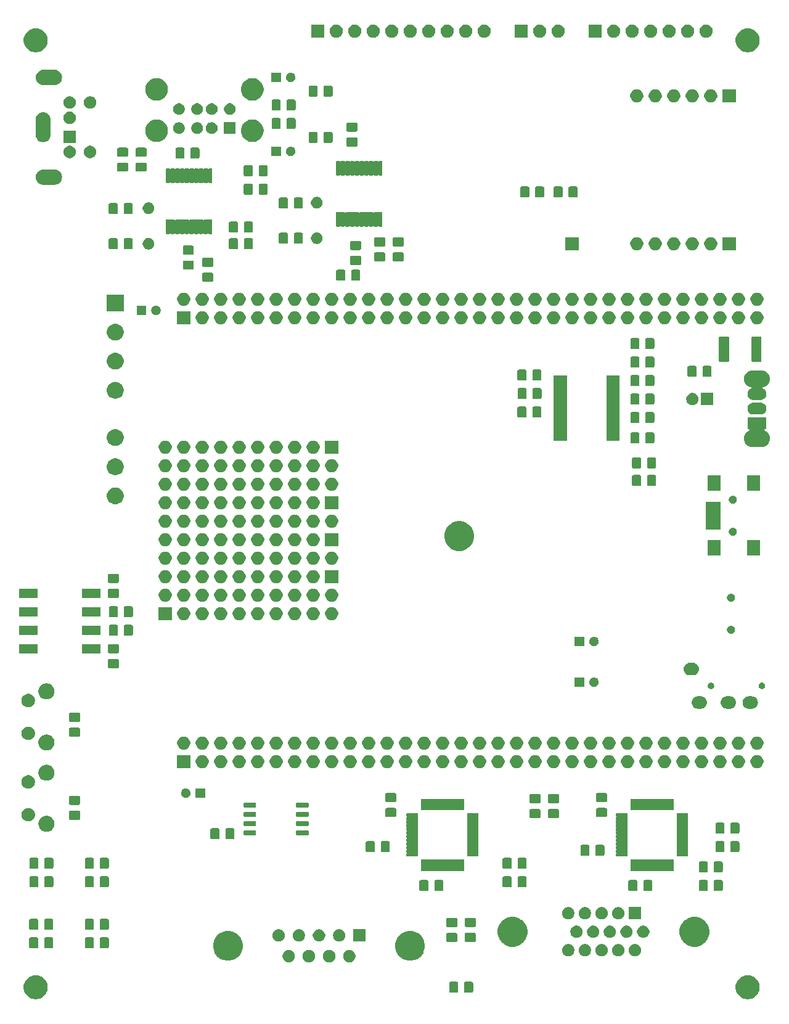
<source format=gbr>
G04 #@! TF.GenerationSoftware,KiCad,Pcbnew,(5.1.6)-1*
G04 #@! TF.CreationDate,2020-10-25T12:14:20+01:00*
G04 #@! TF.ProjectId,FPGC4IOboard,46504743-3449-44f6-926f-6172642e6b69,rev?*
G04 #@! TF.SameCoordinates,Original*
G04 #@! TF.FileFunction,Soldermask,Top*
G04 #@! TF.FilePolarity,Negative*
%FSLAX46Y46*%
G04 Gerber Fmt 4.6, Leading zero omitted, Abs format (unit mm)*
G04 Created by KiCad (PCBNEW (5.1.6)-1) date 2020-10-25 12:14:20*
%MOMM*%
%LPD*%
G01*
G04 APERTURE LIST*
%ADD10C,0.100000*%
G04 APERTURE END LIST*
D10*
G36*
X166745256Y-153839298D02*
G01*
X166851579Y-153860447D01*
X167152042Y-153984903D01*
X167422451Y-154165585D01*
X167652415Y-154395549D01*
X167652416Y-154395551D01*
X167833098Y-154665960D01*
X167957553Y-154966422D01*
X168021000Y-155285389D01*
X168021000Y-155610611D01*
X167957553Y-155929578D01*
X167847805Y-156194535D01*
X167833097Y-156230042D01*
X167652415Y-156500451D01*
X167422451Y-156730415D01*
X167152042Y-156911097D01*
X166851579Y-157035553D01*
X166745256Y-157056702D01*
X166532611Y-157099000D01*
X166207389Y-157099000D01*
X165994744Y-157056702D01*
X165888421Y-157035553D01*
X165587958Y-156911097D01*
X165317549Y-156730415D01*
X165087585Y-156500451D01*
X164906903Y-156230042D01*
X164892196Y-156194535D01*
X164782447Y-155929578D01*
X164719000Y-155610611D01*
X164719000Y-155285389D01*
X164782447Y-154966422D01*
X164906902Y-154665960D01*
X165087584Y-154395551D01*
X165087585Y-154395549D01*
X165317549Y-154165585D01*
X165587958Y-153984903D01*
X165888421Y-153860447D01*
X165994744Y-153839298D01*
X166207389Y-153797000D01*
X166532611Y-153797000D01*
X166745256Y-153839298D01*
G37*
G36*
X68955256Y-153839298D02*
G01*
X69061579Y-153860447D01*
X69362042Y-153984903D01*
X69632451Y-154165585D01*
X69862415Y-154395549D01*
X69862416Y-154395551D01*
X70043098Y-154665960D01*
X70167553Y-154966422D01*
X70231000Y-155285389D01*
X70231000Y-155610611D01*
X70167553Y-155929578D01*
X70057805Y-156194535D01*
X70043097Y-156230042D01*
X69862415Y-156500451D01*
X69632451Y-156730415D01*
X69362042Y-156911097D01*
X69061579Y-157035553D01*
X68955256Y-157056702D01*
X68742611Y-157099000D01*
X68417389Y-157099000D01*
X68204744Y-157056702D01*
X68098421Y-157035553D01*
X67797958Y-156911097D01*
X67527549Y-156730415D01*
X67297585Y-156500451D01*
X67116903Y-156230042D01*
X67102196Y-156194535D01*
X66992447Y-155929578D01*
X66929000Y-155610611D01*
X66929000Y-155285389D01*
X66992447Y-154966422D01*
X67116902Y-154665960D01*
X67297584Y-154395551D01*
X67297585Y-154395549D01*
X67527549Y-154165585D01*
X67797958Y-153984903D01*
X68098421Y-153860447D01*
X68204744Y-153839298D01*
X68417389Y-153797000D01*
X68742611Y-153797000D01*
X68955256Y-153839298D01*
G37*
G36*
X126447674Y-154701465D02*
G01*
X126485367Y-154712899D01*
X126520103Y-154731466D01*
X126550548Y-154756452D01*
X126575534Y-154786897D01*
X126594101Y-154821633D01*
X126605535Y-154859326D01*
X126610000Y-154904661D01*
X126610000Y-155991339D01*
X126605535Y-156036674D01*
X126594101Y-156074367D01*
X126575534Y-156109103D01*
X126550548Y-156139548D01*
X126520103Y-156164534D01*
X126485367Y-156183101D01*
X126447674Y-156194535D01*
X126402339Y-156199000D01*
X125565661Y-156199000D01*
X125520326Y-156194535D01*
X125482633Y-156183101D01*
X125447897Y-156164534D01*
X125417452Y-156139548D01*
X125392466Y-156109103D01*
X125373899Y-156074367D01*
X125362465Y-156036674D01*
X125358000Y-155991339D01*
X125358000Y-154904661D01*
X125362465Y-154859326D01*
X125373899Y-154821633D01*
X125392466Y-154786897D01*
X125417452Y-154756452D01*
X125447897Y-154731466D01*
X125482633Y-154712899D01*
X125520326Y-154701465D01*
X125565661Y-154697000D01*
X126402339Y-154697000D01*
X126447674Y-154701465D01*
G37*
G36*
X128497674Y-154701465D02*
G01*
X128535367Y-154712899D01*
X128570103Y-154731466D01*
X128600548Y-154756452D01*
X128625534Y-154786897D01*
X128644101Y-154821633D01*
X128655535Y-154859326D01*
X128660000Y-154904661D01*
X128660000Y-155991339D01*
X128655535Y-156036674D01*
X128644101Y-156074367D01*
X128625534Y-156109103D01*
X128600548Y-156139548D01*
X128570103Y-156164534D01*
X128535367Y-156183101D01*
X128497674Y-156194535D01*
X128452339Y-156199000D01*
X127615661Y-156199000D01*
X127570326Y-156194535D01*
X127532633Y-156183101D01*
X127497897Y-156164534D01*
X127467452Y-156139548D01*
X127442466Y-156109103D01*
X127423899Y-156074367D01*
X127412465Y-156036674D01*
X127408000Y-155991339D01*
X127408000Y-154904661D01*
X127412465Y-154859326D01*
X127423899Y-154821633D01*
X127442466Y-154786897D01*
X127467452Y-154756452D01*
X127497897Y-154731466D01*
X127532633Y-154712899D01*
X127570326Y-154701465D01*
X127615661Y-154697000D01*
X128452339Y-154697000D01*
X128497674Y-154701465D01*
G37*
G36*
X111893228Y-150357703D02*
G01*
X112048100Y-150421853D01*
X112187481Y-150514985D01*
X112306015Y-150633519D01*
X112399147Y-150772900D01*
X112463297Y-150927772D01*
X112496000Y-151092184D01*
X112496000Y-151259816D01*
X112463297Y-151424228D01*
X112399147Y-151579100D01*
X112306015Y-151718481D01*
X112187481Y-151837015D01*
X112048100Y-151930147D01*
X111893228Y-151994297D01*
X111728816Y-152027000D01*
X111561184Y-152027000D01*
X111396772Y-151994297D01*
X111241900Y-151930147D01*
X111102519Y-151837015D01*
X110983985Y-151718481D01*
X110890853Y-151579100D01*
X110826703Y-151424228D01*
X110794000Y-151259816D01*
X110794000Y-151092184D01*
X110826703Y-150927772D01*
X110890853Y-150772900D01*
X110983985Y-150633519D01*
X111102519Y-150514985D01*
X111241900Y-150421853D01*
X111396772Y-150357703D01*
X111561184Y-150325000D01*
X111728816Y-150325000D01*
X111893228Y-150357703D01*
G37*
G36*
X103583228Y-150357703D02*
G01*
X103738100Y-150421853D01*
X103877481Y-150514985D01*
X103996015Y-150633519D01*
X104089147Y-150772900D01*
X104153297Y-150927772D01*
X104186000Y-151092184D01*
X104186000Y-151259816D01*
X104153297Y-151424228D01*
X104089147Y-151579100D01*
X103996015Y-151718481D01*
X103877481Y-151837015D01*
X103738100Y-151930147D01*
X103583228Y-151994297D01*
X103418816Y-152027000D01*
X103251184Y-152027000D01*
X103086772Y-151994297D01*
X102931900Y-151930147D01*
X102792519Y-151837015D01*
X102673985Y-151718481D01*
X102580853Y-151579100D01*
X102516703Y-151424228D01*
X102484000Y-151259816D01*
X102484000Y-151092184D01*
X102516703Y-150927772D01*
X102580853Y-150772900D01*
X102673985Y-150633519D01*
X102792519Y-150514985D01*
X102931900Y-150421853D01*
X103086772Y-150357703D01*
X103251184Y-150325000D01*
X103418816Y-150325000D01*
X103583228Y-150357703D01*
G37*
G36*
X106353228Y-150357703D02*
G01*
X106508100Y-150421853D01*
X106647481Y-150514985D01*
X106766015Y-150633519D01*
X106859147Y-150772900D01*
X106923297Y-150927772D01*
X106956000Y-151092184D01*
X106956000Y-151259816D01*
X106923297Y-151424228D01*
X106859147Y-151579100D01*
X106766015Y-151718481D01*
X106647481Y-151837015D01*
X106508100Y-151930147D01*
X106353228Y-151994297D01*
X106188816Y-152027000D01*
X106021184Y-152027000D01*
X105856772Y-151994297D01*
X105701900Y-151930147D01*
X105562519Y-151837015D01*
X105443985Y-151718481D01*
X105350853Y-151579100D01*
X105286703Y-151424228D01*
X105254000Y-151259816D01*
X105254000Y-151092184D01*
X105286703Y-150927772D01*
X105350853Y-150772900D01*
X105443985Y-150633519D01*
X105562519Y-150514985D01*
X105701900Y-150421853D01*
X105856772Y-150357703D01*
X106021184Y-150325000D01*
X106188816Y-150325000D01*
X106353228Y-150357703D01*
G37*
G36*
X109123228Y-150357703D02*
G01*
X109278100Y-150421853D01*
X109417481Y-150514985D01*
X109536015Y-150633519D01*
X109629147Y-150772900D01*
X109693297Y-150927772D01*
X109726000Y-151092184D01*
X109726000Y-151259816D01*
X109693297Y-151424228D01*
X109629147Y-151579100D01*
X109536015Y-151718481D01*
X109417481Y-151837015D01*
X109278100Y-151930147D01*
X109123228Y-151994297D01*
X108958816Y-152027000D01*
X108791184Y-152027000D01*
X108626772Y-151994297D01*
X108471900Y-151930147D01*
X108332519Y-151837015D01*
X108213985Y-151718481D01*
X108120853Y-151579100D01*
X108056703Y-151424228D01*
X108024000Y-151259816D01*
X108024000Y-151092184D01*
X108056703Y-150927772D01*
X108120853Y-150772900D01*
X108213985Y-150633519D01*
X108332519Y-150514985D01*
X108471900Y-150421853D01*
X108626772Y-150357703D01*
X108791184Y-150325000D01*
X108958816Y-150325000D01*
X109123228Y-150357703D01*
G37*
G36*
X120588254Y-147783818D02*
G01*
X120948170Y-147932900D01*
X120961513Y-147938427D01*
X121297436Y-148162884D01*
X121583116Y-148448564D01*
X121793434Y-148763326D01*
X121807574Y-148784489D01*
X121962182Y-149157746D01*
X122041000Y-149553993D01*
X122041000Y-149958007D01*
X121962182Y-150354254D01*
X121846506Y-150633520D01*
X121807573Y-150727513D01*
X121583116Y-151063436D01*
X121297436Y-151349116D01*
X120961513Y-151573573D01*
X120961512Y-151573574D01*
X120961511Y-151573574D01*
X120588254Y-151728182D01*
X120192007Y-151807000D01*
X119787993Y-151807000D01*
X119391746Y-151728182D01*
X119018489Y-151573574D01*
X119018488Y-151573574D01*
X119018487Y-151573573D01*
X118682564Y-151349116D01*
X118396884Y-151063436D01*
X118172427Y-150727513D01*
X118133494Y-150633520D01*
X118017818Y-150354254D01*
X117939000Y-149958007D01*
X117939000Y-149553993D01*
X118017818Y-149157746D01*
X118172426Y-148784489D01*
X118186567Y-148763326D01*
X118396884Y-148448564D01*
X118682564Y-148162884D01*
X119018487Y-147938427D01*
X119031830Y-147932900D01*
X119391746Y-147783818D01*
X119787993Y-147705000D01*
X120192007Y-147705000D01*
X120588254Y-147783818D01*
G37*
G36*
X95588254Y-147783818D02*
G01*
X95948170Y-147932900D01*
X95961513Y-147938427D01*
X96297436Y-148162884D01*
X96583116Y-148448564D01*
X96793434Y-148763326D01*
X96807574Y-148784489D01*
X96962182Y-149157746D01*
X97041000Y-149553993D01*
X97041000Y-149958007D01*
X96962182Y-150354254D01*
X96846506Y-150633520D01*
X96807573Y-150727513D01*
X96583116Y-151063436D01*
X96297436Y-151349116D01*
X95961513Y-151573573D01*
X95961512Y-151573574D01*
X95961511Y-151573574D01*
X95588254Y-151728182D01*
X95192007Y-151807000D01*
X94787993Y-151807000D01*
X94391746Y-151728182D01*
X94018489Y-151573574D01*
X94018488Y-151573574D01*
X94018487Y-151573573D01*
X93682564Y-151349116D01*
X93396884Y-151063436D01*
X93172427Y-150727513D01*
X93133494Y-150633520D01*
X93017818Y-150354254D01*
X92939000Y-149958007D01*
X92939000Y-149553993D01*
X93017818Y-149157746D01*
X93172426Y-148784489D01*
X93186567Y-148763326D01*
X93396884Y-148448564D01*
X93682564Y-148162884D01*
X94018487Y-147938427D01*
X94031830Y-147932900D01*
X94391746Y-147783818D01*
X94787993Y-147705000D01*
X95192007Y-147705000D01*
X95588254Y-147783818D01*
G37*
G36*
X144254228Y-149547303D02*
G01*
X144409100Y-149611453D01*
X144548481Y-149704585D01*
X144667015Y-149823119D01*
X144760147Y-149962500D01*
X144824297Y-150117372D01*
X144857000Y-150281784D01*
X144857000Y-150449416D01*
X144824297Y-150613828D01*
X144760147Y-150768700D01*
X144667015Y-150908081D01*
X144548481Y-151026615D01*
X144409100Y-151119747D01*
X144254228Y-151183897D01*
X144089816Y-151216600D01*
X143922184Y-151216600D01*
X143757772Y-151183897D01*
X143602900Y-151119747D01*
X143463519Y-151026615D01*
X143344985Y-150908081D01*
X143251853Y-150768700D01*
X143187703Y-150613828D01*
X143155000Y-150449416D01*
X143155000Y-150281784D01*
X143187703Y-150117372D01*
X143251853Y-149962500D01*
X143344985Y-149823119D01*
X143463519Y-149704585D01*
X143602900Y-149611453D01*
X143757772Y-149547303D01*
X143922184Y-149514600D01*
X144089816Y-149514600D01*
X144254228Y-149547303D01*
G37*
G36*
X148834228Y-149547303D02*
G01*
X148989100Y-149611453D01*
X149128481Y-149704585D01*
X149247015Y-149823119D01*
X149340147Y-149962500D01*
X149404297Y-150117372D01*
X149437000Y-150281784D01*
X149437000Y-150449416D01*
X149404297Y-150613828D01*
X149340147Y-150768700D01*
X149247015Y-150908081D01*
X149128481Y-151026615D01*
X148989100Y-151119747D01*
X148834228Y-151183897D01*
X148669816Y-151216600D01*
X148502184Y-151216600D01*
X148337772Y-151183897D01*
X148182900Y-151119747D01*
X148043519Y-151026615D01*
X147924985Y-150908081D01*
X147831853Y-150768700D01*
X147767703Y-150613828D01*
X147735000Y-150449416D01*
X147735000Y-150281784D01*
X147767703Y-150117372D01*
X147831853Y-149962500D01*
X147924985Y-149823119D01*
X148043519Y-149704585D01*
X148182900Y-149611453D01*
X148337772Y-149547303D01*
X148502184Y-149514600D01*
X148669816Y-149514600D01*
X148834228Y-149547303D01*
G37*
G36*
X151124228Y-149547303D02*
G01*
X151279100Y-149611453D01*
X151418481Y-149704585D01*
X151537015Y-149823119D01*
X151630147Y-149962500D01*
X151694297Y-150117372D01*
X151727000Y-150281784D01*
X151727000Y-150449416D01*
X151694297Y-150613828D01*
X151630147Y-150768700D01*
X151537015Y-150908081D01*
X151418481Y-151026615D01*
X151279100Y-151119747D01*
X151124228Y-151183897D01*
X150959816Y-151216600D01*
X150792184Y-151216600D01*
X150627772Y-151183897D01*
X150472900Y-151119747D01*
X150333519Y-151026615D01*
X150214985Y-150908081D01*
X150121853Y-150768700D01*
X150057703Y-150613828D01*
X150025000Y-150449416D01*
X150025000Y-150281784D01*
X150057703Y-150117372D01*
X150121853Y-149962500D01*
X150214985Y-149823119D01*
X150333519Y-149704585D01*
X150472900Y-149611453D01*
X150627772Y-149547303D01*
X150792184Y-149514600D01*
X150959816Y-149514600D01*
X151124228Y-149547303D01*
G37*
G36*
X146544228Y-149547303D02*
G01*
X146699100Y-149611453D01*
X146838481Y-149704585D01*
X146957015Y-149823119D01*
X147050147Y-149962500D01*
X147114297Y-150117372D01*
X147147000Y-150281784D01*
X147147000Y-150449416D01*
X147114297Y-150613828D01*
X147050147Y-150768700D01*
X146957015Y-150908081D01*
X146838481Y-151026615D01*
X146699100Y-151119747D01*
X146544228Y-151183897D01*
X146379816Y-151216600D01*
X146212184Y-151216600D01*
X146047772Y-151183897D01*
X145892900Y-151119747D01*
X145753519Y-151026615D01*
X145634985Y-150908081D01*
X145541853Y-150768700D01*
X145477703Y-150613828D01*
X145445000Y-150449416D01*
X145445000Y-150281784D01*
X145477703Y-150117372D01*
X145541853Y-149962500D01*
X145634985Y-149823119D01*
X145753519Y-149704585D01*
X145892900Y-149611453D01*
X146047772Y-149547303D01*
X146212184Y-149514600D01*
X146379816Y-149514600D01*
X146544228Y-149547303D01*
G37*
G36*
X141964228Y-149547303D02*
G01*
X142119100Y-149611453D01*
X142258481Y-149704585D01*
X142377015Y-149823119D01*
X142470147Y-149962500D01*
X142534297Y-150117372D01*
X142567000Y-150281784D01*
X142567000Y-150449416D01*
X142534297Y-150613828D01*
X142470147Y-150768700D01*
X142377015Y-150908081D01*
X142258481Y-151026615D01*
X142119100Y-151119747D01*
X141964228Y-151183897D01*
X141799816Y-151216600D01*
X141632184Y-151216600D01*
X141467772Y-151183897D01*
X141312900Y-151119747D01*
X141173519Y-151026615D01*
X141054985Y-150908081D01*
X140961853Y-150768700D01*
X140897703Y-150613828D01*
X140865000Y-150449416D01*
X140865000Y-150281784D01*
X140897703Y-150117372D01*
X140961853Y-149962500D01*
X141054985Y-149823119D01*
X141173519Y-149704585D01*
X141312900Y-149611453D01*
X141467772Y-149547303D01*
X141632184Y-149514600D01*
X141799816Y-149514600D01*
X141964228Y-149547303D01*
G37*
G36*
X78459674Y-148605465D02*
G01*
X78497367Y-148616899D01*
X78532103Y-148635466D01*
X78562548Y-148660452D01*
X78587534Y-148690897D01*
X78606101Y-148725633D01*
X78617535Y-148763326D01*
X78622000Y-148808661D01*
X78622000Y-149895339D01*
X78617535Y-149940674D01*
X78606101Y-149978367D01*
X78587534Y-150013103D01*
X78562548Y-150043548D01*
X78532103Y-150068534D01*
X78497367Y-150087101D01*
X78459674Y-150098535D01*
X78414339Y-150103000D01*
X77577661Y-150103000D01*
X77532326Y-150098535D01*
X77494633Y-150087101D01*
X77459897Y-150068534D01*
X77429452Y-150043548D01*
X77404466Y-150013103D01*
X77385899Y-149978367D01*
X77374465Y-149940674D01*
X77370000Y-149895339D01*
X77370000Y-148808661D01*
X77374465Y-148763326D01*
X77385899Y-148725633D01*
X77404466Y-148690897D01*
X77429452Y-148660452D01*
X77459897Y-148635466D01*
X77494633Y-148616899D01*
X77532326Y-148605465D01*
X77577661Y-148601000D01*
X78414339Y-148601000D01*
X78459674Y-148605465D01*
G37*
G36*
X76409674Y-148605465D02*
G01*
X76447367Y-148616899D01*
X76482103Y-148635466D01*
X76512548Y-148660452D01*
X76537534Y-148690897D01*
X76556101Y-148725633D01*
X76567535Y-148763326D01*
X76572000Y-148808661D01*
X76572000Y-149895339D01*
X76567535Y-149940674D01*
X76556101Y-149978367D01*
X76537534Y-150013103D01*
X76512548Y-150043548D01*
X76482103Y-150068534D01*
X76447367Y-150087101D01*
X76409674Y-150098535D01*
X76364339Y-150103000D01*
X75527661Y-150103000D01*
X75482326Y-150098535D01*
X75444633Y-150087101D01*
X75409897Y-150068534D01*
X75379452Y-150043548D01*
X75354466Y-150013103D01*
X75335899Y-149978367D01*
X75324465Y-149940674D01*
X75320000Y-149895339D01*
X75320000Y-148808661D01*
X75324465Y-148763326D01*
X75335899Y-148725633D01*
X75354466Y-148690897D01*
X75379452Y-148660452D01*
X75409897Y-148635466D01*
X75444633Y-148616899D01*
X75482326Y-148605465D01*
X75527661Y-148601000D01*
X76364339Y-148601000D01*
X76409674Y-148605465D01*
G37*
G36*
X70821674Y-148605465D02*
G01*
X70859367Y-148616899D01*
X70894103Y-148635466D01*
X70924548Y-148660452D01*
X70949534Y-148690897D01*
X70968101Y-148725633D01*
X70979535Y-148763326D01*
X70984000Y-148808661D01*
X70984000Y-149895339D01*
X70979535Y-149940674D01*
X70968101Y-149978367D01*
X70949534Y-150013103D01*
X70924548Y-150043548D01*
X70894103Y-150068534D01*
X70859367Y-150087101D01*
X70821674Y-150098535D01*
X70776339Y-150103000D01*
X69939661Y-150103000D01*
X69894326Y-150098535D01*
X69856633Y-150087101D01*
X69821897Y-150068534D01*
X69791452Y-150043548D01*
X69766466Y-150013103D01*
X69747899Y-149978367D01*
X69736465Y-149940674D01*
X69732000Y-149895339D01*
X69732000Y-148808661D01*
X69736465Y-148763326D01*
X69747899Y-148725633D01*
X69766466Y-148690897D01*
X69791452Y-148660452D01*
X69821897Y-148635466D01*
X69856633Y-148616899D01*
X69894326Y-148605465D01*
X69939661Y-148601000D01*
X70776339Y-148601000D01*
X70821674Y-148605465D01*
G37*
G36*
X68771674Y-148605465D02*
G01*
X68809367Y-148616899D01*
X68844103Y-148635466D01*
X68874548Y-148660452D01*
X68899534Y-148690897D01*
X68918101Y-148725633D01*
X68929535Y-148763326D01*
X68934000Y-148808661D01*
X68934000Y-149895339D01*
X68929535Y-149940674D01*
X68918101Y-149978367D01*
X68899534Y-150013103D01*
X68874548Y-150043548D01*
X68844103Y-150068534D01*
X68809367Y-150087101D01*
X68771674Y-150098535D01*
X68726339Y-150103000D01*
X67889661Y-150103000D01*
X67844326Y-150098535D01*
X67806633Y-150087101D01*
X67771897Y-150068534D01*
X67741452Y-150043548D01*
X67716466Y-150013103D01*
X67697899Y-149978367D01*
X67686465Y-149940674D01*
X67682000Y-149895339D01*
X67682000Y-148808661D01*
X67686465Y-148763326D01*
X67697899Y-148725633D01*
X67716466Y-148690897D01*
X67741452Y-148660452D01*
X67771897Y-148635466D01*
X67806633Y-148616899D01*
X67844326Y-148605465D01*
X67889661Y-148601000D01*
X68726339Y-148601000D01*
X68771674Y-148605465D01*
G37*
G36*
X134659254Y-145853418D02*
G01*
X135019696Y-146002718D01*
X135032513Y-146008027D01*
X135246599Y-146151075D01*
X135368436Y-146232484D01*
X135654116Y-146518164D01*
X135878574Y-146854089D01*
X136033182Y-147227346D01*
X136112000Y-147623593D01*
X136112000Y-148027607D01*
X136033182Y-148423854D01*
X135908181Y-148725633D01*
X135878573Y-148797113D01*
X135654116Y-149133036D01*
X135368436Y-149418716D01*
X135032513Y-149643173D01*
X135032512Y-149643174D01*
X135032511Y-149643174D01*
X134659254Y-149797782D01*
X134263007Y-149876600D01*
X133858993Y-149876600D01*
X133462746Y-149797782D01*
X133089489Y-149643174D01*
X133089488Y-149643174D01*
X133089487Y-149643173D01*
X132753564Y-149418716D01*
X132467884Y-149133036D01*
X132243427Y-148797113D01*
X132213819Y-148725633D01*
X132088818Y-148423854D01*
X132010000Y-148027607D01*
X132010000Y-147623593D01*
X132088818Y-147227346D01*
X132243426Y-146854089D01*
X132467884Y-146518164D01*
X132753564Y-146232484D01*
X132875401Y-146151075D01*
X133089487Y-146008027D01*
X133102304Y-146002718D01*
X133462746Y-145853418D01*
X133858993Y-145774600D01*
X134263007Y-145774600D01*
X134659254Y-145853418D01*
G37*
G36*
X159659254Y-145853418D02*
G01*
X160019696Y-146002718D01*
X160032513Y-146008027D01*
X160246599Y-146151075D01*
X160368436Y-146232484D01*
X160654116Y-146518164D01*
X160878574Y-146854089D01*
X161033182Y-147227346D01*
X161112000Y-147623593D01*
X161112000Y-148027607D01*
X161033182Y-148423854D01*
X160908181Y-148725633D01*
X160878573Y-148797113D01*
X160654116Y-149133036D01*
X160368436Y-149418716D01*
X160032513Y-149643173D01*
X160032512Y-149643174D01*
X160032511Y-149643174D01*
X159659254Y-149797782D01*
X159263007Y-149876600D01*
X158858993Y-149876600D01*
X158462746Y-149797782D01*
X158089489Y-149643174D01*
X158089488Y-149643174D01*
X158089487Y-149643173D01*
X157753564Y-149418716D01*
X157467884Y-149133036D01*
X157243427Y-148797113D01*
X157213819Y-148725633D01*
X157088818Y-148423854D01*
X157010000Y-148027607D01*
X157010000Y-147623593D01*
X157088818Y-147227346D01*
X157243426Y-146854089D01*
X157467884Y-146518164D01*
X157753564Y-146232484D01*
X157875401Y-146151075D01*
X158089487Y-146008027D01*
X158102304Y-146002718D01*
X158462746Y-145853418D01*
X158858993Y-145774600D01*
X159263007Y-145774600D01*
X159659254Y-145853418D01*
G37*
G36*
X126318674Y-147986465D02*
G01*
X126356367Y-147997899D01*
X126391103Y-148016466D01*
X126421548Y-148041452D01*
X126446534Y-148071897D01*
X126465101Y-148106633D01*
X126476535Y-148144326D01*
X126481000Y-148189661D01*
X126481000Y-149026339D01*
X126476535Y-149071674D01*
X126465101Y-149109367D01*
X126446534Y-149144103D01*
X126421548Y-149174548D01*
X126391103Y-149199534D01*
X126356367Y-149218101D01*
X126318674Y-149229535D01*
X126273339Y-149234000D01*
X125186661Y-149234000D01*
X125141326Y-149229535D01*
X125103633Y-149218101D01*
X125068897Y-149199534D01*
X125038452Y-149174548D01*
X125013466Y-149144103D01*
X124994899Y-149109367D01*
X124983465Y-149071674D01*
X124979000Y-149026339D01*
X124979000Y-148189661D01*
X124983465Y-148144326D01*
X124994899Y-148106633D01*
X125013466Y-148071897D01*
X125038452Y-148041452D01*
X125068897Y-148016466D01*
X125103633Y-147997899D01*
X125141326Y-147986465D01*
X125186661Y-147982000D01*
X126273339Y-147982000D01*
X126318674Y-147986465D01*
G37*
G36*
X128858674Y-147977465D02*
G01*
X128896367Y-147988899D01*
X128931103Y-148007466D01*
X128961548Y-148032452D01*
X128986534Y-148062897D01*
X129005101Y-148097633D01*
X129016535Y-148135326D01*
X129021000Y-148180661D01*
X129021000Y-149017339D01*
X129016535Y-149062674D01*
X129005101Y-149100367D01*
X128986534Y-149135103D01*
X128961548Y-149165548D01*
X128931103Y-149190534D01*
X128896367Y-149209101D01*
X128858674Y-149220535D01*
X128813339Y-149225000D01*
X127726661Y-149225000D01*
X127681326Y-149220535D01*
X127643633Y-149209101D01*
X127608897Y-149190534D01*
X127578452Y-149165548D01*
X127553466Y-149135103D01*
X127534899Y-149100367D01*
X127523465Y-149062674D01*
X127519000Y-149017339D01*
X127519000Y-148180661D01*
X127523465Y-148135326D01*
X127534899Y-148097633D01*
X127553466Y-148062897D01*
X127578452Y-148032452D01*
X127608897Y-148007466D01*
X127643633Y-147988899D01*
X127681326Y-147977465D01*
X127726661Y-147973000D01*
X128813339Y-147973000D01*
X128858674Y-147977465D01*
G37*
G36*
X104968228Y-147517703D02*
G01*
X105123100Y-147581853D01*
X105262481Y-147674985D01*
X105381015Y-147793519D01*
X105474147Y-147932900D01*
X105538297Y-148087772D01*
X105571000Y-148252184D01*
X105571000Y-148419816D01*
X105538297Y-148584228D01*
X105474147Y-148739100D01*
X105381015Y-148878481D01*
X105262481Y-148997015D01*
X105123100Y-149090147D01*
X104968228Y-149154297D01*
X104803816Y-149187000D01*
X104636184Y-149187000D01*
X104471772Y-149154297D01*
X104316900Y-149090147D01*
X104177519Y-148997015D01*
X104058985Y-148878481D01*
X103965853Y-148739100D01*
X103901703Y-148584228D01*
X103869000Y-148419816D01*
X103869000Y-148252184D01*
X103901703Y-148087772D01*
X103965853Y-147932900D01*
X104058985Y-147793519D01*
X104177519Y-147674985D01*
X104316900Y-147581853D01*
X104471772Y-147517703D01*
X104636184Y-147485000D01*
X104803816Y-147485000D01*
X104968228Y-147517703D01*
G37*
G36*
X102198228Y-147517703D02*
G01*
X102353100Y-147581853D01*
X102492481Y-147674985D01*
X102611015Y-147793519D01*
X102704147Y-147932900D01*
X102768297Y-148087772D01*
X102801000Y-148252184D01*
X102801000Y-148419816D01*
X102768297Y-148584228D01*
X102704147Y-148739100D01*
X102611015Y-148878481D01*
X102492481Y-148997015D01*
X102353100Y-149090147D01*
X102198228Y-149154297D01*
X102033816Y-149187000D01*
X101866184Y-149187000D01*
X101701772Y-149154297D01*
X101546900Y-149090147D01*
X101407519Y-148997015D01*
X101288985Y-148878481D01*
X101195853Y-148739100D01*
X101131703Y-148584228D01*
X101099000Y-148419816D01*
X101099000Y-148252184D01*
X101131703Y-148087772D01*
X101195853Y-147932900D01*
X101288985Y-147793519D01*
X101407519Y-147674985D01*
X101546900Y-147581853D01*
X101701772Y-147517703D01*
X101866184Y-147485000D01*
X102033816Y-147485000D01*
X102198228Y-147517703D01*
G37*
G36*
X107738228Y-147517703D02*
G01*
X107893100Y-147581853D01*
X108032481Y-147674985D01*
X108151015Y-147793519D01*
X108244147Y-147932900D01*
X108308297Y-148087772D01*
X108341000Y-148252184D01*
X108341000Y-148419816D01*
X108308297Y-148584228D01*
X108244147Y-148739100D01*
X108151015Y-148878481D01*
X108032481Y-148997015D01*
X107893100Y-149090147D01*
X107738228Y-149154297D01*
X107573816Y-149187000D01*
X107406184Y-149187000D01*
X107241772Y-149154297D01*
X107086900Y-149090147D01*
X106947519Y-148997015D01*
X106828985Y-148878481D01*
X106735853Y-148739100D01*
X106671703Y-148584228D01*
X106639000Y-148419816D01*
X106639000Y-148252184D01*
X106671703Y-148087772D01*
X106735853Y-147932900D01*
X106828985Y-147793519D01*
X106947519Y-147674985D01*
X107086900Y-147581853D01*
X107241772Y-147517703D01*
X107406184Y-147485000D01*
X107573816Y-147485000D01*
X107738228Y-147517703D01*
G37*
G36*
X113881000Y-149187000D02*
G01*
X112179000Y-149187000D01*
X112179000Y-147485000D01*
X113881000Y-147485000D01*
X113881000Y-149187000D01*
G37*
G36*
X110508228Y-147517703D02*
G01*
X110663100Y-147581853D01*
X110802481Y-147674985D01*
X110921015Y-147793519D01*
X111014147Y-147932900D01*
X111078297Y-148087772D01*
X111111000Y-148252184D01*
X111111000Y-148419816D01*
X111078297Y-148584228D01*
X111014147Y-148739100D01*
X110921015Y-148878481D01*
X110802481Y-148997015D01*
X110663100Y-149090147D01*
X110508228Y-149154297D01*
X110343816Y-149187000D01*
X110176184Y-149187000D01*
X110011772Y-149154297D01*
X109856900Y-149090147D01*
X109717519Y-148997015D01*
X109598985Y-148878481D01*
X109505853Y-148739100D01*
X109441703Y-148584228D01*
X109409000Y-148419816D01*
X109409000Y-148252184D01*
X109441703Y-148087772D01*
X109505853Y-147932900D01*
X109598985Y-147793519D01*
X109717519Y-147674985D01*
X109856900Y-147581853D01*
X110011772Y-147517703D01*
X110176184Y-147485000D01*
X110343816Y-147485000D01*
X110508228Y-147517703D01*
G37*
G36*
X147689228Y-147008503D02*
G01*
X147844100Y-147072653D01*
X147983481Y-147165785D01*
X148102015Y-147284319D01*
X148195147Y-147423700D01*
X148259297Y-147578572D01*
X148292000Y-147742984D01*
X148292000Y-147910616D01*
X148259297Y-148075028D01*
X148195147Y-148229900D01*
X148102015Y-148369281D01*
X147983481Y-148487815D01*
X147844100Y-148580947D01*
X147689228Y-148645097D01*
X147524816Y-148677800D01*
X147357184Y-148677800D01*
X147192772Y-148645097D01*
X147037900Y-148580947D01*
X146898519Y-148487815D01*
X146779985Y-148369281D01*
X146686853Y-148229900D01*
X146622703Y-148075028D01*
X146590000Y-147910616D01*
X146590000Y-147742984D01*
X146622703Y-147578572D01*
X146686853Y-147423700D01*
X146779985Y-147284319D01*
X146898519Y-147165785D01*
X147037900Y-147072653D01*
X147192772Y-147008503D01*
X147357184Y-146975800D01*
X147524816Y-146975800D01*
X147689228Y-147008503D01*
G37*
G36*
X143109228Y-147008503D02*
G01*
X143264100Y-147072653D01*
X143403481Y-147165785D01*
X143522015Y-147284319D01*
X143615147Y-147423700D01*
X143679297Y-147578572D01*
X143712000Y-147742984D01*
X143712000Y-147910616D01*
X143679297Y-148075028D01*
X143615147Y-148229900D01*
X143522015Y-148369281D01*
X143403481Y-148487815D01*
X143264100Y-148580947D01*
X143109228Y-148645097D01*
X142944816Y-148677800D01*
X142777184Y-148677800D01*
X142612772Y-148645097D01*
X142457900Y-148580947D01*
X142318519Y-148487815D01*
X142199985Y-148369281D01*
X142106853Y-148229900D01*
X142042703Y-148075028D01*
X142010000Y-147910616D01*
X142010000Y-147742984D01*
X142042703Y-147578572D01*
X142106853Y-147423700D01*
X142199985Y-147284319D01*
X142318519Y-147165785D01*
X142457900Y-147072653D01*
X142612772Y-147008503D01*
X142777184Y-146975800D01*
X142944816Y-146975800D01*
X143109228Y-147008503D01*
G37*
G36*
X145399228Y-147008503D02*
G01*
X145554100Y-147072653D01*
X145693481Y-147165785D01*
X145812015Y-147284319D01*
X145905147Y-147423700D01*
X145969297Y-147578572D01*
X146002000Y-147742984D01*
X146002000Y-147910616D01*
X145969297Y-148075028D01*
X145905147Y-148229900D01*
X145812015Y-148369281D01*
X145693481Y-148487815D01*
X145554100Y-148580947D01*
X145399228Y-148645097D01*
X145234816Y-148677800D01*
X145067184Y-148677800D01*
X144902772Y-148645097D01*
X144747900Y-148580947D01*
X144608519Y-148487815D01*
X144489985Y-148369281D01*
X144396853Y-148229900D01*
X144332703Y-148075028D01*
X144300000Y-147910616D01*
X144300000Y-147742984D01*
X144332703Y-147578572D01*
X144396853Y-147423700D01*
X144489985Y-147284319D01*
X144608519Y-147165785D01*
X144747900Y-147072653D01*
X144902772Y-147008503D01*
X145067184Y-146975800D01*
X145234816Y-146975800D01*
X145399228Y-147008503D01*
G37*
G36*
X149979228Y-147008503D02*
G01*
X150134100Y-147072653D01*
X150273481Y-147165785D01*
X150392015Y-147284319D01*
X150485147Y-147423700D01*
X150549297Y-147578572D01*
X150582000Y-147742984D01*
X150582000Y-147910616D01*
X150549297Y-148075028D01*
X150485147Y-148229900D01*
X150392015Y-148369281D01*
X150273481Y-148487815D01*
X150134100Y-148580947D01*
X149979228Y-148645097D01*
X149814816Y-148677800D01*
X149647184Y-148677800D01*
X149482772Y-148645097D01*
X149327900Y-148580947D01*
X149188519Y-148487815D01*
X149069985Y-148369281D01*
X148976853Y-148229900D01*
X148912703Y-148075028D01*
X148880000Y-147910616D01*
X148880000Y-147742984D01*
X148912703Y-147578572D01*
X148976853Y-147423700D01*
X149069985Y-147284319D01*
X149188519Y-147165785D01*
X149327900Y-147072653D01*
X149482772Y-147008503D01*
X149647184Y-146975800D01*
X149814816Y-146975800D01*
X149979228Y-147008503D01*
G37*
G36*
X152269228Y-147008503D02*
G01*
X152424100Y-147072653D01*
X152563481Y-147165785D01*
X152682015Y-147284319D01*
X152775147Y-147423700D01*
X152839297Y-147578572D01*
X152872000Y-147742984D01*
X152872000Y-147910616D01*
X152839297Y-148075028D01*
X152775147Y-148229900D01*
X152682015Y-148369281D01*
X152563481Y-148487815D01*
X152424100Y-148580947D01*
X152269228Y-148645097D01*
X152104816Y-148677800D01*
X151937184Y-148677800D01*
X151772772Y-148645097D01*
X151617900Y-148580947D01*
X151478519Y-148487815D01*
X151359985Y-148369281D01*
X151266853Y-148229900D01*
X151202703Y-148075028D01*
X151170000Y-147910616D01*
X151170000Y-147742984D01*
X151202703Y-147578572D01*
X151266853Y-147423700D01*
X151359985Y-147284319D01*
X151478519Y-147165785D01*
X151617900Y-147072653D01*
X151772772Y-147008503D01*
X151937184Y-146975800D01*
X152104816Y-146975800D01*
X152269228Y-147008503D01*
G37*
G36*
X70821674Y-146065465D02*
G01*
X70859367Y-146076899D01*
X70894103Y-146095466D01*
X70924548Y-146120452D01*
X70949534Y-146150897D01*
X70968101Y-146185633D01*
X70979535Y-146223326D01*
X70984000Y-146268661D01*
X70984000Y-147355339D01*
X70979535Y-147400674D01*
X70968101Y-147438367D01*
X70949534Y-147473103D01*
X70924548Y-147503548D01*
X70894103Y-147528534D01*
X70859367Y-147547101D01*
X70821674Y-147558535D01*
X70776339Y-147563000D01*
X69939661Y-147563000D01*
X69894326Y-147558535D01*
X69856633Y-147547101D01*
X69821897Y-147528534D01*
X69791452Y-147503548D01*
X69766466Y-147473103D01*
X69747899Y-147438367D01*
X69736465Y-147400674D01*
X69732000Y-147355339D01*
X69732000Y-146268661D01*
X69736465Y-146223326D01*
X69747899Y-146185633D01*
X69766466Y-146150897D01*
X69791452Y-146120452D01*
X69821897Y-146095466D01*
X69856633Y-146076899D01*
X69894326Y-146065465D01*
X69939661Y-146061000D01*
X70776339Y-146061000D01*
X70821674Y-146065465D01*
G37*
G36*
X78459674Y-146065465D02*
G01*
X78497367Y-146076899D01*
X78532103Y-146095466D01*
X78562548Y-146120452D01*
X78587534Y-146150897D01*
X78606101Y-146185633D01*
X78617535Y-146223326D01*
X78622000Y-146268661D01*
X78622000Y-147355339D01*
X78617535Y-147400674D01*
X78606101Y-147438367D01*
X78587534Y-147473103D01*
X78562548Y-147503548D01*
X78532103Y-147528534D01*
X78497367Y-147547101D01*
X78459674Y-147558535D01*
X78414339Y-147563000D01*
X77577661Y-147563000D01*
X77532326Y-147558535D01*
X77494633Y-147547101D01*
X77459897Y-147528534D01*
X77429452Y-147503548D01*
X77404466Y-147473103D01*
X77385899Y-147438367D01*
X77374465Y-147400674D01*
X77370000Y-147355339D01*
X77370000Y-146268661D01*
X77374465Y-146223326D01*
X77385899Y-146185633D01*
X77404466Y-146150897D01*
X77429452Y-146120452D01*
X77459897Y-146095466D01*
X77494633Y-146076899D01*
X77532326Y-146065465D01*
X77577661Y-146061000D01*
X78414339Y-146061000D01*
X78459674Y-146065465D01*
G37*
G36*
X68771674Y-146065465D02*
G01*
X68809367Y-146076899D01*
X68844103Y-146095466D01*
X68874548Y-146120452D01*
X68899534Y-146150897D01*
X68918101Y-146185633D01*
X68929535Y-146223326D01*
X68934000Y-146268661D01*
X68934000Y-147355339D01*
X68929535Y-147400674D01*
X68918101Y-147438367D01*
X68899534Y-147473103D01*
X68874548Y-147503548D01*
X68844103Y-147528534D01*
X68809367Y-147547101D01*
X68771674Y-147558535D01*
X68726339Y-147563000D01*
X67889661Y-147563000D01*
X67844326Y-147558535D01*
X67806633Y-147547101D01*
X67771897Y-147528534D01*
X67741452Y-147503548D01*
X67716466Y-147473103D01*
X67697899Y-147438367D01*
X67686465Y-147400674D01*
X67682000Y-147355339D01*
X67682000Y-146268661D01*
X67686465Y-146223326D01*
X67697899Y-146185633D01*
X67716466Y-146150897D01*
X67741452Y-146120452D01*
X67771897Y-146095466D01*
X67806633Y-146076899D01*
X67844326Y-146065465D01*
X67889661Y-146061000D01*
X68726339Y-146061000D01*
X68771674Y-146065465D01*
G37*
G36*
X76409674Y-146065465D02*
G01*
X76447367Y-146076899D01*
X76482103Y-146095466D01*
X76512548Y-146120452D01*
X76537534Y-146150897D01*
X76556101Y-146185633D01*
X76567535Y-146223326D01*
X76572000Y-146268661D01*
X76572000Y-147355339D01*
X76567535Y-147400674D01*
X76556101Y-147438367D01*
X76537534Y-147473103D01*
X76512548Y-147503548D01*
X76482103Y-147528534D01*
X76447367Y-147547101D01*
X76409674Y-147558535D01*
X76364339Y-147563000D01*
X75527661Y-147563000D01*
X75482326Y-147558535D01*
X75444633Y-147547101D01*
X75409897Y-147528534D01*
X75379452Y-147503548D01*
X75354466Y-147473103D01*
X75335899Y-147438367D01*
X75324465Y-147400674D01*
X75320000Y-147355339D01*
X75320000Y-146268661D01*
X75324465Y-146223326D01*
X75335899Y-146185633D01*
X75354466Y-146150897D01*
X75379452Y-146120452D01*
X75409897Y-146095466D01*
X75444633Y-146076899D01*
X75482326Y-146065465D01*
X75527661Y-146061000D01*
X76364339Y-146061000D01*
X76409674Y-146065465D01*
G37*
G36*
X126318674Y-145936465D02*
G01*
X126356367Y-145947899D01*
X126391103Y-145966466D01*
X126421548Y-145991452D01*
X126446534Y-146021897D01*
X126465101Y-146056633D01*
X126476535Y-146094326D01*
X126481000Y-146139661D01*
X126481000Y-146976339D01*
X126476535Y-147021674D01*
X126465101Y-147059367D01*
X126446534Y-147094103D01*
X126421548Y-147124548D01*
X126391103Y-147149534D01*
X126356367Y-147168101D01*
X126318674Y-147179535D01*
X126273339Y-147184000D01*
X125186661Y-147184000D01*
X125141326Y-147179535D01*
X125103633Y-147168101D01*
X125068897Y-147149534D01*
X125038452Y-147124548D01*
X125013466Y-147094103D01*
X124994899Y-147059367D01*
X124983465Y-147021674D01*
X124979000Y-146976339D01*
X124979000Y-146139661D01*
X124983465Y-146094326D01*
X124994899Y-146056633D01*
X125013466Y-146021897D01*
X125038452Y-145991452D01*
X125068897Y-145966466D01*
X125103633Y-145947899D01*
X125141326Y-145936465D01*
X125186661Y-145932000D01*
X126273339Y-145932000D01*
X126318674Y-145936465D01*
G37*
G36*
X128858674Y-145927465D02*
G01*
X128896367Y-145938899D01*
X128931103Y-145957466D01*
X128961548Y-145982452D01*
X128986534Y-146012897D01*
X129005101Y-146047633D01*
X129016535Y-146085326D01*
X129021000Y-146130661D01*
X129021000Y-146967339D01*
X129016535Y-147012674D01*
X129005101Y-147050367D01*
X128986534Y-147085103D01*
X128961548Y-147115548D01*
X128931103Y-147140534D01*
X128896367Y-147159101D01*
X128858674Y-147170535D01*
X128813339Y-147175000D01*
X127726661Y-147175000D01*
X127681326Y-147170535D01*
X127643633Y-147159101D01*
X127608897Y-147140534D01*
X127578452Y-147115548D01*
X127553466Y-147085103D01*
X127534899Y-147050367D01*
X127523465Y-147012674D01*
X127519000Y-146967339D01*
X127519000Y-146130661D01*
X127523465Y-146085326D01*
X127534899Y-146047633D01*
X127553466Y-146012897D01*
X127578452Y-145982452D01*
X127608897Y-145957466D01*
X127643633Y-145938899D01*
X127681326Y-145927465D01*
X127726661Y-145923000D01*
X128813339Y-145923000D01*
X128858674Y-145927465D01*
G37*
G36*
X144254228Y-144469703D02*
G01*
X144409100Y-144533853D01*
X144548481Y-144626985D01*
X144667015Y-144745519D01*
X144760147Y-144884900D01*
X144824297Y-145039772D01*
X144857000Y-145204184D01*
X144857000Y-145371816D01*
X144824297Y-145536228D01*
X144760147Y-145691100D01*
X144667015Y-145830481D01*
X144548481Y-145949015D01*
X144409100Y-146042147D01*
X144254228Y-146106297D01*
X144089816Y-146139000D01*
X143922184Y-146139000D01*
X143757772Y-146106297D01*
X143602900Y-146042147D01*
X143463519Y-145949015D01*
X143344985Y-145830481D01*
X143251853Y-145691100D01*
X143187703Y-145536228D01*
X143155000Y-145371816D01*
X143155000Y-145204184D01*
X143187703Y-145039772D01*
X143251853Y-144884900D01*
X143344985Y-144745519D01*
X143463519Y-144626985D01*
X143602900Y-144533853D01*
X143757772Y-144469703D01*
X143922184Y-144437000D01*
X144089816Y-144437000D01*
X144254228Y-144469703D01*
G37*
G36*
X146544228Y-144469703D02*
G01*
X146699100Y-144533853D01*
X146838481Y-144626985D01*
X146957015Y-144745519D01*
X147050147Y-144884900D01*
X147114297Y-145039772D01*
X147147000Y-145204184D01*
X147147000Y-145371816D01*
X147114297Y-145536228D01*
X147050147Y-145691100D01*
X146957015Y-145830481D01*
X146838481Y-145949015D01*
X146699100Y-146042147D01*
X146544228Y-146106297D01*
X146379816Y-146139000D01*
X146212184Y-146139000D01*
X146047772Y-146106297D01*
X145892900Y-146042147D01*
X145753519Y-145949015D01*
X145634985Y-145830481D01*
X145541853Y-145691100D01*
X145477703Y-145536228D01*
X145445000Y-145371816D01*
X145445000Y-145204184D01*
X145477703Y-145039772D01*
X145541853Y-144884900D01*
X145634985Y-144745519D01*
X145753519Y-144626985D01*
X145892900Y-144533853D01*
X146047772Y-144469703D01*
X146212184Y-144437000D01*
X146379816Y-144437000D01*
X146544228Y-144469703D01*
G37*
G36*
X148834228Y-144469703D02*
G01*
X148989100Y-144533853D01*
X149128481Y-144626985D01*
X149247015Y-144745519D01*
X149340147Y-144884900D01*
X149404297Y-145039772D01*
X149437000Y-145204184D01*
X149437000Y-145371816D01*
X149404297Y-145536228D01*
X149340147Y-145691100D01*
X149247015Y-145830481D01*
X149128481Y-145949015D01*
X148989100Y-146042147D01*
X148834228Y-146106297D01*
X148669816Y-146139000D01*
X148502184Y-146139000D01*
X148337772Y-146106297D01*
X148182900Y-146042147D01*
X148043519Y-145949015D01*
X147924985Y-145830481D01*
X147831853Y-145691100D01*
X147767703Y-145536228D01*
X147735000Y-145371816D01*
X147735000Y-145204184D01*
X147767703Y-145039772D01*
X147831853Y-144884900D01*
X147924985Y-144745519D01*
X148043519Y-144626985D01*
X148182900Y-144533853D01*
X148337772Y-144469703D01*
X148502184Y-144437000D01*
X148669816Y-144437000D01*
X148834228Y-144469703D01*
G37*
G36*
X151727000Y-146139000D02*
G01*
X150025000Y-146139000D01*
X150025000Y-144437000D01*
X151727000Y-144437000D01*
X151727000Y-146139000D01*
G37*
G36*
X141964228Y-144469703D02*
G01*
X142119100Y-144533853D01*
X142258481Y-144626985D01*
X142377015Y-144745519D01*
X142470147Y-144884900D01*
X142534297Y-145039772D01*
X142567000Y-145204184D01*
X142567000Y-145371816D01*
X142534297Y-145536228D01*
X142470147Y-145691100D01*
X142377015Y-145830481D01*
X142258481Y-145949015D01*
X142119100Y-146042147D01*
X141964228Y-146106297D01*
X141799816Y-146139000D01*
X141632184Y-146139000D01*
X141467772Y-146106297D01*
X141312900Y-146042147D01*
X141173519Y-145949015D01*
X141054985Y-145830481D01*
X140961853Y-145691100D01*
X140897703Y-145536228D01*
X140865000Y-145371816D01*
X140865000Y-145204184D01*
X140897703Y-145039772D01*
X140961853Y-144884900D01*
X141054985Y-144745519D01*
X141173519Y-144626985D01*
X141312900Y-144533853D01*
X141467772Y-144469703D01*
X141632184Y-144437000D01*
X141799816Y-144437000D01*
X141964228Y-144469703D01*
G37*
G36*
X162787674Y-140731465D02*
G01*
X162825367Y-140742899D01*
X162860103Y-140761466D01*
X162890548Y-140786452D01*
X162915534Y-140816897D01*
X162934101Y-140851633D01*
X162945535Y-140889326D01*
X162950000Y-140934661D01*
X162950000Y-142021339D01*
X162945535Y-142066674D01*
X162934101Y-142104367D01*
X162915534Y-142139103D01*
X162890548Y-142169548D01*
X162860103Y-142194534D01*
X162825367Y-142213101D01*
X162787674Y-142224535D01*
X162742339Y-142229000D01*
X161905661Y-142229000D01*
X161860326Y-142224535D01*
X161822633Y-142213101D01*
X161787897Y-142194534D01*
X161757452Y-142169548D01*
X161732466Y-142139103D01*
X161713899Y-142104367D01*
X161702465Y-142066674D01*
X161698000Y-142021339D01*
X161698000Y-140934661D01*
X161702465Y-140889326D01*
X161713899Y-140851633D01*
X161732466Y-140816897D01*
X161757452Y-140786452D01*
X161787897Y-140761466D01*
X161822633Y-140742899D01*
X161860326Y-140731465D01*
X161905661Y-140727000D01*
X162742339Y-140727000D01*
X162787674Y-140731465D01*
G37*
G36*
X151067674Y-140731465D02*
G01*
X151105367Y-140742899D01*
X151140103Y-140761466D01*
X151170548Y-140786452D01*
X151195534Y-140816897D01*
X151214101Y-140851633D01*
X151225535Y-140889326D01*
X151230000Y-140934661D01*
X151230000Y-142021339D01*
X151225535Y-142066674D01*
X151214101Y-142104367D01*
X151195534Y-142139103D01*
X151170548Y-142169548D01*
X151140103Y-142194534D01*
X151105367Y-142213101D01*
X151067674Y-142224535D01*
X151022339Y-142229000D01*
X150185661Y-142229000D01*
X150140326Y-142224535D01*
X150102633Y-142213101D01*
X150067897Y-142194534D01*
X150037452Y-142169548D01*
X150012466Y-142139103D01*
X149993899Y-142104367D01*
X149982465Y-142066674D01*
X149978000Y-142021339D01*
X149978000Y-140934661D01*
X149982465Y-140889326D01*
X149993899Y-140851633D01*
X150012466Y-140816897D01*
X150037452Y-140786452D01*
X150067897Y-140761466D01*
X150102633Y-140742899D01*
X150140326Y-140731465D01*
X150185661Y-140727000D01*
X151022339Y-140727000D01*
X151067674Y-140731465D01*
G37*
G36*
X153117674Y-140731465D02*
G01*
X153155367Y-140742899D01*
X153190103Y-140761466D01*
X153220548Y-140786452D01*
X153245534Y-140816897D01*
X153264101Y-140851633D01*
X153275535Y-140889326D01*
X153280000Y-140934661D01*
X153280000Y-142021339D01*
X153275535Y-142066674D01*
X153264101Y-142104367D01*
X153245534Y-142139103D01*
X153220548Y-142169548D01*
X153190103Y-142194534D01*
X153155367Y-142213101D01*
X153117674Y-142224535D01*
X153072339Y-142229000D01*
X152235661Y-142229000D01*
X152190326Y-142224535D01*
X152152633Y-142213101D01*
X152117897Y-142194534D01*
X152087452Y-142169548D01*
X152062466Y-142139103D01*
X152043899Y-142104367D01*
X152032465Y-142066674D01*
X152028000Y-142021339D01*
X152028000Y-140934661D01*
X152032465Y-140889326D01*
X152043899Y-140851633D01*
X152062466Y-140816897D01*
X152087452Y-140786452D01*
X152117897Y-140761466D01*
X152152633Y-140742899D01*
X152190326Y-140731465D01*
X152235661Y-140727000D01*
X153072339Y-140727000D01*
X153117674Y-140731465D01*
G37*
G36*
X160737674Y-140731465D02*
G01*
X160775367Y-140742899D01*
X160810103Y-140761466D01*
X160840548Y-140786452D01*
X160865534Y-140816897D01*
X160884101Y-140851633D01*
X160895535Y-140889326D01*
X160900000Y-140934661D01*
X160900000Y-142021339D01*
X160895535Y-142066674D01*
X160884101Y-142104367D01*
X160865534Y-142139103D01*
X160840548Y-142169548D01*
X160810103Y-142194534D01*
X160775367Y-142213101D01*
X160737674Y-142224535D01*
X160692339Y-142229000D01*
X159855661Y-142229000D01*
X159810326Y-142224535D01*
X159772633Y-142213101D01*
X159737897Y-142194534D01*
X159707452Y-142169548D01*
X159682466Y-142139103D01*
X159663899Y-142104367D01*
X159652465Y-142066674D01*
X159648000Y-142021339D01*
X159648000Y-140934661D01*
X159652465Y-140889326D01*
X159663899Y-140851633D01*
X159682466Y-140816897D01*
X159707452Y-140786452D01*
X159737897Y-140761466D01*
X159772633Y-140742899D01*
X159810326Y-140731465D01*
X159855661Y-140727000D01*
X160692339Y-140727000D01*
X160737674Y-140731465D01*
G37*
G36*
X124415674Y-140731465D02*
G01*
X124453367Y-140742899D01*
X124488103Y-140761466D01*
X124518548Y-140786452D01*
X124543534Y-140816897D01*
X124562101Y-140851633D01*
X124573535Y-140889326D01*
X124578000Y-140934661D01*
X124578000Y-142021339D01*
X124573535Y-142066674D01*
X124562101Y-142104367D01*
X124543534Y-142139103D01*
X124518548Y-142169548D01*
X124488103Y-142194534D01*
X124453367Y-142213101D01*
X124415674Y-142224535D01*
X124370339Y-142229000D01*
X123533661Y-142229000D01*
X123488326Y-142224535D01*
X123450633Y-142213101D01*
X123415897Y-142194534D01*
X123385452Y-142169548D01*
X123360466Y-142139103D01*
X123341899Y-142104367D01*
X123330465Y-142066674D01*
X123326000Y-142021339D01*
X123326000Y-140934661D01*
X123330465Y-140889326D01*
X123341899Y-140851633D01*
X123360466Y-140816897D01*
X123385452Y-140786452D01*
X123415897Y-140761466D01*
X123450633Y-140742899D01*
X123488326Y-140731465D01*
X123533661Y-140727000D01*
X124370339Y-140727000D01*
X124415674Y-140731465D01*
G37*
G36*
X122365674Y-140731465D02*
G01*
X122403367Y-140742899D01*
X122438103Y-140761466D01*
X122468548Y-140786452D01*
X122493534Y-140816897D01*
X122512101Y-140851633D01*
X122523535Y-140889326D01*
X122528000Y-140934661D01*
X122528000Y-142021339D01*
X122523535Y-142066674D01*
X122512101Y-142104367D01*
X122493534Y-142139103D01*
X122468548Y-142169548D01*
X122438103Y-142194534D01*
X122403367Y-142213101D01*
X122365674Y-142224535D01*
X122320339Y-142229000D01*
X121483661Y-142229000D01*
X121438326Y-142224535D01*
X121400633Y-142213101D01*
X121365897Y-142194534D01*
X121335452Y-142169548D01*
X121310466Y-142139103D01*
X121291899Y-142104367D01*
X121280465Y-142066674D01*
X121276000Y-142021339D01*
X121276000Y-140934661D01*
X121280465Y-140889326D01*
X121291899Y-140851633D01*
X121310466Y-140816897D01*
X121335452Y-140786452D01*
X121365897Y-140761466D01*
X121400633Y-140742899D01*
X121438326Y-140731465D01*
X121483661Y-140727000D01*
X122320339Y-140727000D01*
X122365674Y-140731465D01*
G37*
G36*
X133795674Y-140223465D02*
G01*
X133833367Y-140234899D01*
X133868103Y-140253466D01*
X133898548Y-140278452D01*
X133923534Y-140308897D01*
X133942101Y-140343633D01*
X133953535Y-140381326D01*
X133958000Y-140426661D01*
X133958000Y-141513339D01*
X133953535Y-141558674D01*
X133942101Y-141596367D01*
X133923534Y-141631103D01*
X133898548Y-141661548D01*
X133868103Y-141686534D01*
X133833367Y-141705101D01*
X133795674Y-141716535D01*
X133750339Y-141721000D01*
X132913661Y-141721000D01*
X132868326Y-141716535D01*
X132830633Y-141705101D01*
X132795897Y-141686534D01*
X132765452Y-141661548D01*
X132740466Y-141631103D01*
X132721899Y-141596367D01*
X132710465Y-141558674D01*
X132706000Y-141513339D01*
X132706000Y-140426661D01*
X132710465Y-140381326D01*
X132721899Y-140343633D01*
X132740466Y-140308897D01*
X132765452Y-140278452D01*
X132795897Y-140253466D01*
X132830633Y-140234899D01*
X132868326Y-140223465D01*
X132913661Y-140219000D01*
X133750339Y-140219000D01*
X133795674Y-140223465D01*
G37*
G36*
X68789674Y-140223465D02*
G01*
X68827367Y-140234899D01*
X68862103Y-140253466D01*
X68892548Y-140278452D01*
X68917534Y-140308897D01*
X68936101Y-140343633D01*
X68947535Y-140381326D01*
X68952000Y-140426661D01*
X68952000Y-141513339D01*
X68947535Y-141558674D01*
X68936101Y-141596367D01*
X68917534Y-141631103D01*
X68892548Y-141661548D01*
X68862103Y-141686534D01*
X68827367Y-141705101D01*
X68789674Y-141716535D01*
X68744339Y-141721000D01*
X67907661Y-141721000D01*
X67862326Y-141716535D01*
X67824633Y-141705101D01*
X67789897Y-141686534D01*
X67759452Y-141661548D01*
X67734466Y-141631103D01*
X67715899Y-141596367D01*
X67704465Y-141558674D01*
X67700000Y-141513339D01*
X67700000Y-140426661D01*
X67704465Y-140381326D01*
X67715899Y-140343633D01*
X67734466Y-140308897D01*
X67759452Y-140278452D01*
X67789897Y-140253466D01*
X67824633Y-140234899D01*
X67862326Y-140223465D01*
X67907661Y-140219000D01*
X68744339Y-140219000D01*
X68789674Y-140223465D01*
G37*
G36*
X70839674Y-140223465D02*
G01*
X70877367Y-140234899D01*
X70912103Y-140253466D01*
X70942548Y-140278452D01*
X70967534Y-140308897D01*
X70986101Y-140343633D01*
X70997535Y-140381326D01*
X71002000Y-140426661D01*
X71002000Y-141513339D01*
X70997535Y-141558674D01*
X70986101Y-141596367D01*
X70967534Y-141631103D01*
X70942548Y-141661548D01*
X70912103Y-141686534D01*
X70877367Y-141705101D01*
X70839674Y-141716535D01*
X70794339Y-141721000D01*
X69957661Y-141721000D01*
X69912326Y-141716535D01*
X69874633Y-141705101D01*
X69839897Y-141686534D01*
X69809452Y-141661548D01*
X69784466Y-141631103D01*
X69765899Y-141596367D01*
X69754465Y-141558674D01*
X69750000Y-141513339D01*
X69750000Y-140426661D01*
X69754465Y-140381326D01*
X69765899Y-140343633D01*
X69784466Y-140308897D01*
X69809452Y-140278452D01*
X69839897Y-140253466D01*
X69874633Y-140234899D01*
X69912326Y-140223465D01*
X69957661Y-140219000D01*
X70794339Y-140219000D01*
X70839674Y-140223465D01*
G37*
G36*
X135845674Y-140223465D02*
G01*
X135883367Y-140234899D01*
X135918103Y-140253466D01*
X135948548Y-140278452D01*
X135973534Y-140308897D01*
X135992101Y-140343633D01*
X136003535Y-140381326D01*
X136008000Y-140426661D01*
X136008000Y-141513339D01*
X136003535Y-141558674D01*
X135992101Y-141596367D01*
X135973534Y-141631103D01*
X135948548Y-141661548D01*
X135918103Y-141686534D01*
X135883367Y-141705101D01*
X135845674Y-141716535D01*
X135800339Y-141721000D01*
X134963661Y-141721000D01*
X134918326Y-141716535D01*
X134880633Y-141705101D01*
X134845897Y-141686534D01*
X134815452Y-141661548D01*
X134790466Y-141631103D01*
X134771899Y-141596367D01*
X134760465Y-141558674D01*
X134756000Y-141513339D01*
X134756000Y-140426661D01*
X134760465Y-140381326D01*
X134771899Y-140343633D01*
X134790466Y-140308897D01*
X134815452Y-140278452D01*
X134845897Y-140253466D01*
X134880633Y-140234899D01*
X134918326Y-140223465D01*
X134963661Y-140219000D01*
X135800339Y-140219000D01*
X135845674Y-140223465D01*
G37*
G36*
X78459674Y-140223465D02*
G01*
X78497367Y-140234899D01*
X78532103Y-140253466D01*
X78562548Y-140278452D01*
X78587534Y-140308897D01*
X78606101Y-140343633D01*
X78617535Y-140381326D01*
X78622000Y-140426661D01*
X78622000Y-141513339D01*
X78617535Y-141558674D01*
X78606101Y-141596367D01*
X78587534Y-141631103D01*
X78562548Y-141661548D01*
X78532103Y-141686534D01*
X78497367Y-141705101D01*
X78459674Y-141716535D01*
X78414339Y-141721000D01*
X77577661Y-141721000D01*
X77532326Y-141716535D01*
X77494633Y-141705101D01*
X77459897Y-141686534D01*
X77429452Y-141661548D01*
X77404466Y-141631103D01*
X77385899Y-141596367D01*
X77374465Y-141558674D01*
X77370000Y-141513339D01*
X77370000Y-140426661D01*
X77374465Y-140381326D01*
X77385899Y-140343633D01*
X77404466Y-140308897D01*
X77429452Y-140278452D01*
X77459897Y-140253466D01*
X77494633Y-140234899D01*
X77532326Y-140223465D01*
X77577661Y-140219000D01*
X78414339Y-140219000D01*
X78459674Y-140223465D01*
G37*
G36*
X76409674Y-140223465D02*
G01*
X76447367Y-140234899D01*
X76482103Y-140253466D01*
X76512548Y-140278452D01*
X76537534Y-140308897D01*
X76556101Y-140343633D01*
X76567535Y-140381326D01*
X76572000Y-140426661D01*
X76572000Y-141513339D01*
X76567535Y-141558674D01*
X76556101Y-141596367D01*
X76537534Y-141631103D01*
X76512548Y-141661548D01*
X76482103Y-141686534D01*
X76447367Y-141705101D01*
X76409674Y-141716535D01*
X76364339Y-141721000D01*
X75527661Y-141721000D01*
X75482326Y-141716535D01*
X75444633Y-141705101D01*
X75409897Y-141686534D01*
X75379452Y-141661548D01*
X75354466Y-141631103D01*
X75335899Y-141596367D01*
X75324465Y-141558674D01*
X75320000Y-141513339D01*
X75320000Y-140426661D01*
X75324465Y-140381326D01*
X75335899Y-140343633D01*
X75354466Y-140308897D01*
X75379452Y-140278452D01*
X75409897Y-140253466D01*
X75444633Y-140234899D01*
X75482326Y-140223465D01*
X75527661Y-140219000D01*
X76364339Y-140219000D01*
X76409674Y-140223465D01*
G37*
G36*
X160737674Y-138191465D02*
G01*
X160775367Y-138202899D01*
X160810103Y-138221466D01*
X160840548Y-138246452D01*
X160865534Y-138276897D01*
X160884101Y-138311633D01*
X160895535Y-138349326D01*
X160900000Y-138394661D01*
X160900000Y-139481339D01*
X160895535Y-139526674D01*
X160884101Y-139564367D01*
X160865534Y-139599103D01*
X160840548Y-139629548D01*
X160810103Y-139654534D01*
X160775367Y-139673101D01*
X160737674Y-139684535D01*
X160692339Y-139689000D01*
X159855661Y-139689000D01*
X159810326Y-139684535D01*
X159772633Y-139673101D01*
X159737897Y-139654534D01*
X159707452Y-139629548D01*
X159682466Y-139599103D01*
X159663899Y-139564367D01*
X159652465Y-139526674D01*
X159648000Y-139481339D01*
X159648000Y-138394661D01*
X159652465Y-138349326D01*
X159663899Y-138311633D01*
X159682466Y-138276897D01*
X159707452Y-138246452D01*
X159737897Y-138221466D01*
X159772633Y-138202899D01*
X159810326Y-138191465D01*
X159855661Y-138187000D01*
X160692339Y-138187000D01*
X160737674Y-138191465D01*
G37*
G36*
X162787674Y-138191465D02*
G01*
X162825367Y-138202899D01*
X162860103Y-138221466D01*
X162890548Y-138246452D01*
X162915534Y-138276897D01*
X162934101Y-138311633D01*
X162945535Y-138349326D01*
X162950000Y-138394661D01*
X162950000Y-139481339D01*
X162945535Y-139526674D01*
X162934101Y-139564367D01*
X162915534Y-139599103D01*
X162890548Y-139629548D01*
X162860103Y-139654534D01*
X162825367Y-139673101D01*
X162787674Y-139684535D01*
X162742339Y-139689000D01*
X161905661Y-139689000D01*
X161860326Y-139684535D01*
X161822633Y-139673101D01*
X161787897Y-139654534D01*
X161757452Y-139629548D01*
X161732466Y-139599103D01*
X161713899Y-139564367D01*
X161702465Y-139526674D01*
X161698000Y-139481339D01*
X161698000Y-138394661D01*
X161702465Y-138349326D01*
X161713899Y-138311633D01*
X161732466Y-138276897D01*
X161757452Y-138246452D01*
X161787897Y-138221466D01*
X161822633Y-138202899D01*
X161860326Y-138191465D01*
X161905661Y-138187000D01*
X162742339Y-138187000D01*
X162787674Y-138191465D01*
G37*
G36*
X150665295Y-137896823D02*
G01*
X150672309Y-137898951D01*
X150686077Y-137906310D01*
X150708716Y-137915687D01*
X150732749Y-137920467D01*
X150757253Y-137920467D01*
X150781286Y-137915686D01*
X150803923Y-137906310D01*
X150817691Y-137898951D01*
X150824705Y-137896823D01*
X150838140Y-137895500D01*
X151151860Y-137895500D01*
X151165295Y-137896823D01*
X151172309Y-137898951D01*
X151186077Y-137906310D01*
X151208716Y-137915687D01*
X151232749Y-137920467D01*
X151257253Y-137920467D01*
X151281286Y-137915686D01*
X151303923Y-137906310D01*
X151317691Y-137898951D01*
X151324705Y-137896823D01*
X151338140Y-137895500D01*
X151651860Y-137895500D01*
X151665295Y-137896823D01*
X151672309Y-137898951D01*
X151686077Y-137906310D01*
X151708716Y-137915687D01*
X151732749Y-137920467D01*
X151757253Y-137920467D01*
X151781286Y-137915686D01*
X151803923Y-137906310D01*
X151817691Y-137898951D01*
X151824705Y-137896823D01*
X151838140Y-137895500D01*
X152151860Y-137895500D01*
X152165295Y-137896823D01*
X152172309Y-137898951D01*
X152186077Y-137906310D01*
X152208716Y-137915687D01*
X152232749Y-137920467D01*
X152257253Y-137920467D01*
X152281286Y-137915686D01*
X152303923Y-137906310D01*
X152317691Y-137898951D01*
X152324705Y-137896823D01*
X152338140Y-137895500D01*
X152651860Y-137895500D01*
X152665295Y-137896823D01*
X152672309Y-137898951D01*
X152686077Y-137906310D01*
X152708716Y-137915687D01*
X152732749Y-137920467D01*
X152757253Y-137920467D01*
X152781286Y-137915686D01*
X152803923Y-137906310D01*
X152817691Y-137898951D01*
X152824705Y-137896823D01*
X152838140Y-137895500D01*
X153151860Y-137895500D01*
X153165295Y-137896823D01*
X153172309Y-137898951D01*
X153186077Y-137906310D01*
X153208716Y-137915687D01*
X153232749Y-137920467D01*
X153257253Y-137920467D01*
X153281286Y-137915686D01*
X153303923Y-137906310D01*
X153317691Y-137898951D01*
X153324705Y-137896823D01*
X153338140Y-137895500D01*
X153651860Y-137895500D01*
X153665295Y-137896823D01*
X153672309Y-137898951D01*
X153686077Y-137906310D01*
X153708716Y-137915687D01*
X153732749Y-137920467D01*
X153757253Y-137920467D01*
X153781286Y-137915686D01*
X153803923Y-137906310D01*
X153817691Y-137898951D01*
X153824705Y-137896823D01*
X153838140Y-137895500D01*
X154151860Y-137895500D01*
X154165295Y-137896823D01*
X154172309Y-137898951D01*
X154186077Y-137906310D01*
X154208716Y-137915687D01*
X154232749Y-137920467D01*
X154257253Y-137920467D01*
X154281286Y-137915686D01*
X154303923Y-137906310D01*
X154317691Y-137898951D01*
X154324705Y-137896823D01*
X154338140Y-137895500D01*
X154651860Y-137895500D01*
X154665295Y-137896823D01*
X154672309Y-137898951D01*
X154686077Y-137906310D01*
X154708716Y-137915687D01*
X154732749Y-137920467D01*
X154757253Y-137920467D01*
X154781286Y-137915686D01*
X154803923Y-137906310D01*
X154817691Y-137898951D01*
X154824705Y-137896823D01*
X154838140Y-137895500D01*
X155151860Y-137895500D01*
X155165295Y-137896823D01*
X155172309Y-137898951D01*
X155186077Y-137906310D01*
X155208716Y-137915687D01*
X155232749Y-137920467D01*
X155257253Y-137920467D01*
X155281286Y-137915686D01*
X155303923Y-137906310D01*
X155317691Y-137898951D01*
X155324705Y-137896823D01*
X155338140Y-137895500D01*
X155651860Y-137895500D01*
X155665295Y-137896823D01*
X155672309Y-137898951D01*
X155686077Y-137906310D01*
X155708716Y-137915687D01*
X155732749Y-137920467D01*
X155757253Y-137920467D01*
X155781286Y-137915686D01*
X155803923Y-137906310D01*
X155817691Y-137898951D01*
X155824705Y-137896823D01*
X155838140Y-137895500D01*
X156151860Y-137895500D01*
X156165295Y-137896823D01*
X156172310Y-137898951D01*
X156178776Y-137902408D01*
X156184442Y-137907058D01*
X156189092Y-137912724D01*
X156192549Y-137919190D01*
X156194677Y-137926205D01*
X156196000Y-137939640D01*
X156196000Y-139428360D01*
X156194677Y-139441795D01*
X156192549Y-139448810D01*
X156189092Y-139455276D01*
X156184442Y-139460942D01*
X156178776Y-139465592D01*
X156172310Y-139469049D01*
X156165295Y-139471177D01*
X156151860Y-139472500D01*
X155838140Y-139472500D01*
X155824705Y-139471177D01*
X155817691Y-139469049D01*
X155803923Y-139461690D01*
X155781284Y-139452313D01*
X155757251Y-139447533D01*
X155732747Y-139447533D01*
X155708714Y-139452314D01*
X155686077Y-139461690D01*
X155672309Y-139469049D01*
X155665295Y-139471177D01*
X155651860Y-139472500D01*
X155338140Y-139472500D01*
X155324705Y-139471177D01*
X155317691Y-139469049D01*
X155303923Y-139461690D01*
X155281284Y-139452313D01*
X155257251Y-139447533D01*
X155232747Y-139447533D01*
X155208714Y-139452314D01*
X155186077Y-139461690D01*
X155172309Y-139469049D01*
X155165295Y-139471177D01*
X155151860Y-139472500D01*
X154838140Y-139472500D01*
X154824705Y-139471177D01*
X154817691Y-139469049D01*
X154803923Y-139461690D01*
X154781284Y-139452313D01*
X154757251Y-139447533D01*
X154732747Y-139447533D01*
X154708714Y-139452314D01*
X154686077Y-139461690D01*
X154672309Y-139469049D01*
X154665295Y-139471177D01*
X154651860Y-139472500D01*
X154338140Y-139472500D01*
X154324705Y-139471177D01*
X154317691Y-139469049D01*
X154303923Y-139461690D01*
X154281284Y-139452313D01*
X154257251Y-139447533D01*
X154232747Y-139447533D01*
X154208714Y-139452314D01*
X154186077Y-139461690D01*
X154172309Y-139469049D01*
X154165295Y-139471177D01*
X154151860Y-139472500D01*
X153838140Y-139472500D01*
X153824705Y-139471177D01*
X153817691Y-139469049D01*
X153803923Y-139461690D01*
X153781284Y-139452313D01*
X153757251Y-139447533D01*
X153732747Y-139447533D01*
X153708714Y-139452314D01*
X153686077Y-139461690D01*
X153672309Y-139469049D01*
X153665295Y-139471177D01*
X153651860Y-139472500D01*
X153338140Y-139472500D01*
X153324705Y-139471177D01*
X153317691Y-139469049D01*
X153303923Y-139461690D01*
X153281284Y-139452313D01*
X153257251Y-139447533D01*
X153232747Y-139447533D01*
X153208714Y-139452314D01*
X153186077Y-139461690D01*
X153172309Y-139469049D01*
X153165295Y-139471177D01*
X153151860Y-139472500D01*
X152838140Y-139472500D01*
X152824705Y-139471177D01*
X152817691Y-139469049D01*
X152803923Y-139461690D01*
X152781284Y-139452313D01*
X152757251Y-139447533D01*
X152732747Y-139447533D01*
X152708714Y-139452314D01*
X152686077Y-139461690D01*
X152672309Y-139469049D01*
X152665295Y-139471177D01*
X152651860Y-139472500D01*
X152338140Y-139472500D01*
X152324705Y-139471177D01*
X152317691Y-139469049D01*
X152303923Y-139461690D01*
X152281284Y-139452313D01*
X152257251Y-139447533D01*
X152232747Y-139447533D01*
X152208714Y-139452314D01*
X152186077Y-139461690D01*
X152172309Y-139469049D01*
X152165295Y-139471177D01*
X152151860Y-139472500D01*
X151838140Y-139472500D01*
X151824705Y-139471177D01*
X151817691Y-139469049D01*
X151803923Y-139461690D01*
X151781284Y-139452313D01*
X151757251Y-139447533D01*
X151732747Y-139447533D01*
X151708714Y-139452314D01*
X151686077Y-139461690D01*
X151672309Y-139469049D01*
X151665295Y-139471177D01*
X151651860Y-139472500D01*
X151338140Y-139472500D01*
X151324705Y-139471177D01*
X151317691Y-139469049D01*
X151303923Y-139461690D01*
X151281284Y-139452313D01*
X151257251Y-139447533D01*
X151232747Y-139447533D01*
X151208714Y-139452314D01*
X151186077Y-139461690D01*
X151172309Y-139469049D01*
X151165295Y-139471177D01*
X151151860Y-139472500D01*
X150838140Y-139472500D01*
X150824705Y-139471177D01*
X150817691Y-139469049D01*
X150803923Y-139461690D01*
X150781284Y-139452313D01*
X150757251Y-139447533D01*
X150732747Y-139447533D01*
X150708714Y-139452314D01*
X150686077Y-139461690D01*
X150672309Y-139469049D01*
X150665295Y-139471177D01*
X150651860Y-139472500D01*
X150338140Y-139472500D01*
X150324705Y-139471177D01*
X150317690Y-139469049D01*
X150311224Y-139465592D01*
X150305558Y-139460942D01*
X150300908Y-139455276D01*
X150297451Y-139448810D01*
X150295323Y-139441795D01*
X150294000Y-139428360D01*
X150294000Y-137939640D01*
X150295323Y-137926205D01*
X150297451Y-137919190D01*
X150300908Y-137912724D01*
X150305558Y-137907058D01*
X150311224Y-137902408D01*
X150317690Y-137898951D01*
X150324705Y-137896823D01*
X150338140Y-137895500D01*
X150651860Y-137895500D01*
X150665295Y-137896823D01*
G37*
G36*
X121880295Y-137896823D02*
G01*
X121887309Y-137898951D01*
X121901077Y-137906310D01*
X121923716Y-137915687D01*
X121947749Y-137920467D01*
X121972253Y-137920467D01*
X121996286Y-137915686D01*
X122018923Y-137906310D01*
X122032691Y-137898951D01*
X122039705Y-137896823D01*
X122053140Y-137895500D01*
X122366860Y-137895500D01*
X122380295Y-137896823D01*
X122387309Y-137898951D01*
X122401077Y-137906310D01*
X122423716Y-137915687D01*
X122447749Y-137920467D01*
X122472253Y-137920467D01*
X122496286Y-137915686D01*
X122518923Y-137906310D01*
X122532691Y-137898951D01*
X122539705Y-137896823D01*
X122553140Y-137895500D01*
X122866860Y-137895500D01*
X122880295Y-137896823D01*
X122887309Y-137898951D01*
X122901077Y-137906310D01*
X122923716Y-137915687D01*
X122947749Y-137920467D01*
X122972253Y-137920467D01*
X122996286Y-137915686D01*
X123018923Y-137906310D01*
X123032691Y-137898951D01*
X123039705Y-137896823D01*
X123053140Y-137895500D01*
X123366860Y-137895500D01*
X123380295Y-137896823D01*
X123387309Y-137898951D01*
X123401077Y-137906310D01*
X123423716Y-137915687D01*
X123447749Y-137920467D01*
X123472253Y-137920467D01*
X123496286Y-137915686D01*
X123518923Y-137906310D01*
X123532691Y-137898951D01*
X123539705Y-137896823D01*
X123553140Y-137895500D01*
X123866860Y-137895500D01*
X123880295Y-137896823D01*
X123887309Y-137898951D01*
X123901077Y-137906310D01*
X123923716Y-137915687D01*
X123947749Y-137920467D01*
X123972253Y-137920467D01*
X123996286Y-137915686D01*
X124018923Y-137906310D01*
X124032691Y-137898951D01*
X124039705Y-137896823D01*
X124053140Y-137895500D01*
X124366860Y-137895500D01*
X124380295Y-137896823D01*
X124387309Y-137898951D01*
X124401077Y-137906310D01*
X124423716Y-137915687D01*
X124447749Y-137920467D01*
X124472253Y-137920467D01*
X124496286Y-137915686D01*
X124518923Y-137906310D01*
X124532691Y-137898951D01*
X124539705Y-137896823D01*
X124553140Y-137895500D01*
X124866860Y-137895500D01*
X124880295Y-137896823D01*
X124887309Y-137898951D01*
X124901077Y-137906310D01*
X124923716Y-137915687D01*
X124947749Y-137920467D01*
X124972253Y-137920467D01*
X124996286Y-137915686D01*
X125018923Y-137906310D01*
X125032691Y-137898951D01*
X125039705Y-137896823D01*
X125053140Y-137895500D01*
X125366860Y-137895500D01*
X125380295Y-137896823D01*
X125387309Y-137898951D01*
X125401077Y-137906310D01*
X125423716Y-137915687D01*
X125447749Y-137920467D01*
X125472253Y-137920467D01*
X125496286Y-137915686D01*
X125518923Y-137906310D01*
X125532691Y-137898951D01*
X125539705Y-137896823D01*
X125553140Y-137895500D01*
X125866860Y-137895500D01*
X125880295Y-137896823D01*
X125887309Y-137898951D01*
X125901077Y-137906310D01*
X125923716Y-137915687D01*
X125947749Y-137920467D01*
X125972253Y-137920467D01*
X125996286Y-137915686D01*
X126018923Y-137906310D01*
X126032691Y-137898951D01*
X126039705Y-137896823D01*
X126053140Y-137895500D01*
X126366860Y-137895500D01*
X126380295Y-137896823D01*
X126387309Y-137898951D01*
X126401077Y-137906310D01*
X126423716Y-137915687D01*
X126447749Y-137920467D01*
X126472253Y-137920467D01*
X126496286Y-137915686D01*
X126518923Y-137906310D01*
X126532691Y-137898951D01*
X126539705Y-137896823D01*
X126553140Y-137895500D01*
X126866860Y-137895500D01*
X126880295Y-137896823D01*
X126887309Y-137898951D01*
X126901077Y-137906310D01*
X126923716Y-137915687D01*
X126947749Y-137920467D01*
X126972253Y-137920467D01*
X126996286Y-137915686D01*
X127018923Y-137906310D01*
X127032691Y-137898951D01*
X127039705Y-137896823D01*
X127053140Y-137895500D01*
X127366860Y-137895500D01*
X127380295Y-137896823D01*
X127387310Y-137898951D01*
X127393776Y-137902408D01*
X127399442Y-137907058D01*
X127404092Y-137912724D01*
X127407549Y-137919190D01*
X127409677Y-137926205D01*
X127411000Y-137939640D01*
X127411000Y-139428360D01*
X127409677Y-139441795D01*
X127407549Y-139448810D01*
X127404092Y-139455276D01*
X127399442Y-139460942D01*
X127393776Y-139465592D01*
X127387310Y-139469049D01*
X127380295Y-139471177D01*
X127366860Y-139472500D01*
X127053140Y-139472500D01*
X127039705Y-139471177D01*
X127032691Y-139469049D01*
X127018923Y-139461690D01*
X126996284Y-139452313D01*
X126972251Y-139447533D01*
X126947747Y-139447533D01*
X126923714Y-139452314D01*
X126901077Y-139461690D01*
X126887309Y-139469049D01*
X126880295Y-139471177D01*
X126866860Y-139472500D01*
X126553140Y-139472500D01*
X126539705Y-139471177D01*
X126532691Y-139469049D01*
X126518923Y-139461690D01*
X126496284Y-139452313D01*
X126472251Y-139447533D01*
X126447747Y-139447533D01*
X126423714Y-139452314D01*
X126401077Y-139461690D01*
X126387309Y-139469049D01*
X126380295Y-139471177D01*
X126366860Y-139472500D01*
X126053140Y-139472500D01*
X126039705Y-139471177D01*
X126032691Y-139469049D01*
X126018923Y-139461690D01*
X125996284Y-139452313D01*
X125972251Y-139447533D01*
X125947747Y-139447533D01*
X125923714Y-139452314D01*
X125901077Y-139461690D01*
X125887309Y-139469049D01*
X125880295Y-139471177D01*
X125866860Y-139472500D01*
X125553140Y-139472500D01*
X125539705Y-139471177D01*
X125532691Y-139469049D01*
X125518923Y-139461690D01*
X125496284Y-139452313D01*
X125472251Y-139447533D01*
X125447747Y-139447533D01*
X125423714Y-139452314D01*
X125401077Y-139461690D01*
X125387309Y-139469049D01*
X125380295Y-139471177D01*
X125366860Y-139472500D01*
X125053140Y-139472500D01*
X125039705Y-139471177D01*
X125032691Y-139469049D01*
X125018923Y-139461690D01*
X124996284Y-139452313D01*
X124972251Y-139447533D01*
X124947747Y-139447533D01*
X124923714Y-139452314D01*
X124901077Y-139461690D01*
X124887309Y-139469049D01*
X124880295Y-139471177D01*
X124866860Y-139472500D01*
X124553140Y-139472500D01*
X124539705Y-139471177D01*
X124532691Y-139469049D01*
X124518923Y-139461690D01*
X124496284Y-139452313D01*
X124472251Y-139447533D01*
X124447747Y-139447533D01*
X124423714Y-139452314D01*
X124401077Y-139461690D01*
X124387309Y-139469049D01*
X124380295Y-139471177D01*
X124366860Y-139472500D01*
X124053140Y-139472500D01*
X124039705Y-139471177D01*
X124032691Y-139469049D01*
X124018923Y-139461690D01*
X123996284Y-139452313D01*
X123972251Y-139447533D01*
X123947747Y-139447533D01*
X123923714Y-139452314D01*
X123901077Y-139461690D01*
X123887309Y-139469049D01*
X123880295Y-139471177D01*
X123866860Y-139472500D01*
X123553140Y-139472500D01*
X123539705Y-139471177D01*
X123532691Y-139469049D01*
X123518923Y-139461690D01*
X123496284Y-139452313D01*
X123472251Y-139447533D01*
X123447747Y-139447533D01*
X123423714Y-139452314D01*
X123401077Y-139461690D01*
X123387309Y-139469049D01*
X123380295Y-139471177D01*
X123366860Y-139472500D01*
X123053140Y-139472500D01*
X123039705Y-139471177D01*
X123032691Y-139469049D01*
X123018923Y-139461690D01*
X122996284Y-139452313D01*
X122972251Y-139447533D01*
X122947747Y-139447533D01*
X122923714Y-139452314D01*
X122901077Y-139461690D01*
X122887309Y-139469049D01*
X122880295Y-139471177D01*
X122866860Y-139472500D01*
X122553140Y-139472500D01*
X122539705Y-139471177D01*
X122532691Y-139469049D01*
X122518923Y-139461690D01*
X122496284Y-139452313D01*
X122472251Y-139447533D01*
X122447747Y-139447533D01*
X122423714Y-139452314D01*
X122401077Y-139461690D01*
X122387309Y-139469049D01*
X122380295Y-139471177D01*
X122366860Y-139472500D01*
X122053140Y-139472500D01*
X122039705Y-139471177D01*
X122032691Y-139469049D01*
X122018923Y-139461690D01*
X121996284Y-139452313D01*
X121972251Y-139447533D01*
X121947747Y-139447533D01*
X121923714Y-139452314D01*
X121901077Y-139461690D01*
X121887309Y-139469049D01*
X121880295Y-139471177D01*
X121866860Y-139472500D01*
X121553140Y-139472500D01*
X121539705Y-139471177D01*
X121532690Y-139469049D01*
X121526224Y-139465592D01*
X121520558Y-139460942D01*
X121515908Y-139455276D01*
X121512451Y-139448810D01*
X121510323Y-139441795D01*
X121509000Y-139428360D01*
X121509000Y-137939640D01*
X121510323Y-137926205D01*
X121512451Y-137919190D01*
X121515908Y-137912724D01*
X121520558Y-137907058D01*
X121526224Y-137902408D01*
X121532690Y-137898951D01*
X121539705Y-137896823D01*
X121553140Y-137895500D01*
X121866860Y-137895500D01*
X121880295Y-137896823D01*
G37*
G36*
X76409674Y-137683465D02*
G01*
X76447367Y-137694899D01*
X76482103Y-137713466D01*
X76512548Y-137738452D01*
X76537534Y-137768897D01*
X76556101Y-137803633D01*
X76567535Y-137841326D01*
X76572000Y-137886661D01*
X76572000Y-138973339D01*
X76567535Y-139018674D01*
X76556101Y-139056367D01*
X76537534Y-139091103D01*
X76512548Y-139121548D01*
X76482103Y-139146534D01*
X76447367Y-139165101D01*
X76409674Y-139176535D01*
X76364339Y-139181000D01*
X75527661Y-139181000D01*
X75482326Y-139176535D01*
X75444633Y-139165101D01*
X75409897Y-139146534D01*
X75379452Y-139121548D01*
X75354466Y-139091103D01*
X75335899Y-139056367D01*
X75324465Y-139018674D01*
X75320000Y-138973339D01*
X75320000Y-137886661D01*
X75324465Y-137841326D01*
X75335899Y-137803633D01*
X75354466Y-137768897D01*
X75379452Y-137738452D01*
X75409897Y-137713466D01*
X75444633Y-137694899D01*
X75482326Y-137683465D01*
X75527661Y-137679000D01*
X76364339Y-137679000D01*
X76409674Y-137683465D01*
G37*
G36*
X78459674Y-137683465D02*
G01*
X78497367Y-137694899D01*
X78532103Y-137713466D01*
X78562548Y-137738452D01*
X78587534Y-137768897D01*
X78606101Y-137803633D01*
X78617535Y-137841326D01*
X78622000Y-137886661D01*
X78622000Y-138973339D01*
X78617535Y-139018674D01*
X78606101Y-139056367D01*
X78587534Y-139091103D01*
X78562548Y-139121548D01*
X78532103Y-139146534D01*
X78497367Y-139165101D01*
X78459674Y-139176535D01*
X78414339Y-139181000D01*
X77577661Y-139181000D01*
X77532326Y-139176535D01*
X77494633Y-139165101D01*
X77459897Y-139146534D01*
X77429452Y-139121548D01*
X77404466Y-139091103D01*
X77385899Y-139056367D01*
X77374465Y-139018674D01*
X77370000Y-138973339D01*
X77370000Y-137886661D01*
X77374465Y-137841326D01*
X77385899Y-137803633D01*
X77404466Y-137768897D01*
X77429452Y-137738452D01*
X77459897Y-137713466D01*
X77494633Y-137694899D01*
X77532326Y-137683465D01*
X77577661Y-137679000D01*
X78414339Y-137679000D01*
X78459674Y-137683465D01*
G37*
G36*
X135854674Y-137683465D02*
G01*
X135892367Y-137694899D01*
X135927103Y-137713466D01*
X135957548Y-137738452D01*
X135982534Y-137768897D01*
X136001101Y-137803633D01*
X136012535Y-137841326D01*
X136017000Y-137886661D01*
X136017000Y-138973339D01*
X136012535Y-139018674D01*
X136001101Y-139056367D01*
X135982534Y-139091103D01*
X135957548Y-139121548D01*
X135927103Y-139146534D01*
X135892367Y-139165101D01*
X135854674Y-139176535D01*
X135809339Y-139181000D01*
X134972661Y-139181000D01*
X134927326Y-139176535D01*
X134889633Y-139165101D01*
X134854897Y-139146534D01*
X134824452Y-139121548D01*
X134799466Y-139091103D01*
X134780899Y-139056367D01*
X134769465Y-139018674D01*
X134765000Y-138973339D01*
X134765000Y-137886661D01*
X134769465Y-137841326D01*
X134780899Y-137803633D01*
X134799466Y-137768897D01*
X134824452Y-137738452D01*
X134854897Y-137713466D01*
X134889633Y-137694899D01*
X134927326Y-137683465D01*
X134972661Y-137679000D01*
X135809339Y-137679000D01*
X135854674Y-137683465D01*
G37*
G36*
X133804674Y-137683465D02*
G01*
X133842367Y-137694899D01*
X133877103Y-137713466D01*
X133907548Y-137738452D01*
X133932534Y-137768897D01*
X133951101Y-137803633D01*
X133962535Y-137841326D01*
X133967000Y-137886661D01*
X133967000Y-138973339D01*
X133962535Y-139018674D01*
X133951101Y-139056367D01*
X133932534Y-139091103D01*
X133907548Y-139121548D01*
X133877103Y-139146534D01*
X133842367Y-139165101D01*
X133804674Y-139176535D01*
X133759339Y-139181000D01*
X132922661Y-139181000D01*
X132877326Y-139176535D01*
X132839633Y-139165101D01*
X132804897Y-139146534D01*
X132774452Y-139121548D01*
X132749466Y-139091103D01*
X132730899Y-139056367D01*
X132719465Y-139018674D01*
X132715000Y-138973339D01*
X132715000Y-137886661D01*
X132719465Y-137841326D01*
X132730899Y-137803633D01*
X132749466Y-137768897D01*
X132774452Y-137738452D01*
X132804897Y-137713466D01*
X132839633Y-137694899D01*
X132877326Y-137683465D01*
X132922661Y-137679000D01*
X133759339Y-137679000D01*
X133804674Y-137683465D01*
G37*
G36*
X68789674Y-137683465D02*
G01*
X68827367Y-137694899D01*
X68862103Y-137713466D01*
X68892548Y-137738452D01*
X68917534Y-137768897D01*
X68936101Y-137803633D01*
X68947535Y-137841326D01*
X68952000Y-137886661D01*
X68952000Y-138973339D01*
X68947535Y-139018674D01*
X68936101Y-139056367D01*
X68917534Y-139091103D01*
X68892548Y-139121548D01*
X68862103Y-139146534D01*
X68827367Y-139165101D01*
X68789674Y-139176535D01*
X68744339Y-139181000D01*
X67907661Y-139181000D01*
X67862326Y-139176535D01*
X67824633Y-139165101D01*
X67789897Y-139146534D01*
X67759452Y-139121548D01*
X67734466Y-139091103D01*
X67715899Y-139056367D01*
X67704465Y-139018674D01*
X67700000Y-138973339D01*
X67700000Y-137886661D01*
X67704465Y-137841326D01*
X67715899Y-137803633D01*
X67734466Y-137768897D01*
X67759452Y-137738452D01*
X67789897Y-137713466D01*
X67824633Y-137694899D01*
X67862326Y-137683465D01*
X67907661Y-137679000D01*
X68744339Y-137679000D01*
X68789674Y-137683465D01*
G37*
G36*
X70839674Y-137683465D02*
G01*
X70877367Y-137694899D01*
X70912103Y-137713466D01*
X70942548Y-137738452D01*
X70967534Y-137768897D01*
X70986101Y-137803633D01*
X70997535Y-137841326D01*
X71002000Y-137886661D01*
X71002000Y-138973339D01*
X70997535Y-139018674D01*
X70986101Y-139056367D01*
X70967534Y-139091103D01*
X70942548Y-139121548D01*
X70912103Y-139146534D01*
X70877367Y-139165101D01*
X70839674Y-139176535D01*
X70794339Y-139181000D01*
X69957661Y-139181000D01*
X69912326Y-139176535D01*
X69874633Y-139165101D01*
X69839897Y-139146534D01*
X69809452Y-139121548D01*
X69784466Y-139091103D01*
X69765899Y-139056367D01*
X69754465Y-139018674D01*
X69750000Y-138973339D01*
X69750000Y-137886661D01*
X69754465Y-137841326D01*
X69765899Y-137803633D01*
X69784466Y-137768897D01*
X69809452Y-137738452D01*
X69839897Y-137713466D01*
X69874633Y-137694899D01*
X69912326Y-137683465D01*
X69957661Y-137679000D01*
X70794339Y-137679000D01*
X70839674Y-137683465D01*
G37*
G36*
X158165295Y-131571823D02*
G01*
X158172310Y-131573951D01*
X158178776Y-131577408D01*
X158184442Y-131582058D01*
X158189092Y-131587724D01*
X158192549Y-131594190D01*
X158194677Y-131601205D01*
X158196000Y-131614640D01*
X158196000Y-131928360D01*
X158194677Y-131941795D01*
X158192549Y-131948809D01*
X158185190Y-131962577D01*
X158175813Y-131985216D01*
X158171033Y-132009249D01*
X158171033Y-132033753D01*
X158175814Y-132057786D01*
X158185190Y-132080423D01*
X158192549Y-132094191D01*
X158194677Y-132101205D01*
X158196000Y-132114640D01*
X158196000Y-132428360D01*
X158194677Y-132441795D01*
X158192549Y-132448809D01*
X158185190Y-132462577D01*
X158175813Y-132485216D01*
X158171033Y-132509249D01*
X158171033Y-132533753D01*
X158175814Y-132557786D01*
X158185190Y-132580423D01*
X158192549Y-132594191D01*
X158194677Y-132601205D01*
X158196000Y-132614640D01*
X158196000Y-132928360D01*
X158194677Y-132941795D01*
X158192549Y-132948809D01*
X158185190Y-132962577D01*
X158175813Y-132985216D01*
X158171033Y-133009249D01*
X158171033Y-133033753D01*
X158175814Y-133057786D01*
X158185190Y-133080423D01*
X158192549Y-133094191D01*
X158194677Y-133101205D01*
X158196000Y-133114640D01*
X158196000Y-133428360D01*
X158194677Y-133441795D01*
X158192549Y-133448809D01*
X158185190Y-133462577D01*
X158175813Y-133485216D01*
X158171033Y-133509249D01*
X158171033Y-133533753D01*
X158175814Y-133557786D01*
X158185190Y-133580423D01*
X158192549Y-133594191D01*
X158194677Y-133601205D01*
X158196000Y-133614640D01*
X158196000Y-133928360D01*
X158194677Y-133941795D01*
X158192549Y-133948809D01*
X158185190Y-133962577D01*
X158175813Y-133985216D01*
X158171033Y-134009249D01*
X158171033Y-134033753D01*
X158175814Y-134057786D01*
X158185190Y-134080423D01*
X158192549Y-134094191D01*
X158194677Y-134101205D01*
X158196000Y-134114640D01*
X158196000Y-134428360D01*
X158194677Y-134441795D01*
X158192549Y-134448809D01*
X158185190Y-134462577D01*
X158175813Y-134485216D01*
X158171033Y-134509249D01*
X158171033Y-134533753D01*
X158175814Y-134557786D01*
X158185190Y-134580423D01*
X158192549Y-134594191D01*
X158194677Y-134601205D01*
X158196000Y-134614640D01*
X158196000Y-134928360D01*
X158194677Y-134941795D01*
X158192549Y-134948809D01*
X158185190Y-134962577D01*
X158175813Y-134985216D01*
X158171033Y-135009249D01*
X158171033Y-135033753D01*
X158175814Y-135057786D01*
X158185190Y-135080423D01*
X158192549Y-135094191D01*
X158194677Y-135101205D01*
X158196000Y-135114640D01*
X158196000Y-135428360D01*
X158194677Y-135441795D01*
X158192549Y-135448809D01*
X158185190Y-135462577D01*
X158175813Y-135485216D01*
X158171033Y-135509249D01*
X158171033Y-135533753D01*
X158175814Y-135557786D01*
X158185190Y-135580423D01*
X158192549Y-135594191D01*
X158194677Y-135601205D01*
X158196000Y-135614640D01*
X158196000Y-135928360D01*
X158194677Y-135941795D01*
X158192549Y-135948809D01*
X158185190Y-135962577D01*
X158175813Y-135985216D01*
X158171033Y-136009249D01*
X158171033Y-136033753D01*
X158175814Y-136057786D01*
X158185190Y-136080423D01*
X158192549Y-136094191D01*
X158194677Y-136101205D01*
X158196000Y-136114640D01*
X158196000Y-136428360D01*
X158194677Y-136441795D01*
X158192549Y-136448809D01*
X158185190Y-136462577D01*
X158175813Y-136485216D01*
X158171033Y-136509249D01*
X158171033Y-136533753D01*
X158175814Y-136557786D01*
X158185190Y-136580423D01*
X158192549Y-136594191D01*
X158194677Y-136601205D01*
X158196000Y-136614640D01*
X158196000Y-136928360D01*
X158194677Y-136941795D01*
X158192549Y-136948809D01*
X158185190Y-136962577D01*
X158175813Y-136985216D01*
X158171033Y-137009249D01*
X158171033Y-137033753D01*
X158175814Y-137057786D01*
X158185190Y-137080423D01*
X158192549Y-137094191D01*
X158194677Y-137101205D01*
X158196000Y-137114640D01*
X158196000Y-137428360D01*
X158194677Y-137441795D01*
X158192549Y-137448810D01*
X158189092Y-137455276D01*
X158184442Y-137460942D01*
X158178776Y-137465592D01*
X158172310Y-137469049D01*
X158165295Y-137471177D01*
X158151860Y-137472500D01*
X156663140Y-137472500D01*
X156649705Y-137471177D01*
X156642690Y-137469049D01*
X156636224Y-137465592D01*
X156630558Y-137460942D01*
X156625908Y-137455276D01*
X156622451Y-137448810D01*
X156620323Y-137441795D01*
X156619000Y-137428360D01*
X156619000Y-137114640D01*
X156620323Y-137101205D01*
X156622451Y-137094191D01*
X156629810Y-137080423D01*
X156639187Y-137057784D01*
X156643967Y-137033751D01*
X156643967Y-137009247D01*
X156639186Y-136985214D01*
X156629810Y-136962577D01*
X156622451Y-136948809D01*
X156620323Y-136941795D01*
X156619000Y-136928360D01*
X156619000Y-136614640D01*
X156620323Y-136601205D01*
X156622451Y-136594191D01*
X156629810Y-136580423D01*
X156639187Y-136557784D01*
X156643967Y-136533751D01*
X156643967Y-136509247D01*
X156639186Y-136485214D01*
X156629810Y-136462577D01*
X156622451Y-136448809D01*
X156620323Y-136441795D01*
X156619000Y-136428360D01*
X156619000Y-136114640D01*
X156620323Y-136101205D01*
X156622451Y-136094191D01*
X156629810Y-136080423D01*
X156639187Y-136057784D01*
X156643967Y-136033751D01*
X156643967Y-136009247D01*
X156639186Y-135985214D01*
X156629810Y-135962577D01*
X156622451Y-135948809D01*
X156620323Y-135941795D01*
X156619000Y-135928360D01*
X156619000Y-135614640D01*
X156620323Y-135601205D01*
X156622451Y-135594191D01*
X156629810Y-135580423D01*
X156639187Y-135557784D01*
X156643967Y-135533751D01*
X156643967Y-135509247D01*
X156639186Y-135485214D01*
X156629810Y-135462577D01*
X156622451Y-135448809D01*
X156620323Y-135441795D01*
X156619000Y-135428360D01*
X156619000Y-135114640D01*
X156620323Y-135101205D01*
X156622451Y-135094191D01*
X156629810Y-135080423D01*
X156639187Y-135057784D01*
X156643967Y-135033751D01*
X156643967Y-135009247D01*
X156639186Y-134985214D01*
X156629810Y-134962577D01*
X156622451Y-134948809D01*
X156620323Y-134941795D01*
X156619000Y-134928360D01*
X156619000Y-134614640D01*
X156620323Y-134601205D01*
X156622451Y-134594191D01*
X156629810Y-134580423D01*
X156639187Y-134557784D01*
X156643967Y-134533751D01*
X156643967Y-134509247D01*
X156639186Y-134485214D01*
X156629810Y-134462577D01*
X156622451Y-134448809D01*
X156620323Y-134441795D01*
X156619000Y-134428360D01*
X156619000Y-134114640D01*
X156620323Y-134101205D01*
X156622451Y-134094191D01*
X156629810Y-134080423D01*
X156639187Y-134057784D01*
X156643967Y-134033751D01*
X156643967Y-134009247D01*
X156639186Y-133985214D01*
X156629810Y-133962577D01*
X156622451Y-133948809D01*
X156620323Y-133941795D01*
X156619000Y-133928360D01*
X156619000Y-133614640D01*
X156620323Y-133601205D01*
X156622451Y-133594191D01*
X156629810Y-133580423D01*
X156639187Y-133557784D01*
X156643967Y-133533751D01*
X156643967Y-133509247D01*
X156639186Y-133485214D01*
X156629810Y-133462577D01*
X156622451Y-133448809D01*
X156620323Y-133441795D01*
X156619000Y-133428360D01*
X156619000Y-133114640D01*
X156620323Y-133101205D01*
X156622451Y-133094191D01*
X156629810Y-133080423D01*
X156639187Y-133057784D01*
X156643967Y-133033751D01*
X156643967Y-133009247D01*
X156639186Y-132985214D01*
X156629810Y-132962577D01*
X156622451Y-132948809D01*
X156620323Y-132941795D01*
X156619000Y-132928360D01*
X156619000Y-132614640D01*
X156620323Y-132601205D01*
X156622451Y-132594191D01*
X156629810Y-132580423D01*
X156639187Y-132557784D01*
X156643967Y-132533751D01*
X156643967Y-132509247D01*
X156639186Y-132485214D01*
X156629810Y-132462577D01*
X156622451Y-132448809D01*
X156620323Y-132441795D01*
X156619000Y-132428360D01*
X156619000Y-132114640D01*
X156620323Y-132101205D01*
X156622451Y-132094191D01*
X156629810Y-132080423D01*
X156639187Y-132057784D01*
X156643967Y-132033751D01*
X156643967Y-132009247D01*
X156639186Y-131985214D01*
X156629810Y-131962577D01*
X156622451Y-131948809D01*
X156620323Y-131941795D01*
X156619000Y-131928360D01*
X156619000Y-131614640D01*
X156620323Y-131601205D01*
X156622451Y-131594190D01*
X156625908Y-131587724D01*
X156630558Y-131582058D01*
X156636224Y-131577408D01*
X156642690Y-131573951D01*
X156649705Y-131571823D01*
X156663140Y-131570500D01*
X158151860Y-131570500D01*
X158165295Y-131571823D01*
G37*
G36*
X129380295Y-131571823D02*
G01*
X129387310Y-131573951D01*
X129393776Y-131577408D01*
X129399442Y-131582058D01*
X129404092Y-131587724D01*
X129407549Y-131594190D01*
X129409677Y-131601205D01*
X129411000Y-131614640D01*
X129411000Y-131928360D01*
X129409677Y-131941795D01*
X129407549Y-131948809D01*
X129400190Y-131962577D01*
X129390813Y-131985216D01*
X129386033Y-132009249D01*
X129386033Y-132033753D01*
X129390814Y-132057786D01*
X129400190Y-132080423D01*
X129407549Y-132094191D01*
X129409677Y-132101205D01*
X129411000Y-132114640D01*
X129411000Y-132428360D01*
X129409677Y-132441795D01*
X129407549Y-132448809D01*
X129400190Y-132462577D01*
X129390813Y-132485216D01*
X129386033Y-132509249D01*
X129386033Y-132533753D01*
X129390814Y-132557786D01*
X129400190Y-132580423D01*
X129407549Y-132594191D01*
X129409677Y-132601205D01*
X129411000Y-132614640D01*
X129411000Y-132928360D01*
X129409677Y-132941795D01*
X129407549Y-132948809D01*
X129400190Y-132962577D01*
X129390813Y-132985216D01*
X129386033Y-133009249D01*
X129386033Y-133033753D01*
X129390814Y-133057786D01*
X129400190Y-133080423D01*
X129407549Y-133094191D01*
X129409677Y-133101205D01*
X129411000Y-133114640D01*
X129411000Y-133428360D01*
X129409677Y-133441795D01*
X129407549Y-133448809D01*
X129400190Y-133462577D01*
X129390813Y-133485216D01*
X129386033Y-133509249D01*
X129386033Y-133533753D01*
X129390814Y-133557786D01*
X129400190Y-133580423D01*
X129407549Y-133594191D01*
X129409677Y-133601205D01*
X129411000Y-133614640D01*
X129411000Y-133928360D01*
X129409677Y-133941795D01*
X129407549Y-133948809D01*
X129400190Y-133962577D01*
X129390813Y-133985216D01*
X129386033Y-134009249D01*
X129386033Y-134033753D01*
X129390814Y-134057786D01*
X129400190Y-134080423D01*
X129407549Y-134094191D01*
X129409677Y-134101205D01*
X129411000Y-134114640D01*
X129411000Y-134428360D01*
X129409677Y-134441795D01*
X129407549Y-134448809D01*
X129400190Y-134462577D01*
X129390813Y-134485216D01*
X129386033Y-134509249D01*
X129386033Y-134533753D01*
X129390814Y-134557786D01*
X129400190Y-134580423D01*
X129407549Y-134594191D01*
X129409677Y-134601205D01*
X129411000Y-134614640D01*
X129411000Y-134928360D01*
X129409677Y-134941795D01*
X129407549Y-134948809D01*
X129400190Y-134962577D01*
X129390813Y-134985216D01*
X129386033Y-135009249D01*
X129386033Y-135033753D01*
X129390814Y-135057786D01*
X129400190Y-135080423D01*
X129407549Y-135094191D01*
X129409677Y-135101205D01*
X129411000Y-135114640D01*
X129411000Y-135428360D01*
X129409677Y-135441795D01*
X129407549Y-135448809D01*
X129400190Y-135462577D01*
X129390813Y-135485216D01*
X129386033Y-135509249D01*
X129386033Y-135533753D01*
X129390814Y-135557786D01*
X129400190Y-135580423D01*
X129407549Y-135594191D01*
X129409677Y-135601205D01*
X129411000Y-135614640D01*
X129411000Y-135928360D01*
X129409677Y-135941795D01*
X129407549Y-135948809D01*
X129400190Y-135962577D01*
X129390813Y-135985216D01*
X129386033Y-136009249D01*
X129386033Y-136033753D01*
X129390814Y-136057786D01*
X129400190Y-136080423D01*
X129407549Y-136094191D01*
X129409677Y-136101205D01*
X129411000Y-136114640D01*
X129411000Y-136428360D01*
X129409677Y-136441795D01*
X129407549Y-136448809D01*
X129400190Y-136462577D01*
X129390813Y-136485216D01*
X129386033Y-136509249D01*
X129386033Y-136533753D01*
X129390814Y-136557786D01*
X129400190Y-136580423D01*
X129407549Y-136594191D01*
X129409677Y-136601205D01*
X129411000Y-136614640D01*
X129411000Y-136928360D01*
X129409677Y-136941795D01*
X129407549Y-136948809D01*
X129400190Y-136962577D01*
X129390813Y-136985216D01*
X129386033Y-137009249D01*
X129386033Y-137033753D01*
X129390814Y-137057786D01*
X129400190Y-137080423D01*
X129407549Y-137094191D01*
X129409677Y-137101205D01*
X129411000Y-137114640D01*
X129411000Y-137428360D01*
X129409677Y-137441795D01*
X129407549Y-137448810D01*
X129404092Y-137455276D01*
X129399442Y-137460942D01*
X129393776Y-137465592D01*
X129387310Y-137469049D01*
X129380295Y-137471177D01*
X129366860Y-137472500D01*
X127878140Y-137472500D01*
X127864705Y-137471177D01*
X127857690Y-137469049D01*
X127851224Y-137465592D01*
X127845558Y-137460942D01*
X127840908Y-137455276D01*
X127837451Y-137448810D01*
X127835323Y-137441795D01*
X127834000Y-137428360D01*
X127834000Y-137114640D01*
X127835323Y-137101205D01*
X127837451Y-137094191D01*
X127844810Y-137080423D01*
X127854187Y-137057784D01*
X127858967Y-137033751D01*
X127858967Y-137009247D01*
X127854186Y-136985214D01*
X127844810Y-136962577D01*
X127837451Y-136948809D01*
X127835323Y-136941795D01*
X127834000Y-136928360D01*
X127834000Y-136614640D01*
X127835323Y-136601205D01*
X127837451Y-136594191D01*
X127844810Y-136580423D01*
X127854187Y-136557784D01*
X127858967Y-136533751D01*
X127858967Y-136509247D01*
X127854186Y-136485214D01*
X127844810Y-136462577D01*
X127837451Y-136448809D01*
X127835323Y-136441795D01*
X127834000Y-136428360D01*
X127834000Y-136114640D01*
X127835323Y-136101205D01*
X127837451Y-136094191D01*
X127844810Y-136080423D01*
X127854187Y-136057784D01*
X127858967Y-136033751D01*
X127858967Y-136009247D01*
X127854186Y-135985214D01*
X127844810Y-135962577D01*
X127837451Y-135948809D01*
X127835323Y-135941795D01*
X127834000Y-135928360D01*
X127834000Y-135614640D01*
X127835323Y-135601205D01*
X127837451Y-135594191D01*
X127844810Y-135580423D01*
X127854187Y-135557784D01*
X127858967Y-135533751D01*
X127858967Y-135509247D01*
X127854186Y-135485214D01*
X127844810Y-135462577D01*
X127837451Y-135448809D01*
X127835323Y-135441795D01*
X127834000Y-135428360D01*
X127834000Y-135114640D01*
X127835323Y-135101205D01*
X127837451Y-135094191D01*
X127844810Y-135080423D01*
X127854187Y-135057784D01*
X127858967Y-135033751D01*
X127858967Y-135009247D01*
X127854186Y-134985214D01*
X127844810Y-134962577D01*
X127837451Y-134948809D01*
X127835323Y-134941795D01*
X127834000Y-134928360D01*
X127834000Y-134614640D01*
X127835323Y-134601205D01*
X127837451Y-134594191D01*
X127844810Y-134580423D01*
X127854187Y-134557784D01*
X127858967Y-134533751D01*
X127858967Y-134509247D01*
X127854186Y-134485214D01*
X127844810Y-134462577D01*
X127837451Y-134448809D01*
X127835323Y-134441795D01*
X127834000Y-134428360D01*
X127834000Y-134114640D01*
X127835323Y-134101205D01*
X127837451Y-134094191D01*
X127844810Y-134080423D01*
X127854187Y-134057784D01*
X127858967Y-134033751D01*
X127858967Y-134009247D01*
X127854186Y-133985214D01*
X127844810Y-133962577D01*
X127837451Y-133948809D01*
X127835323Y-133941795D01*
X127834000Y-133928360D01*
X127834000Y-133614640D01*
X127835323Y-133601205D01*
X127837451Y-133594191D01*
X127844810Y-133580423D01*
X127854187Y-133557784D01*
X127858967Y-133533751D01*
X127858967Y-133509247D01*
X127854186Y-133485214D01*
X127844810Y-133462577D01*
X127837451Y-133448809D01*
X127835323Y-133441795D01*
X127834000Y-133428360D01*
X127834000Y-133114640D01*
X127835323Y-133101205D01*
X127837451Y-133094191D01*
X127844810Y-133080423D01*
X127854187Y-133057784D01*
X127858967Y-133033751D01*
X127858967Y-133009247D01*
X127854186Y-132985214D01*
X127844810Y-132962577D01*
X127837451Y-132948809D01*
X127835323Y-132941795D01*
X127834000Y-132928360D01*
X127834000Y-132614640D01*
X127835323Y-132601205D01*
X127837451Y-132594191D01*
X127844810Y-132580423D01*
X127854187Y-132557784D01*
X127858967Y-132533751D01*
X127858967Y-132509247D01*
X127854186Y-132485214D01*
X127844810Y-132462577D01*
X127837451Y-132448809D01*
X127835323Y-132441795D01*
X127834000Y-132428360D01*
X127834000Y-132114640D01*
X127835323Y-132101205D01*
X127837451Y-132094191D01*
X127844810Y-132080423D01*
X127854187Y-132057784D01*
X127858967Y-132033751D01*
X127858967Y-132009247D01*
X127854186Y-131985214D01*
X127844810Y-131962577D01*
X127837451Y-131948809D01*
X127835323Y-131941795D01*
X127834000Y-131928360D01*
X127834000Y-131614640D01*
X127835323Y-131601205D01*
X127837451Y-131594190D01*
X127840908Y-131587724D01*
X127845558Y-131582058D01*
X127851224Y-131577408D01*
X127857690Y-131573951D01*
X127864705Y-131571823D01*
X127878140Y-131570500D01*
X129366860Y-131570500D01*
X129380295Y-131571823D01*
G37*
G36*
X121055295Y-131571823D02*
G01*
X121062310Y-131573951D01*
X121068776Y-131577408D01*
X121074442Y-131582058D01*
X121079092Y-131587724D01*
X121082549Y-131594190D01*
X121084677Y-131601205D01*
X121086000Y-131614640D01*
X121086000Y-131928360D01*
X121084677Y-131941795D01*
X121082549Y-131948809D01*
X121075190Y-131962577D01*
X121065813Y-131985216D01*
X121061033Y-132009249D01*
X121061033Y-132033753D01*
X121065814Y-132057786D01*
X121075190Y-132080423D01*
X121082549Y-132094191D01*
X121084677Y-132101205D01*
X121086000Y-132114640D01*
X121086000Y-132428360D01*
X121084677Y-132441795D01*
X121082549Y-132448809D01*
X121075190Y-132462577D01*
X121065813Y-132485216D01*
X121061033Y-132509249D01*
X121061033Y-132533753D01*
X121065814Y-132557786D01*
X121075190Y-132580423D01*
X121082549Y-132594191D01*
X121084677Y-132601205D01*
X121086000Y-132614640D01*
X121086000Y-132928360D01*
X121084677Y-132941795D01*
X121082549Y-132948809D01*
X121075190Y-132962577D01*
X121065813Y-132985216D01*
X121061033Y-133009249D01*
X121061033Y-133033753D01*
X121065814Y-133057786D01*
X121075190Y-133080423D01*
X121082549Y-133094191D01*
X121084677Y-133101205D01*
X121086000Y-133114640D01*
X121086000Y-133428360D01*
X121084677Y-133441795D01*
X121082549Y-133448809D01*
X121075190Y-133462577D01*
X121065813Y-133485216D01*
X121061033Y-133509249D01*
X121061033Y-133533753D01*
X121065814Y-133557786D01*
X121075190Y-133580423D01*
X121082549Y-133594191D01*
X121084677Y-133601205D01*
X121086000Y-133614640D01*
X121086000Y-133928360D01*
X121084677Y-133941795D01*
X121082549Y-133948809D01*
X121075190Y-133962577D01*
X121065813Y-133985216D01*
X121061033Y-134009249D01*
X121061033Y-134033753D01*
X121065814Y-134057786D01*
X121075190Y-134080423D01*
X121082549Y-134094191D01*
X121084677Y-134101205D01*
X121086000Y-134114640D01*
X121086000Y-134428360D01*
X121084677Y-134441795D01*
X121082549Y-134448809D01*
X121075190Y-134462577D01*
X121065813Y-134485216D01*
X121061033Y-134509249D01*
X121061033Y-134533753D01*
X121065814Y-134557786D01*
X121075190Y-134580423D01*
X121082549Y-134594191D01*
X121084677Y-134601205D01*
X121086000Y-134614640D01*
X121086000Y-134928360D01*
X121084677Y-134941795D01*
X121082549Y-134948809D01*
X121075190Y-134962577D01*
X121065813Y-134985216D01*
X121061033Y-135009249D01*
X121061033Y-135033753D01*
X121065814Y-135057786D01*
X121075190Y-135080423D01*
X121082549Y-135094191D01*
X121084677Y-135101205D01*
X121086000Y-135114640D01*
X121086000Y-135428360D01*
X121084677Y-135441795D01*
X121082549Y-135448809D01*
X121075190Y-135462577D01*
X121065813Y-135485216D01*
X121061033Y-135509249D01*
X121061033Y-135533753D01*
X121065814Y-135557786D01*
X121075190Y-135580423D01*
X121082549Y-135594191D01*
X121084677Y-135601205D01*
X121086000Y-135614640D01*
X121086000Y-135928360D01*
X121084677Y-135941795D01*
X121082549Y-135948809D01*
X121075190Y-135962577D01*
X121065813Y-135985216D01*
X121061033Y-136009249D01*
X121061033Y-136033753D01*
X121065814Y-136057786D01*
X121075190Y-136080423D01*
X121082549Y-136094191D01*
X121084677Y-136101205D01*
X121086000Y-136114640D01*
X121086000Y-136428360D01*
X121084677Y-136441795D01*
X121082549Y-136448809D01*
X121075190Y-136462577D01*
X121065813Y-136485216D01*
X121061033Y-136509249D01*
X121061033Y-136533753D01*
X121065814Y-136557786D01*
X121075190Y-136580423D01*
X121082549Y-136594191D01*
X121084677Y-136601205D01*
X121086000Y-136614640D01*
X121086000Y-136928360D01*
X121084677Y-136941795D01*
X121082549Y-136948809D01*
X121075190Y-136962577D01*
X121065813Y-136985216D01*
X121061033Y-137009249D01*
X121061033Y-137033753D01*
X121065814Y-137057786D01*
X121075190Y-137080423D01*
X121082549Y-137094191D01*
X121084677Y-137101205D01*
X121086000Y-137114640D01*
X121086000Y-137428360D01*
X121084677Y-137441795D01*
X121082549Y-137448810D01*
X121079092Y-137455276D01*
X121074442Y-137460942D01*
X121068776Y-137465592D01*
X121062310Y-137469049D01*
X121055295Y-137471177D01*
X121041860Y-137472500D01*
X119553140Y-137472500D01*
X119539705Y-137471177D01*
X119532690Y-137469049D01*
X119526224Y-137465592D01*
X119520558Y-137460942D01*
X119515908Y-137455276D01*
X119512451Y-137448810D01*
X119510323Y-137441795D01*
X119509000Y-137428360D01*
X119509000Y-137114640D01*
X119510323Y-137101205D01*
X119512451Y-137094191D01*
X119519810Y-137080423D01*
X119529187Y-137057784D01*
X119533967Y-137033751D01*
X119533967Y-137009247D01*
X119529186Y-136985214D01*
X119519810Y-136962577D01*
X119512451Y-136948809D01*
X119510323Y-136941795D01*
X119509000Y-136928360D01*
X119509000Y-136614640D01*
X119510323Y-136601205D01*
X119512451Y-136594191D01*
X119519810Y-136580423D01*
X119529187Y-136557784D01*
X119533967Y-136533751D01*
X119533967Y-136509247D01*
X119529186Y-136485214D01*
X119519810Y-136462577D01*
X119512451Y-136448809D01*
X119510323Y-136441795D01*
X119509000Y-136428360D01*
X119509000Y-136114640D01*
X119510323Y-136101205D01*
X119512451Y-136094191D01*
X119519810Y-136080423D01*
X119529187Y-136057784D01*
X119533967Y-136033751D01*
X119533967Y-136009247D01*
X119529186Y-135985214D01*
X119519810Y-135962577D01*
X119512451Y-135948809D01*
X119510323Y-135941795D01*
X119509000Y-135928360D01*
X119509000Y-135614640D01*
X119510323Y-135601205D01*
X119512451Y-135594191D01*
X119519810Y-135580423D01*
X119529187Y-135557784D01*
X119533967Y-135533751D01*
X119533967Y-135509247D01*
X119529186Y-135485214D01*
X119519810Y-135462577D01*
X119512451Y-135448809D01*
X119510323Y-135441795D01*
X119509000Y-135428360D01*
X119509000Y-135114640D01*
X119510323Y-135101205D01*
X119512451Y-135094191D01*
X119519810Y-135080423D01*
X119529187Y-135057784D01*
X119533967Y-135033751D01*
X119533967Y-135009247D01*
X119529186Y-134985214D01*
X119519810Y-134962577D01*
X119512451Y-134948809D01*
X119510323Y-134941795D01*
X119509000Y-134928360D01*
X119509000Y-134614640D01*
X119510323Y-134601205D01*
X119512451Y-134594191D01*
X119519810Y-134580423D01*
X119529187Y-134557784D01*
X119533967Y-134533751D01*
X119533967Y-134509247D01*
X119529186Y-134485214D01*
X119519810Y-134462577D01*
X119512451Y-134448809D01*
X119510323Y-134441795D01*
X119509000Y-134428360D01*
X119509000Y-134114640D01*
X119510323Y-134101205D01*
X119512451Y-134094191D01*
X119519810Y-134080423D01*
X119529187Y-134057784D01*
X119533967Y-134033751D01*
X119533967Y-134009247D01*
X119529186Y-133985214D01*
X119519810Y-133962577D01*
X119512451Y-133948809D01*
X119510323Y-133941795D01*
X119509000Y-133928360D01*
X119509000Y-133614640D01*
X119510323Y-133601205D01*
X119512451Y-133594191D01*
X119519810Y-133580423D01*
X119529187Y-133557784D01*
X119533967Y-133533751D01*
X119533967Y-133509247D01*
X119529186Y-133485214D01*
X119519810Y-133462577D01*
X119512451Y-133448809D01*
X119510323Y-133441795D01*
X119509000Y-133428360D01*
X119509000Y-133114640D01*
X119510323Y-133101205D01*
X119512451Y-133094191D01*
X119519810Y-133080423D01*
X119529187Y-133057784D01*
X119533967Y-133033751D01*
X119533967Y-133009247D01*
X119529186Y-132985214D01*
X119519810Y-132962577D01*
X119512451Y-132948809D01*
X119510323Y-132941795D01*
X119509000Y-132928360D01*
X119509000Y-132614640D01*
X119510323Y-132601205D01*
X119512451Y-132594191D01*
X119519810Y-132580423D01*
X119529187Y-132557784D01*
X119533967Y-132533751D01*
X119533967Y-132509247D01*
X119529186Y-132485214D01*
X119519810Y-132462577D01*
X119512451Y-132448809D01*
X119510323Y-132441795D01*
X119509000Y-132428360D01*
X119509000Y-132114640D01*
X119510323Y-132101205D01*
X119512451Y-132094191D01*
X119519810Y-132080423D01*
X119529187Y-132057784D01*
X119533967Y-132033751D01*
X119533967Y-132009247D01*
X119529186Y-131985214D01*
X119519810Y-131962577D01*
X119512451Y-131948809D01*
X119510323Y-131941795D01*
X119509000Y-131928360D01*
X119509000Y-131614640D01*
X119510323Y-131601205D01*
X119512451Y-131594190D01*
X119515908Y-131587724D01*
X119520558Y-131582058D01*
X119526224Y-131577408D01*
X119532690Y-131573951D01*
X119539705Y-131571823D01*
X119553140Y-131570500D01*
X121041860Y-131570500D01*
X121055295Y-131571823D01*
G37*
G36*
X149840295Y-131571823D02*
G01*
X149847310Y-131573951D01*
X149853776Y-131577408D01*
X149859442Y-131582058D01*
X149864092Y-131587724D01*
X149867549Y-131594190D01*
X149869677Y-131601205D01*
X149871000Y-131614640D01*
X149871000Y-131928360D01*
X149869677Y-131941795D01*
X149867549Y-131948809D01*
X149860190Y-131962577D01*
X149850813Y-131985216D01*
X149846033Y-132009249D01*
X149846033Y-132033753D01*
X149850814Y-132057786D01*
X149860190Y-132080423D01*
X149867549Y-132094191D01*
X149869677Y-132101205D01*
X149871000Y-132114640D01*
X149871000Y-132428360D01*
X149869677Y-132441795D01*
X149867549Y-132448809D01*
X149860190Y-132462577D01*
X149850813Y-132485216D01*
X149846033Y-132509249D01*
X149846033Y-132533753D01*
X149850814Y-132557786D01*
X149860190Y-132580423D01*
X149867549Y-132594191D01*
X149869677Y-132601205D01*
X149871000Y-132614640D01*
X149871000Y-132928360D01*
X149869677Y-132941795D01*
X149867549Y-132948809D01*
X149860190Y-132962577D01*
X149850813Y-132985216D01*
X149846033Y-133009249D01*
X149846033Y-133033753D01*
X149850814Y-133057786D01*
X149860190Y-133080423D01*
X149867549Y-133094191D01*
X149869677Y-133101205D01*
X149871000Y-133114640D01*
X149871000Y-133428360D01*
X149869677Y-133441795D01*
X149867549Y-133448809D01*
X149860190Y-133462577D01*
X149850813Y-133485216D01*
X149846033Y-133509249D01*
X149846033Y-133533753D01*
X149850814Y-133557786D01*
X149860190Y-133580423D01*
X149867549Y-133594191D01*
X149869677Y-133601205D01*
X149871000Y-133614640D01*
X149871000Y-133928360D01*
X149869677Y-133941795D01*
X149867549Y-133948809D01*
X149860190Y-133962577D01*
X149850813Y-133985216D01*
X149846033Y-134009249D01*
X149846033Y-134033753D01*
X149850814Y-134057786D01*
X149860190Y-134080423D01*
X149867549Y-134094191D01*
X149869677Y-134101205D01*
X149871000Y-134114640D01*
X149871000Y-134428360D01*
X149869677Y-134441795D01*
X149867549Y-134448809D01*
X149860190Y-134462577D01*
X149850813Y-134485216D01*
X149846033Y-134509249D01*
X149846033Y-134533753D01*
X149850814Y-134557786D01*
X149860190Y-134580423D01*
X149867549Y-134594191D01*
X149869677Y-134601205D01*
X149871000Y-134614640D01*
X149871000Y-134928360D01*
X149869677Y-134941795D01*
X149867549Y-134948809D01*
X149860190Y-134962577D01*
X149850813Y-134985216D01*
X149846033Y-135009249D01*
X149846033Y-135033753D01*
X149850814Y-135057786D01*
X149860190Y-135080423D01*
X149867549Y-135094191D01*
X149869677Y-135101205D01*
X149871000Y-135114640D01*
X149871000Y-135428360D01*
X149869677Y-135441795D01*
X149867549Y-135448809D01*
X149860190Y-135462577D01*
X149850813Y-135485216D01*
X149846033Y-135509249D01*
X149846033Y-135533753D01*
X149850814Y-135557786D01*
X149860190Y-135580423D01*
X149867549Y-135594191D01*
X149869677Y-135601205D01*
X149871000Y-135614640D01*
X149871000Y-135928360D01*
X149869677Y-135941795D01*
X149867549Y-135948809D01*
X149860190Y-135962577D01*
X149850813Y-135985216D01*
X149846033Y-136009249D01*
X149846033Y-136033753D01*
X149850814Y-136057786D01*
X149860190Y-136080423D01*
X149867549Y-136094191D01*
X149869677Y-136101205D01*
X149871000Y-136114640D01*
X149871000Y-136428360D01*
X149869677Y-136441795D01*
X149867549Y-136448809D01*
X149860190Y-136462577D01*
X149850813Y-136485216D01*
X149846033Y-136509249D01*
X149846033Y-136533753D01*
X149850814Y-136557786D01*
X149860190Y-136580423D01*
X149867549Y-136594191D01*
X149869677Y-136601205D01*
X149871000Y-136614640D01*
X149871000Y-136928360D01*
X149869677Y-136941795D01*
X149867549Y-136948809D01*
X149860190Y-136962577D01*
X149850813Y-136985216D01*
X149846033Y-137009249D01*
X149846033Y-137033753D01*
X149850814Y-137057786D01*
X149860190Y-137080423D01*
X149867549Y-137094191D01*
X149869677Y-137101205D01*
X149871000Y-137114640D01*
X149871000Y-137428360D01*
X149869677Y-137441795D01*
X149867549Y-137448810D01*
X149864092Y-137455276D01*
X149859442Y-137460942D01*
X149853776Y-137465592D01*
X149847310Y-137469049D01*
X149840295Y-137471177D01*
X149826860Y-137472500D01*
X148338140Y-137472500D01*
X148324705Y-137471177D01*
X148317690Y-137469049D01*
X148311224Y-137465592D01*
X148305558Y-137460942D01*
X148300908Y-137455276D01*
X148297451Y-137448810D01*
X148295323Y-137441795D01*
X148294000Y-137428360D01*
X148294000Y-137114640D01*
X148295323Y-137101205D01*
X148297451Y-137094191D01*
X148304810Y-137080423D01*
X148314187Y-137057784D01*
X148318967Y-137033751D01*
X148318967Y-137009247D01*
X148314186Y-136985214D01*
X148304810Y-136962577D01*
X148297451Y-136948809D01*
X148295323Y-136941795D01*
X148294000Y-136928360D01*
X148294000Y-136614640D01*
X148295323Y-136601205D01*
X148297451Y-136594191D01*
X148304810Y-136580423D01*
X148314187Y-136557784D01*
X148318967Y-136533751D01*
X148318967Y-136509247D01*
X148314186Y-136485214D01*
X148304810Y-136462577D01*
X148297451Y-136448809D01*
X148295323Y-136441795D01*
X148294000Y-136428360D01*
X148294000Y-136114640D01*
X148295323Y-136101205D01*
X148297451Y-136094191D01*
X148304810Y-136080423D01*
X148314187Y-136057784D01*
X148318967Y-136033751D01*
X148318967Y-136009247D01*
X148314186Y-135985214D01*
X148304810Y-135962577D01*
X148297451Y-135948809D01*
X148295323Y-135941795D01*
X148294000Y-135928360D01*
X148294000Y-135614640D01*
X148295323Y-135601205D01*
X148297451Y-135594191D01*
X148304810Y-135580423D01*
X148314187Y-135557784D01*
X148318967Y-135533751D01*
X148318967Y-135509247D01*
X148314186Y-135485214D01*
X148304810Y-135462577D01*
X148297451Y-135448809D01*
X148295323Y-135441795D01*
X148294000Y-135428360D01*
X148294000Y-135114640D01*
X148295323Y-135101205D01*
X148297451Y-135094191D01*
X148304810Y-135080423D01*
X148314187Y-135057784D01*
X148318967Y-135033751D01*
X148318967Y-135009247D01*
X148314186Y-134985214D01*
X148304810Y-134962577D01*
X148297451Y-134948809D01*
X148295323Y-134941795D01*
X148294000Y-134928360D01*
X148294000Y-134614640D01*
X148295323Y-134601205D01*
X148297451Y-134594191D01*
X148304810Y-134580423D01*
X148314187Y-134557784D01*
X148318967Y-134533751D01*
X148318967Y-134509247D01*
X148314186Y-134485214D01*
X148304810Y-134462577D01*
X148297451Y-134448809D01*
X148295323Y-134441795D01*
X148294000Y-134428360D01*
X148294000Y-134114640D01*
X148295323Y-134101205D01*
X148297451Y-134094191D01*
X148304810Y-134080423D01*
X148314187Y-134057784D01*
X148318967Y-134033751D01*
X148318967Y-134009247D01*
X148314186Y-133985214D01*
X148304810Y-133962577D01*
X148297451Y-133948809D01*
X148295323Y-133941795D01*
X148294000Y-133928360D01*
X148294000Y-133614640D01*
X148295323Y-133601205D01*
X148297451Y-133594191D01*
X148304810Y-133580423D01*
X148314187Y-133557784D01*
X148318967Y-133533751D01*
X148318967Y-133509247D01*
X148314186Y-133485214D01*
X148304810Y-133462577D01*
X148297451Y-133448809D01*
X148295323Y-133441795D01*
X148294000Y-133428360D01*
X148294000Y-133114640D01*
X148295323Y-133101205D01*
X148297451Y-133094191D01*
X148304810Y-133080423D01*
X148314187Y-133057784D01*
X148318967Y-133033751D01*
X148318967Y-133009247D01*
X148314186Y-132985214D01*
X148304810Y-132962577D01*
X148297451Y-132948809D01*
X148295323Y-132941795D01*
X148294000Y-132928360D01*
X148294000Y-132614640D01*
X148295323Y-132601205D01*
X148297451Y-132594191D01*
X148304810Y-132580423D01*
X148314187Y-132557784D01*
X148318967Y-132533751D01*
X148318967Y-132509247D01*
X148314186Y-132485214D01*
X148304810Y-132462577D01*
X148297451Y-132448809D01*
X148295323Y-132441795D01*
X148294000Y-132428360D01*
X148294000Y-132114640D01*
X148295323Y-132101205D01*
X148297451Y-132094191D01*
X148304810Y-132080423D01*
X148314187Y-132057784D01*
X148318967Y-132033751D01*
X148318967Y-132009247D01*
X148314186Y-131985214D01*
X148304810Y-131962577D01*
X148297451Y-131948809D01*
X148295323Y-131941795D01*
X148294000Y-131928360D01*
X148294000Y-131614640D01*
X148295323Y-131601205D01*
X148297451Y-131594190D01*
X148300908Y-131587724D01*
X148305558Y-131582058D01*
X148311224Y-131577408D01*
X148317690Y-131573951D01*
X148324705Y-131571823D01*
X148338140Y-131570500D01*
X149826860Y-131570500D01*
X149840295Y-131571823D01*
G37*
G36*
X144481674Y-135905465D02*
G01*
X144519367Y-135916899D01*
X144554103Y-135935466D01*
X144584548Y-135960452D01*
X144609534Y-135990897D01*
X144628101Y-136025633D01*
X144639535Y-136063326D01*
X144644000Y-136108661D01*
X144644000Y-137195339D01*
X144639535Y-137240674D01*
X144628101Y-137278367D01*
X144609534Y-137313103D01*
X144584548Y-137343548D01*
X144554103Y-137368534D01*
X144519367Y-137387101D01*
X144481674Y-137398535D01*
X144436339Y-137403000D01*
X143599661Y-137403000D01*
X143554326Y-137398535D01*
X143516633Y-137387101D01*
X143481897Y-137368534D01*
X143451452Y-137343548D01*
X143426466Y-137313103D01*
X143407899Y-137278367D01*
X143396465Y-137240674D01*
X143392000Y-137195339D01*
X143392000Y-136108661D01*
X143396465Y-136063326D01*
X143407899Y-136025633D01*
X143426466Y-135990897D01*
X143451452Y-135960452D01*
X143481897Y-135935466D01*
X143516633Y-135916899D01*
X143554326Y-135905465D01*
X143599661Y-135901000D01*
X144436339Y-135901000D01*
X144481674Y-135905465D01*
G37*
G36*
X146531674Y-135905465D02*
G01*
X146569367Y-135916899D01*
X146604103Y-135935466D01*
X146634548Y-135960452D01*
X146659534Y-135990897D01*
X146678101Y-136025633D01*
X146689535Y-136063326D01*
X146694000Y-136108661D01*
X146694000Y-137195339D01*
X146689535Y-137240674D01*
X146678101Y-137278367D01*
X146659534Y-137313103D01*
X146634548Y-137343548D01*
X146604103Y-137368534D01*
X146569367Y-137387101D01*
X146531674Y-137398535D01*
X146486339Y-137403000D01*
X145649661Y-137403000D01*
X145604326Y-137398535D01*
X145566633Y-137387101D01*
X145531897Y-137368534D01*
X145501452Y-137343548D01*
X145476466Y-137313103D01*
X145457899Y-137278367D01*
X145446465Y-137240674D01*
X145442000Y-137195339D01*
X145442000Y-136108661D01*
X145446465Y-136063326D01*
X145457899Y-136025633D01*
X145476466Y-135990897D01*
X145501452Y-135960452D01*
X145531897Y-135935466D01*
X145566633Y-135916899D01*
X145604326Y-135905465D01*
X145649661Y-135901000D01*
X146486339Y-135901000D01*
X146531674Y-135905465D01*
G37*
G36*
X163023674Y-135397465D02*
G01*
X163061367Y-135408899D01*
X163096103Y-135427466D01*
X163126548Y-135452452D01*
X163151534Y-135482897D01*
X163170101Y-135517633D01*
X163181535Y-135555326D01*
X163186000Y-135600661D01*
X163186000Y-136687339D01*
X163181535Y-136732674D01*
X163170101Y-136770367D01*
X163151534Y-136805103D01*
X163126548Y-136835548D01*
X163096103Y-136860534D01*
X163061367Y-136879101D01*
X163023674Y-136890535D01*
X162978339Y-136895000D01*
X162141661Y-136895000D01*
X162096326Y-136890535D01*
X162058633Y-136879101D01*
X162023897Y-136860534D01*
X161993452Y-136835548D01*
X161968466Y-136805103D01*
X161949899Y-136770367D01*
X161938465Y-136732674D01*
X161934000Y-136687339D01*
X161934000Y-135600661D01*
X161938465Y-135555326D01*
X161949899Y-135517633D01*
X161968466Y-135482897D01*
X161993452Y-135452452D01*
X162023897Y-135427466D01*
X162058633Y-135408899D01*
X162096326Y-135397465D01*
X162141661Y-135393000D01*
X162978339Y-135393000D01*
X163023674Y-135397465D01*
G37*
G36*
X165073674Y-135397465D02*
G01*
X165111367Y-135408899D01*
X165146103Y-135427466D01*
X165176548Y-135452452D01*
X165201534Y-135482897D01*
X165220101Y-135517633D01*
X165231535Y-135555326D01*
X165236000Y-135600661D01*
X165236000Y-136687339D01*
X165231535Y-136732674D01*
X165220101Y-136770367D01*
X165201534Y-136805103D01*
X165176548Y-136835548D01*
X165146103Y-136860534D01*
X165111367Y-136879101D01*
X165073674Y-136890535D01*
X165028339Y-136895000D01*
X164191661Y-136895000D01*
X164146326Y-136890535D01*
X164108633Y-136879101D01*
X164073897Y-136860534D01*
X164043452Y-136835548D01*
X164018466Y-136805103D01*
X163999899Y-136770367D01*
X163988465Y-136732674D01*
X163984000Y-136687339D01*
X163984000Y-135600661D01*
X163988465Y-135555326D01*
X163999899Y-135517633D01*
X164018466Y-135482897D01*
X164043452Y-135452452D01*
X164073897Y-135427466D01*
X164108633Y-135408899D01*
X164146326Y-135397465D01*
X164191661Y-135393000D01*
X165028339Y-135393000D01*
X165073674Y-135397465D01*
G37*
G36*
X117049674Y-135397465D02*
G01*
X117087367Y-135408899D01*
X117122103Y-135427466D01*
X117152548Y-135452452D01*
X117177534Y-135482897D01*
X117196101Y-135517633D01*
X117207535Y-135555326D01*
X117212000Y-135600661D01*
X117212000Y-136687339D01*
X117207535Y-136732674D01*
X117196101Y-136770367D01*
X117177534Y-136805103D01*
X117152548Y-136835548D01*
X117122103Y-136860534D01*
X117087367Y-136879101D01*
X117049674Y-136890535D01*
X117004339Y-136895000D01*
X116167661Y-136895000D01*
X116122326Y-136890535D01*
X116084633Y-136879101D01*
X116049897Y-136860534D01*
X116019452Y-136835548D01*
X115994466Y-136805103D01*
X115975899Y-136770367D01*
X115964465Y-136732674D01*
X115960000Y-136687339D01*
X115960000Y-135600661D01*
X115964465Y-135555326D01*
X115975899Y-135517633D01*
X115994466Y-135482897D01*
X116019452Y-135452452D01*
X116049897Y-135427466D01*
X116084633Y-135408899D01*
X116122326Y-135397465D01*
X116167661Y-135393000D01*
X117004339Y-135393000D01*
X117049674Y-135397465D01*
G37*
G36*
X114999674Y-135397465D02*
G01*
X115037367Y-135408899D01*
X115072103Y-135427466D01*
X115102548Y-135452452D01*
X115127534Y-135482897D01*
X115146101Y-135517633D01*
X115157535Y-135555326D01*
X115162000Y-135600661D01*
X115162000Y-136687339D01*
X115157535Y-136732674D01*
X115146101Y-136770367D01*
X115127534Y-136805103D01*
X115102548Y-136835548D01*
X115072103Y-136860534D01*
X115037367Y-136879101D01*
X114999674Y-136890535D01*
X114954339Y-136895000D01*
X114117661Y-136895000D01*
X114072326Y-136890535D01*
X114034633Y-136879101D01*
X113999897Y-136860534D01*
X113969452Y-136835548D01*
X113944466Y-136805103D01*
X113925899Y-136770367D01*
X113914465Y-136732674D01*
X113910000Y-136687339D01*
X113910000Y-135600661D01*
X113914465Y-135555326D01*
X113925899Y-135517633D01*
X113944466Y-135482897D01*
X113969452Y-135452452D01*
X113999897Y-135427466D01*
X114034633Y-135408899D01*
X114072326Y-135397465D01*
X114117661Y-135393000D01*
X114954339Y-135393000D01*
X114999674Y-135397465D01*
G37*
G36*
X95713674Y-133619465D02*
G01*
X95751367Y-133630899D01*
X95786103Y-133649466D01*
X95816548Y-133674452D01*
X95841534Y-133704897D01*
X95860101Y-133739633D01*
X95871535Y-133777326D01*
X95876000Y-133822661D01*
X95876000Y-134909339D01*
X95871535Y-134954674D01*
X95860101Y-134992367D01*
X95841534Y-135027103D01*
X95816548Y-135057548D01*
X95786103Y-135082534D01*
X95751367Y-135101101D01*
X95713674Y-135112535D01*
X95668339Y-135117000D01*
X94831661Y-135117000D01*
X94786326Y-135112535D01*
X94748633Y-135101101D01*
X94713897Y-135082534D01*
X94683452Y-135057548D01*
X94658466Y-135027103D01*
X94639899Y-134992367D01*
X94628465Y-134954674D01*
X94624000Y-134909339D01*
X94624000Y-133822661D01*
X94628465Y-133777326D01*
X94639899Y-133739633D01*
X94658466Y-133704897D01*
X94683452Y-133674452D01*
X94713897Y-133649466D01*
X94748633Y-133630899D01*
X94786326Y-133619465D01*
X94831661Y-133615000D01*
X95668339Y-133615000D01*
X95713674Y-133619465D01*
G37*
G36*
X93663674Y-133619465D02*
G01*
X93701367Y-133630899D01*
X93736103Y-133649466D01*
X93766548Y-133674452D01*
X93791534Y-133704897D01*
X93810101Y-133739633D01*
X93821535Y-133777326D01*
X93826000Y-133822661D01*
X93826000Y-134909339D01*
X93821535Y-134954674D01*
X93810101Y-134992367D01*
X93791534Y-135027103D01*
X93766548Y-135057548D01*
X93736103Y-135082534D01*
X93701367Y-135101101D01*
X93663674Y-135112535D01*
X93618339Y-135117000D01*
X92781661Y-135117000D01*
X92736326Y-135112535D01*
X92698633Y-135101101D01*
X92663897Y-135082534D01*
X92633452Y-135057548D01*
X92608466Y-135027103D01*
X92589899Y-134992367D01*
X92578465Y-134954674D01*
X92574000Y-134909339D01*
X92574000Y-133822661D01*
X92578465Y-133777326D01*
X92589899Y-133739633D01*
X92608466Y-133704897D01*
X92633452Y-133674452D01*
X92663897Y-133649466D01*
X92698633Y-133630899D01*
X92736326Y-133619465D01*
X92781661Y-133615000D01*
X93618339Y-133615000D01*
X93663674Y-133619465D01*
G37*
G36*
X105959928Y-133890764D02*
G01*
X105981009Y-133897160D01*
X106000445Y-133907548D01*
X106017476Y-133921524D01*
X106031452Y-133938555D01*
X106041840Y-133957991D01*
X106048236Y-133979072D01*
X106051000Y-134007140D01*
X106051000Y-134470860D01*
X106048236Y-134498928D01*
X106041840Y-134520009D01*
X106031452Y-134539445D01*
X106017476Y-134556476D01*
X106000445Y-134570452D01*
X105981009Y-134580840D01*
X105959928Y-134587236D01*
X105931860Y-134590000D01*
X104468140Y-134590000D01*
X104440072Y-134587236D01*
X104418991Y-134580840D01*
X104399555Y-134570452D01*
X104382524Y-134556476D01*
X104368548Y-134539445D01*
X104358160Y-134520009D01*
X104351764Y-134498928D01*
X104349000Y-134470860D01*
X104349000Y-134007140D01*
X104351764Y-133979072D01*
X104358160Y-133957991D01*
X104368548Y-133938555D01*
X104382524Y-133921524D01*
X104399555Y-133907548D01*
X104418991Y-133897160D01*
X104440072Y-133890764D01*
X104468140Y-133888000D01*
X105931860Y-133888000D01*
X105959928Y-133890764D01*
G37*
G36*
X98759928Y-133890764D02*
G01*
X98781009Y-133897160D01*
X98800445Y-133907548D01*
X98817476Y-133921524D01*
X98831452Y-133938555D01*
X98841840Y-133957991D01*
X98848236Y-133979072D01*
X98851000Y-134007140D01*
X98851000Y-134470860D01*
X98848236Y-134498928D01*
X98841840Y-134520009D01*
X98831452Y-134539445D01*
X98817476Y-134556476D01*
X98800445Y-134570452D01*
X98781009Y-134580840D01*
X98759928Y-134587236D01*
X98731860Y-134590000D01*
X97268140Y-134590000D01*
X97240072Y-134587236D01*
X97218991Y-134580840D01*
X97199555Y-134570452D01*
X97182524Y-134556476D01*
X97168548Y-134539445D01*
X97158160Y-134520009D01*
X97151764Y-134498928D01*
X97149000Y-134470860D01*
X97149000Y-134007140D01*
X97151764Y-133979072D01*
X97158160Y-133957991D01*
X97168548Y-133938555D01*
X97182524Y-133921524D01*
X97199555Y-133907548D01*
X97218991Y-133897160D01*
X97240072Y-133890764D01*
X97268140Y-133888000D01*
X98731860Y-133888000D01*
X98759928Y-133890764D01*
G37*
G36*
X163023674Y-132857465D02*
G01*
X163061367Y-132868899D01*
X163096103Y-132887466D01*
X163126548Y-132912452D01*
X163151534Y-132942897D01*
X163170101Y-132977633D01*
X163181535Y-133015326D01*
X163186000Y-133060661D01*
X163186000Y-134147339D01*
X163181535Y-134192674D01*
X163170101Y-134230367D01*
X163151534Y-134265103D01*
X163126548Y-134295548D01*
X163096103Y-134320534D01*
X163061367Y-134339101D01*
X163023674Y-134350535D01*
X162978339Y-134355000D01*
X162141661Y-134355000D01*
X162096326Y-134350535D01*
X162058633Y-134339101D01*
X162023897Y-134320534D01*
X161993452Y-134295548D01*
X161968466Y-134265103D01*
X161949899Y-134230367D01*
X161938465Y-134192674D01*
X161934000Y-134147339D01*
X161934000Y-133060661D01*
X161938465Y-133015326D01*
X161949899Y-132977633D01*
X161968466Y-132942897D01*
X161993452Y-132912452D01*
X162023897Y-132887466D01*
X162058633Y-132868899D01*
X162096326Y-132857465D01*
X162141661Y-132853000D01*
X162978339Y-132853000D01*
X163023674Y-132857465D01*
G37*
G36*
X165073674Y-132857465D02*
G01*
X165111367Y-132868899D01*
X165146103Y-132887466D01*
X165176548Y-132912452D01*
X165201534Y-132942897D01*
X165220101Y-132977633D01*
X165231535Y-133015326D01*
X165236000Y-133060661D01*
X165236000Y-134147339D01*
X165231535Y-134192674D01*
X165220101Y-134230367D01*
X165201534Y-134265103D01*
X165176548Y-134295548D01*
X165146103Y-134320534D01*
X165111367Y-134339101D01*
X165073674Y-134350535D01*
X165028339Y-134355000D01*
X164191661Y-134355000D01*
X164146326Y-134350535D01*
X164108633Y-134339101D01*
X164073897Y-134320534D01*
X164043452Y-134295548D01*
X164018466Y-134265103D01*
X163999899Y-134230367D01*
X163988465Y-134192674D01*
X163984000Y-134147339D01*
X163984000Y-133060661D01*
X163988465Y-133015326D01*
X163999899Y-132977633D01*
X164018466Y-132942897D01*
X164043452Y-132912452D01*
X164073897Y-132887466D01*
X164108633Y-132868899D01*
X164146326Y-132857465D01*
X164191661Y-132853000D01*
X165028339Y-132853000D01*
X165073674Y-132857465D01*
G37*
G36*
X70191286Y-131908738D02*
G01*
X70375150Y-131945311D01*
X70458918Y-131980009D01*
X70575520Y-132028307D01*
X70755844Y-132148795D01*
X70909205Y-132302156D01*
X71029693Y-132482480D01*
X71029693Y-132482481D01*
X71112689Y-132682850D01*
X71123488Y-132737140D01*
X71155000Y-132895560D01*
X71155000Y-133112440D01*
X71141812Y-133178738D01*
X71127636Y-133250009D01*
X71112689Y-133325149D01*
X71029693Y-133525520D01*
X70909205Y-133705844D01*
X70755844Y-133859205D01*
X70575520Y-133979693D01*
X70504170Y-134009247D01*
X70375150Y-134062689D01*
X70285995Y-134080423D01*
X70162440Y-134105000D01*
X69945560Y-134105000D01*
X69822005Y-134080423D01*
X69732850Y-134062689D01*
X69603830Y-134009247D01*
X69532480Y-133979693D01*
X69352156Y-133859205D01*
X69198795Y-133705844D01*
X69078307Y-133525520D01*
X68995311Y-133325149D01*
X68980365Y-133250009D01*
X68966188Y-133178738D01*
X68953000Y-133112440D01*
X68953000Y-132895560D01*
X68984512Y-132737140D01*
X68995311Y-132682850D01*
X69078307Y-132482481D01*
X69078307Y-132482480D01*
X69198795Y-132302156D01*
X69352156Y-132148795D01*
X69532480Y-132028307D01*
X69649082Y-131980009D01*
X69732850Y-131945311D01*
X69916714Y-131908738D01*
X69945560Y-131903000D01*
X70162440Y-131903000D01*
X70191286Y-131908738D01*
G37*
G36*
X98759928Y-132620764D02*
G01*
X98781009Y-132627160D01*
X98800445Y-132637548D01*
X98817476Y-132651524D01*
X98831452Y-132668555D01*
X98841840Y-132687991D01*
X98848236Y-132709072D01*
X98851000Y-132737140D01*
X98851000Y-133200860D01*
X98848236Y-133228928D01*
X98841840Y-133250009D01*
X98831452Y-133269445D01*
X98817476Y-133286476D01*
X98800445Y-133300452D01*
X98781009Y-133310840D01*
X98759928Y-133317236D01*
X98731860Y-133320000D01*
X97268140Y-133320000D01*
X97240072Y-133317236D01*
X97218991Y-133310840D01*
X97199555Y-133300452D01*
X97182524Y-133286476D01*
X97168548Y-133269445D01*
X97158160Y-133250009D01*
X97151764Y-133228928D01*
X97149000Y-133200860D01*
X97149000Y-132737140D01*
X97151764Y-132709072D01*
X97158160Y-132687991D01*
X97168548Y-132668555D01*
X97182524Y-132651524D01*
X97199555Y-132637548D01*
X97218991Y-132627160D01*
X97240072Y-132620764D01*
X97268140Y-132618000D01*
X98731860Y-132618000D01*
X98759928Y-132620764D01*
G37*
G36*
X105959928Y-132620764D02*
G01*
X105981009Y-132627160D01*
X106000445Y-132637548D01*
X106017476Y-132651524D01*
X106031452Y-132668555D01*
X106041840Y-132687991D01*
X106048236Y-132709072D01*
X106051000Y-132737140D01*
X106051000Y-133200860D01*
X106048236Y-133228928D01*
X106041840Y-133250009D01*
X106031452Y-133269445D01*
X106017476Y-133286476D01*
X106000445Y-133300452D01*
X105981009Y-133310840D01*
X105959928Y-133317236D01*
X105931860Y-133320000D01*
X104468140Y-133320000D01*
X104440072Y-133317236D01*
X104418991Y-133310840D01*
X104399555Y-133300452D01*
X104382524Y-133286476D01*
X104368548Y-133269445D01*
X104358160Y-133250009D01*
X104351764Y-133228928D01*
X104349000Y-133200860D01*
X104349000Y-132737140D01*
X104351764Y-132709072D01*
X104358160Y-132687991D01*
X104368548Y-132668555D01*
X104382524Y-132651524D01*
X104399555Y-132637548D01*
X104418991Y-132627160D01*
X104440072Y-132620764D01*
X104468140Y-132618000D01*
X105931860Y-132618000D01*
X105959928Y-132620764D01*
G37*
G36*
X67834104Y-130863585D02*
G01*
X68002626Y-130933389D01*
X68154291Y-131034728D01*
X68283272Y-131163709D01*
X68384611Y-131315374D01*
X68454415Y-131483896D01*
X68490000Y-131662797D01*
X68490000Y-131845203D01*
X68454415Y-132024104D01*
X68384611Y-132192626D01*
X68283272Y-132344291D01*
X68154291Y-132473272D01*
X68002626Y-132574611D01*
X67834104Y-132644415D01*
X67655203Y-132680000D01*
X67472797Y-132680000D01*
X67293896Y-132644415D01*
X67125374Y-132574611D01*
X66973709Y-132473272D01*
X66844728Y-132344291D01*
X66743389Y-132192626D01*
X66673585Y-132024104D01*
X66638000Y-131845203D01*
X66638000Y-131662797D01*
X66673585Y-131483896D01*
X66743389Y-131315374D01*
X66844728Y-131163709D01*
X66973709Y-131034728D01*
X67125374Y-130933389D01*
X67293896Y-130863585D01*
X67472797Y-130828000D01*
X67655203Y-130828000D01*
X67834104Y-130863585D01*
G37*
G36*
X74502674Y-131204465D02*
G01*
X74540367Y-131215899D01*
X74575103Y-131234466D01*
X74605548Y-131259452D01*
X74630534Y-131289897D01*
X74649101Y-131324633D01*
X74660535Y-131362326D01*
X74665000Y-131407661D01*
X74665000Y-132244339D01*
X74660535Y-132289674D01*
X74649101Y-132327367D01*
X74630534Y-132362103D01*
X74605548Y-132392548D01*
X74575103Y-132417534D01*
X74540367Y-132436101D01*
X74502674Y-132447535D01*
X74457339Y-132452000D01*
X73370661Y-132452000D01*
X73325326Y-132447535D01*
X73287633Y-132436101D01*
X73252897Y-132417534D01*
X73222452Y-132392548D01*
X73197466Y-132362103D01*
X73178899Y-132327367D01*
X73167465Y-132289674D01*
X73163000Y-132244339D01*
X73163000Y-131407661D01*
X73167465Y-131362326D01*
X73178899Y-131324633D01*
X73197466Y-131289897D01*
X73222452Y-131259452D01*
X73252897Y-131234466D01*
X73287633Y-131215899D01*
X73325326Y-131204465D01*
X73370661Y-131200000D01*
X74457339Y-131200000D01*
X74502674Y-131204465D01*
G37*
G36*
X137748674Y-130968465D02*
G01*
X137786367Y-130979899D01*
X137821103Y-130998466D01*
X137851548Y-131023452D01*
X137876534Y-131053897D01*
X137895101Y-131088633D01*
X137906535Y-131126326D01*
X137911000Y-131171661D01*
X137911000Y-132008339D01*
X137906535Y-132053674D01*
X137895101Y-132091367D01*
X137876534Y-132126103D01*
X137851548Y-132156548D01*
X137821103Y-132181534D01*
X137786367Y-132200101D01*
X137748674Y-132211535D01*
X137703339Y-132216000D01*
X136616661Y-132216000D01*
X136571326Y-132211535D01*
X136533633Y-132200101D01*
X136498897Y-132181534D01*
X136468452Y-132156548D01*
X136443466Y-132126103D01*
X136424899Y-132091367D01*
X136413465Y-132053674D01*
X136409000Y-132008339D01*
X136409000Y-131171661D01*
X136413465Y-131126326D01*
X136424899Y-131088633D01*
X136443466Y-131053897D01*
X136468452Y-131023452D01*
X136498897Y-130998466D01*
X136533633Y-130979899D01*
X136571326Y-130968465D01*
X136616661Y-130964000D01*
X137703339Y-130964000D01*
X137748674Y-130968465D01*
G37*
G36*
X140288674Y-130968465D02*
G01*
X140326367Y-130979899D01*
X140361103Y-130998466D01*
X140391548Y-131023452D01*
X140416534Y-131053897D01*
X140435101Y-131088633D01*
X140446535Y-131126326D01*
X140451000Y-131171661D01*
X140451000Y-132008339D01*
X140446535Y-132053674D01*
X140435101Y-132091367D01*
X140416534Y-132126103D01*
X140391548Y-132156548D01*
X140361103Y-132181534D01*
X140326367Y-132200101D01*
X140288674Y-132211535D01*
X140243339Y-132216000D01*
X139156661Y-132216000D01*
X139111326Y-132211535D01*
X139073633Y-132200101D01*
X139038897Y-132181534D01*
X139008452Y-132156548D01*
X138983466Y-132126103D01*
X138964899Y-132091367D01*
X138953465Y-132053674D01*
X138949000Y-132008339D01*
X138949000Y-131171661D01*
X138953465Y-131126326D01*
X138964899Y-131088633D01*
X138983466Y-131053897D01*
X139008452Y-131023452D01*
X139038897Y-130998466D01*
X139073633Y-130979899D01*
X139111326Y-130968465D01*
X139156661Y-130964000D01*
X140243339Y-130964000D01*
X140288674Y-130968465D01*
G37*
G36*
X117936674Y-130823465D02*
G01*
X117974367Y-130834899D01*
X118009103Y-130853466D01*
X118039548Y-130878452D01*
X118064534Y-130908897D01*
X118083101Y-130943633D01*
X118094535Y-130981326D01*
X118099000Y-131026661D01*
X118099000Y-131863339D01*
X118094535Y-131908674D01*
X118083101Y-131946367D01*
X118064534Y-131981103D01*
X118039548Y-132011548D01*
X118009103Y-132036534D01*
X117974367Y-132055101D01*
X117936674Y-132066535D01*
X117891339Y-132071000D01*
X116804661Y-132071000D01*
X116759326Y-132066535D01*
X116721633Y-132055101D01*
X116686897Y-132036534D01*
X116656452Y-132011548D01*
X116631466Y-131981103D01*
X116612899Y-131946367D01*
X116601465Y-131908674D01*
X116597000Y-131863339D01*
X116597000Y-131026661D01*
X116601465Y-130981326D01*
X116612899Y-130943633D01*
X116631466Y-130908897D01*
X116656452Y-130878452D01*
X116686897Y-130853466D01*
X116721633Y-130834899D01*
X116759326Y-130823465D01*
X116804661Y-130819000D01*
X117891339Y-130819000D01*
X117936674Y-130823465D01*
G37*
G36*
X146892674Y-130823465D02*
G01*
X146930367Y-130834899D01*
X146965103Y-130853466D01*
X146995548Y-130878452D01*
X147020534Y-130908897D01*
X147039101Y-130943633D01*
X147050535Y-130981326D01*
X147055000Y-131026661D01*
X147055000Y-131863339D01*
X147050535Y-131908674D01*
X147039101Y-131946367D01*
X147020534Y-131981103D01*
X146995548Y-132011548D01*
X146965103Y-132036534D01*
X146930367Y-132055101D01*
X146892674Y-132066535D01*
X146847339Y-132071000D01*
X145760661Y-132071000D01*
X145715326Y-132066535D01*
X145677633Y-132055101D01*
X145642897Y-132036534D01*
X145612452Y-132011548D01*
X145587466Y-131981103D01*
X145568899Y-131946367D01*
X145557465Y-131908674D01*
X145553000Y-131863339D01*
X145553000Y-131026661D01*
X145557465Y-130981326D01*
X145568899Y-130943633D01*
X145587466Y-130908897D01*
X145612452Y-130878452D01*
X145642897Y-130853466D01*
X145677633Y-130834899D01*
X145715326Y-130823465D01*
X145760661Y-130819000D01*
X146847339Y-130819000D01*
X146892674Y-130823465D01*
G37*
G36*
X105959928Y-131350764D02*
G01*
X105981009Y-131357160D01*
X106000445Y-131367548D01*
X106017476Y-131381524D01*
X106031452Y-131398555D01*
X106041840Y-131417991D01*
X106048236Y-131439072D01*
X106051000Y-131467140D01*
X106051000Y-131930860D01*
X106048236Y-131958928D01*
X106041840Y-131980009D01*
X106031452Y-131999445D01*
X106017476Y-132016476D01*
X106000445Y-132030452D01*
X105981009Y-132040840D01*
X105959928Y-132047236D01*
X105931860Y-132050000D01*
X104468140Y-132050000D01*
X104440072Y-132047236D01*
X104418991Y-132040840D01*
X104399555Y-132030452D01*
X104382524Y-132016476D01*
X104368548Y-131999445D01*
X104358160Y-131980009D01*
X104351764Y-131958928D01*
X104349000Y-131930860D01*
X104349000Y-131467140D01*
X104351764Y-131439072D01*
X104358160Y-131417991D01*
X104368548Y-131398555D01*
X104382524Y-131381524D01*
X104399555Y-131367548D01*
X104418991Y-131357160D01*
X104440072Y-131350764D01*
X104468140Y-131348000D01*
X105931860Y-131348000D01*
X105959928Y-131350764D01*
G37*
G36*
X98759928Y-131350764D02*
G01*
X98781009Y-131357160D01*
X98800445Y-131367548D01*
X98817476Y-131381524D01*
X98831452Y-131398555D01*
X98841840Y-131417991D01*
X98848236Y-131439072D01*
X98851000Y-131467140D01*
X98851000Y-131930860D01*
X98848236Y-131958928D01*
X98841840Y-131980009D01*
X98831452Y-131999445D01*
X98817476Y-132016476D01*
X98800445Y-132030452D01*
X98781009Y-132040840D01*
X98759928Y-132047236D01*
X98731860Y-132050000D01*
X97268140Y-132050000D01*
X97240072Y-132047236D01*
X97218991Y-132040840D01*
X97199555Y-132030452D01*
X97182524Y-132016476D01*
X97168548Y-131999445D01*
X97158160Y-131980009D01*
X97151764Y-131958928D01*
X97149000Y-131930860D01*
X97149000Y-131467140D01*
X97151764Y-131439072D01*
X97158160Y-131417991D01*
X97168548Y-131398555D01*
X97182524Y-131381524D01*
X97199555Y-131367548D01*
X97218991Y-131357160D01*
X97240072Y-131350764D01*
X97268140Y-131348000D01*
X98731860Y-131348000D01*
X98759928Y-131350764D01*
G37*
G36*
X150665295Y-129571823D02*
G01*
X150672309Y-129573951D01*
X150686077Y-129581310D01*
X150708716Y-129590687D01*
X150732749Y-129595467D01*
X150757253Y-129595467D01*
X150781286Y-129590686D01*
X150803923Y-129581310D01*
X150817691Y-129573951D01*
X150824705Y-129571823D01*
X150838140Y-129570500D01*
X151151860Y-129570500D01*
X151165295Y-129571823D01*
X151172309Y-129573951D01*
X151186077Y-129581310D01*
X151208716Y-129590687D01*
X151232749Y-129595467D01*
X151257253Y-129595467D01*
X151281286Y-129590686D01*
X151303923Y-129581310D01*
X151317691Y-129573951D01*
X151324705Y-129571823D01*
X151338140Y-129570500D01*
X151651860Y-129570500D01*
X151665295Y-129571823D01*
X151672309Y-129573951D01*
X151686077Y-129581310D01*
X151708716Y-129590687D01*
X151732749Y-129595467D01*
X151757253Y-129595467D01*
X151781286Y-129590686D01*
X151803923Y-129581310D01*
X151817691Y-129573951D01*
X151824705Y-129571823D01*
X151838140Y-129570500D01*
X152151860Y-129570500D01*
X152165295Y-129571823D01*
X152172309Y-129573951D01*
X152186077Y-129581310D01*
X152208716Y-129590687D01*
X152232749Y-129595467D01*
X152257253Y-129595467D01*
X152281286Y-129590686D01*
X152303923Y-129581310D01*
X152317691Y-129573951D01*
X152324705Y-129571823D01*
X152338140Y-129570500D01*
X152651860Y-129570500D01*
X152665295Y-129571823D01*
X152672309Y-129573951D01*
X152686077Y-129581310D01*
X152708716Y-129590687D01*
X152732749Y-129595467D01*
X152757253Y-129595467D01*
X152781286Y-129590686D01*
X152803923Y-129581310D01*
X152817691Y-129573951D01*
X152824705Y-129571823D01*
X152838140Y-129570500D01*
X153151860Y-129570500D01*
X153165295Y-129571823D01*
X153172309Y-129573951D01*
X153186077Y-129581310D01*
X153208716Y-129590687D01*
X153232749Y-129595467D01*
X153257253Y-129595467D01*
X153281286Y-129590686D01*
X153303923Y-129581310D01*
X153317691Y-129573951D01*
X153324705Y-129571823D01*
X153338140Y-129570500D01*
X153651860Y-129570500D01*
X153665295Y-129571823D01*
X153672309Y-129573951D01*
X153686077Y-129581310D01*
X153708716Y-129590687D01*
X153732749Y-129595467D01*
X153757253Y-129595467D01*
X153781286Y-129590686D01*
X153803923Y-129581310D01*
X153817691Y-129573951D01*
X153824705Y-129571823D01*
X153838140Y-129570500D01*
X154151860Y-129570500D01*
X154165295Y-129571823D01*
X154172309Y-129573951D01*
X154186077Y-129581310D01*
X154208716Y-129590687D01*
X154232749Y-129595467D01*
X154257253Y-129595467D01*
X154281286Y-129590686D01*
X154303923Y-129581310D01*
X154317691Y-129573951D01*
X154324705Y-129571823D01*
X154338140Y-129570500D01*
X154651860Y-129570500D01*
X154665295Y-129571823D01*
X154672309Y-129573951D01*
X154686077Y-129581310D01*
X154708716Y-129590687D01*
X154732749Y-129595467D01*
X154757253Y-129595467D01*
X154781286Y-129590686D01*
X154803923Y-129581310D01*
X154817691Y-129573951D01*
X154824705Y-129571823D01*
X154838140Y-129570500D01*
X155151860Y-129570500D01*
X155165295Y-129571823D01*
X155172309Y-129573951D01*
X155186077Y-129581310D01*
X155208716Y-129590687D01*
X155232749Y-129595467D01*
X155257253Y-129595467D01*
X155281286Y-129590686D01*
X155303923Y-129581310D01*
X155317691Y-129573951D01*
X155324705Y-129571823D01*
X155338140Y-129570500D01*
X155651860Y-129570500D01*
X155665295Y-129571823D01*
X155672309Y-129573951D01*
X155686077Y-129581310D01*
X155708716Y-129590687D01*
X155732749Y-129595467D01*
X155757253Y-129595467D01*
X155781286Y-129590686D01*
X155803923Y-129581310D01*
X155817691Y-129573951D01*
X155824705Y-129571823D01*
X155838140Y-129570500D01*
X156151860Y-129570500D01*
X156165295Y-129571823D01*
X156172310Y-129573951D01*
X156178776Y-129577408D01*
X156184442Y-129582058D01*
X156189092Y-129587724D01*
X156192549Y-129594190D01*
X156194677Y-129601205D01*
X156196000Y-129614640D01*
X156196000Y-131103360D01*
X156194677Y-131116795D01*
X156192549Y-131123810D01*
X156189092Y-131130276D01*
X156184442Y-131135942D01*
X156178776Y-131140592D01*
X156172310Y-131144049D01*
X156165295Y-131146177D01*
X156151860Y-131147500D01*
X155838140Y-131147500D01*
X155824705Y-131146177D01*
X155817691Y-131144049D01*
X155803923Y-131136690D01*
X155781284Y-131127313D01*
X155757251Y-131122533D01*
X155732747Y-131122533D01*
X155708714Y-131127314D01*
X155686077Y-131136690D01*
X155672309Y-131144049D01*
X155665295Y-131146177D01*
X155651860Y-131147500D01*
X155338140Y-131147500D01*
X155324705Y-131146177D01*
X155317691Y-131144049D01*
X155303923Y-131136690D01*
X155281284Y-131127313D01*
X155257251Y-131122533D01*
X155232747Y-131122533D01*
X155208714Y-131127314D01*
X155186077Y-131136690D01*
X155172309Y-131144049D01*
X155165295Y-131146177D01*
X155151860Y-131147500D01*
X154838140Y-131147500D01*
X154824705Y-131146177D01*
X154817691Y-131144049D01*
X154803923Y-131136690D01*
X154781284Y-131127313D01*
X154757251Y-131122533D01*
X154732747Y-131122533D01*
X154708714Y-131127314D01*
X154686077Y-131136690D01*
X154672309Y-131144049D01*
X154665295Y-131146177D01*
X154651860Y-131147500D01*
X154338140Y-131147500D01*
X154324705Y-131146177D01*
X154317691Y-131144049D01*
X154303923Y-131136690D01*
X154281284Y-131127313D01*
X154257251Y-131122533D01*
X154232747Y-131122533D01*
X154208714Y-131127314D01*
X154186077Y-131136690D01*
X154172309Y-131144049D01*
X154165295Y-131146177D01*
X154151860Y-131147500D01*
X153838140Y-131147500D01*
X153824705Y-131146177D01*
X153817691Y-131144049D01*
X153803923Y-131136690D01*
X153781284Y-131127313D01*
X153757251Y-131122533D01*
X153732747Y-131122533D01*
X153708714Y-131127314D01*
X153686077Y-131136690D01*
X153672309Y-131144049D01*
X153665295Y-131146177D01*
X153651860Y-131147500D01*
X153338140Y-131147500D01*
X153324705Y-131146177D01*
X153317691Y-131144049D01*
X153303923Y-131136690D01*
X153281284Y-131127313D01*
X153257251Y-131122533D01*
X153232747Y-131122533D01*
X153208714Y-131127314D01*
X153186077Y-131136690D01*
X153172309Y-131144049D01*
X153165295Y-131146177D01*
X153151860Y-131147500D01*
X152838140Y-131147500D01*
X152824705Y-131146177D01*
X152817691Y-131144049D01*
X152803923Y-131136690D01*
X152781284Y-131127313D01*
X152757251Y-131122533D01*
X152732747Y-131122533D01*
X152708714Y-131127314D01*
X152686077Y-131136690D01*
X152672309Y-131144049D01*
X152665295Y-131146177D01*
X152651860Y-131147500D01*
X152338140Y-131147500D01*
X152324705Y-131146177D01*
X152317691Y-131144049D01*
X152303923Y-131136690D01*
X152281284Y-131127313D01*
X152257251Y-131122533D01*
X152232747Y-131122533D01*
X152208714Y-131127314D01*
X152186077Y-131136690D01*
X152172309Y-131144049D01*
X152165295Y-131146177D01*
X152151860Y-131147500D01*
X151838140Y-131147500D01*
X151824705Y-131146177D01*
X151817691Y-131144049D01*
X151803923Y-131136690D01*
X151781284Y-131127313D01*
X151757251Y-131122533D01*
X151732747Y-131122533D01*
X151708714Y-131127314D01*
X151686077Y-131136690D01*
X151672309Y-131144049D01*
X151665295Y-131146177D01*
X151651860Y-131147500D01*
X151338140Y-131147500D01*
X151324705Y-131146177D01*
X151317691Y-131144049D01*
X151303923Y-131136690D01*
X151281284Y-131127313D01*
X151257251Y-131122533D01*
X151232747Y-131122533D01*
X151208714Y-131127314D01*
X151186077Y-131136690D01*
X151172309Y-131144049D01*
X151165295Y-131146177D01*
X151151860Y-131147500D01*
X150838140Y-131147500D01*
X150824705Y-131146177D01*
X150817691Y-131144049D01*
X150803923Y-131136690D01*
X150781284Y-131127313D01*
X150757251Y-131122533D01*
X150732747Y-131122533D01*
X150708714Y-131127314D01*
X150686077Y-131136690D01*
X150672309Y-131144049D01*
X150665295Y-131146177D01*
X150651860Y-131147500D01*
X150338140Y-131147500D01*
X150324705Y-131146177D01*
X150317690Y-131144049D01*
X150311224Y-131140592D01*
X150305558Y-131135942D01*
X150300908Y-131130276D01*
X150297451Y-131123810D01*
X150295323Y-131116795D01*
X150294000Y-131103360D01*
X150294000Y-129614640D01*
X150295323Y-129601205D01*
X150297451Y-129594190D01*
X150300908Y-129587724D01*
X150305558Y-129582058D01*
X150311224Y-129577408D01*
X150317690Y-129573951D01*
X150324705Y-129571823D01*
X150338140Y-129570500D01*
X150651860Y-129570500D01*
X150665295Y-129571823D01*
G37*
G36*
X121880295Y-129571823D02*
G01*
X121887309Y-129573951D01*
X121901077Y-129581310D01*
X121923716Y-129590687D01*
X121947749Y-129595467D01*
X121972253Y-129595467D01*
X121996286Y-129590686D01*
X122018923Y-129581310D01*
X122032691Y-129573951D01*
X122039705Y-129571823D01*
X122053140Y-129570500D01*
X122366860Y-129570500D01*
X122380295Y-129571823D01*
X122387309Y-129573951D01*
X122401077Y-129581310D01*
X122423716Y-129590687D01*
X122447749Y-129595467D01*
X122472253Y-129595467D01*
X122496286Y-129590686D01*
X122518923Y-129581310D01*
X122532691Y-129573951D01*
X122539705Y-129571823D01*
X122553140Y-129570500D01*
X122866860Y-129570500D01*
X122880295Y-129571823D01*
X122887309Y-129573951D01*
X122901077Y-129581310D01*
X122923716Y-129590687D01*
X122947749Y-129595467D01*
X122972253Y-129595467D01*
X122996286Y-129590686D01*
X123018923Y-129581310D01*
X123032691Y-129573951D01*
X123039705Y-129571823D01*
X123053140Y-129570500D01*
X123366860Y-129570500D01*
X123380295Y-129571823D01*
X123387309Y-129573951D01*
X123401077Y-129581310D01*
X123423716Y-129590687D01*
X123447749Y-129595467D01*
X123472253Y-129595467D01*
X123496286Y-129590686D01*
X123518923Y-129581310D01*
X123532691Y-129573951D01*
X123539705Y-129571823D01*
X123553140Y-129570500D01*
X123866860Y-129570500D01*
X123880295Y-129571823D01*
X123887309Y-129573951D01*
X123901077Y-129581310D01*
X123923716Y-129590687D01*
X123947749Y-129595467D01*
X123972253Y-129595467D01*
X123996286Y-129590686D01*
X124018923Y-129581310D01*
X124032691Y-129573951D01*
X124039705Y-129571823D01*
X124053140Y-129570500D01*
X124366860Y-129570500D01*
X124380295Y-129571823D01*
X124387309Y-129573951D01*
X124401077Y-129581310D01*
X124423716Y-129590687D01*
X124447749Y-129595467D01*
X124472253Y-129595467D01*
X124496286Y-129590686D01*
X124518923Y-129581310D01*
X124532691Y-129573951D01*
X124539705Y-129571823D01*
X124553140Y-129570500D01*
X124866860Y-129570500D01*
X124880295Y-129571823D01*
X124887309Y-129573951D01*
X124901077Y-129581310D01*
X124923716Y-129590687D01*
X124947749Y-129595467D01*
X124972253Y-129595467D01*
X124996286Y-129590686D01*
X125018923Y-129581310D01*
X125032691Y-129573951D01*
X125039705Y-129571823D01*
X125053140Y-129570500D01*
X125366860Y-129570500D01*
X125380295Y-129571823D01*
X125387309Y-129573951D01*
X125401077Y-129581310D01*
X125423716Y-129590687D01*
X125447749Y-129595467D01*
X125472253Y-129595467D01*
X125496286Y-129590686D01*
X125518923Y-129581310D01*
X125532691Y-129573951D01*
X125539705Y-129571823D01*
X125553140Y-129570500D01*
X125866860Y-129570500D01*
X125880295Y-129571823D01*
X125887309Y-129573951D01*
X125901077Y-129581310D01*
X125923716Y-129590687D01*
X125947749Y-129595467D01*
X125972253Y-129595467D01*
X125996286Y-129590686D01*
X126018923Y-129581310D01*
X126032691Y-129573951D01*
X126039705Y-129571823D01*
X126053140Y-129570500D01*
X126366860Y-129570500D01*
X126380295Y-129571823D01*
X126387309Y-129573951D01*
X126401077Y-129581310D01*
X126423716Y-129590687D01*
X126447749Y-129595467D01*
X126472253Y-129595467D01*
X126496286Y-129590686D01*
X126518923Y-129581310D01*
X126532691Y-129573951D01*
X126539705Y-129571823D01*
X126553140Y-129570500D01*
X126866860Y-129570500D01*
X126880295Y-129571823D01*
X126887309Y-129573951D01*
X126901077Y-129581310D01*
X126923716Y-129590687D01*
X126947749Y-129595467D01*
X126972253Y-129595467D01*
X126996286Y-129590686D01*
X127018923Y-129581310D01*
X127032691Y-129573951D01*
X127039705Y-129571823D01*
X127053140Y-129570500D01*
X127366860Y-129570500D01*
X127380295Y-129571823D01*
X127387310Y-129573951D01*
X127393776Y-129577408D01*
X127399442Y-129582058D01*
X127404092Y-129587724D01*
X127407549Y-129594190D01*
X127409677Y-129601205D01*
X127411000Y-129614640D01*
X127411000Y-131103360D01*
X127409677Y-131116795D01*
X127407549Y-131123810D01*
X127404092Y-131130276D01*
X127399442Y-131135942D01*
X127393776Y-131140592D01*
X127387310Y-131144049D01*
X127380295Y-131146177D01*
X127366860Y-131147500D01*
X127053140Y-131147500D01*
X127039705Y-131146177D01*
X127032691Y-131144049D01*
X127018923Y-131136690D01*
X126996284Y-131127313D01*
X126972251Y-131122533D01*
X126947747Y-131122533D01*
X126923714Y-131127314D01*
X126901077Y-131136690D01*
X126887309Y-131144049D01*
X126880295Y-131146177D01*
X126866860Y-131147500D01*
X126553140Y-131147500D01*
X126539705Y-131146177D01*
X126532691Y-131144049D01*
X126518923Y-131136690D01*
X126496284Y-131127313D01*
X126472251Y-131122533D01*
X126447747Y-131122533D01*
X126423714Y-131127314D01*
X126401077Y-131136690D01*
X126387309Y-131144049D01*
X126380295Y-131146177D01*
X126366860Y-131147500D01*
X126053140Y-131147500D01*
X126039705Y-131146177D01*
X126032691Y-131144049D01*
X126018923Y-131136690D01*
X125996284Y-131127313D01*
X125972251Y-131122533D01*
X125947747Y-131122533D01*
X125923714Y-131127314D01*
X125901077Y-131136690D01*
X125887309Y-131144049D01*
X125880295Y-131146177D01*
X125866860Y-131147500D01*
X125553140Y-131147500D01*
X125539705Y-131146177D01*
X125532691Y-131144049D01*
X125518923Y-131136690D01*
X125496284Y-131127313D01*
X125472251Y-131122533D01*
X125447747Y-131122533D01*
X125423714Y-131127314D01*
X125401077Y-131136690D01*
X125387309Y-131144049D01*
X125380295Y-131146177D01*
X125366860Y-131147500D01*
X125053140Y-131147500D01*
X125039705Y-131146177D01*
X125032691Y-131144049D01*
X125018923Y-131136690D01*
X124996284Y-131127313D01*
X124972251Y-131122533D01*
X124947747Y-131122533D01*
X124923714Y-131127314D01*
X124901077Y-131136690D01*
X124887309Y-131144049D01*
X124880295Y-131146177D01*
X124866860Y-131147500D01*
X124553140Y-131147500D01*
X124539705Y-131146177D01*
X124532691Y-131144049D01*
X124518923Y-131136690D01*
X124496284Y-131127313D01*
X124472251Y-131122533D01*
X124447747Y-131122533D01*
X124423714Y-131127314D01*
X124401077Y-131136690D01*
X124387309Y-131144049D01*
X124380295Y-131146177D01*
X124366860Y-131147500D01*
X124053140Y-131147500D01*
X124039705Y-131146177D01*
X124032691Y-131144049D01*
X124018923Y-131136690D01*
X123996284Y-131127313D01*
X123972251Y-131122533D01*
X123947747Y-131122533D01*
X123923714Y-131127314D01*
X123901077Y-131136690D01*
X123887309Y-131144049D01*
X123880295Y-131146177D01*
X123866860Y-131147500D01*
X123553140Y-131147500D01*
X123539705Y-131146177D01*
X123532691Y-131144049D01*
X123518923Y-131136690D01*
X123496284Y-131127313D01*
X123472251Y-131122533D01*
X123447747Y-131122533D01*
X123423714Y-131127314D01*
X123401077Y-131136690D01*
X123387309Y-131144049D01*
X123380295Y-131146177D01*
X123366860Y-131147500D01*
X123053140Y-131147500D01*
X123039705Y-131146177D01*
X123032691Y-131144049D01*
X123018923Y-131136690D01*
X122996284Y-131127313D01*
X122972251Y-131122533D01*
X122947747Y-131122533D01*
X122923714Y-131127314D01*
X122901077Y-131136690D01*
X122887309Y-131144049D01*
X122880295Y-131146177D01*
X122866860Y-131147500D01*
X122553140Y-131147500D01*
X122539705Y-131146177D01*
X122532691Y-131144049D01*
X122518923Y-131136690D01*
X122496284Y-131127313D01*
X122472251Y-131122533D01*
X122447747Y-131122533D01*
X122423714Y-131127314D01*
X122401077Y-131136690D01*
X122387309Y-131144049D01*
X122380295Y-131146177D01*
X122366860Y-131147500D01*
X122053140Y-131147500D01*
X122039705Y-131146177D01*
X122032691Y-131144049D01*
X122018923Y-131136690D01*
X121996284Y-131127313D01*
X121972251Y-131122533D01*
X121947747Y-131122533D01*
X121923714Y-131127314D01*
X121901077Y-131136690D01*
X121887309Y-131144049D01*
X121880295Y-131146177D01*
X121866860Y-131147500D01*
X121553140Y-131147500D01*
X121539705Y-131146177D01*
X121532690Y-131144049D01*
X121526224Y-131140592D01*
X121520558Y-131135942D01*
X121515908Y-131130276D01*
X121512451Y-131123810D01*
X121510323Y-131116795D01*
X121509000Y-131103360D01*
X121509000Y-129614640D01*
X121510323Y-129601205D01*
X121512451Y-129594190D01*
X121515908Y-129587724D01*
X121520558Y-129582058D01*
X121526224Y-129577408D01*
X121532690Y-129573951D01*
X121539705Y-129571823D01*
X121553140Y-129570500D01*
X121866860Y-129570500D01*
X121880295Y-129571823D01*
G37*
G36*
X105959928Y-130080764D02*
G01*
X105981009Y-130087160D01*
X106000445Y-130097548D01*
X106017476Y-130111524D01*
X106031452Y-130128555D01*
X106041840Y-130147991D01*
X106048236Y-130169072D01*
X106051000Y-130197140D01*
X106051000Y-130660860D01*
X106048236Y-130688928D01*
X106041840Y-130710009D01*
X106031452Y-130729445D01*
X106017476Y-130746476D01*
X106000445Y-130760452D01*
X105981009Y-130770840D01*
X105959928Y-130777236D01*
X105931860Y-130780000D01*
X104468140Y-130780000D01*
X104440072Y-130777236D01*
X104418991Y-130770840D01*
X104399555Y-130760452D01*
X104382524Y-130746476D01*
X104368548Y-130729445D01*
X104358160Y-130710009D01*
X104351764Y-130688928D01*
X104349000Y-130660860D01*
X104349000Y-130197140D01*
X104351764Y-130169072D01*
X104358160Y-130147991D01*
X104368548Y-130128555D01*
X104382524Y-130111524D01*
X104399555Y-130097548D01*
X104418991Y-130087160D01*
X104440072Y-130080764D01*
X104468140Y-130078000D01*
X105931860Y-130078000D01*
X105959928Y-130080764D01*
G37*
G36*
X98759928Y-130080764D02*
G01*
X98781009Y-130087160D01*
X98800445Y-130097548D01*
X98817476Y-130111524D01*
X98831452Y-130128555D01*
X98841840Y-130147991D01*
X98848236Y-130169072D01*
X98851000Y-130197140D01*
X98851000Y-130660860D01*
X98848236Y-130688928D01*
X98841840Y-130710009D01*
X98831452Y-130729445D01*
X98817476Y-130746476D01*
X98800445Y-130760452D01*
X98781009Y-130770840D01*
X98759928Y-130777236D01*
X98731860Y-130780000D01*
X97268140Y-130780000D01*
X97240072Y-130777236D01*
X97218991Y-130770840D01*
X97199555Y-130760452D01*
X97182524Y-130746476D01*
X97168548Y-130729445D01*
X97158160Y-130710009D01*
X97151764Y-130688928D01*
X97149000Y-130660860D01*
X97149000Y-130197140D01*
X97151764Y-130169072D01*
X97158160Y-130147991D01*
X97168548Y-130128555D01*
X97182524Y-130111524D01*
X97199555Y-130097548D01*
X97218991Y-130087160D01*
X97240072Y-130080764D01*
X97268140Y-130078000D01*
X98731860Y-130078000D01*
X98759928Y-130080764D01*
G37*
G36*
X74502674Y-129154465D02*
G01*
X74540367Y-129165899D01*
X74575103Y-129184466D01*
X74605548Y-129209452D01*
X74630534Y-129239897D01*
X74649101Y-129274633D01*
X74660535Y-129312326D01*
X74665000Y-129357661D01*
X74665000Y-130194339D01*
X74660535Y-130239674D01*
X74649101Y-130277367D01*
X74630534Y-130312103D01*
X74605548Y-130342548D01*
X74575103Y-130367534D01*
X74540367Y-130386101D01*
X74502674Y-130397535D01*
X74457339Y-130402000D01*
X73370661Y-130402000D01*
X73325326Y-130397535D01*
X73287633Y-130386101D01*
X73252897Y-130367534D01*
X73222452Y-130342548D01*
X73197466Y-130312103D01*
X73178899Y-130277367D01*
X73167465Y-130239674D01*
X73163000Y-130194339D01*
X73163000Y-129357661D01*
X73167465Y-129312326D01*
X73178899Y-129274633D01*
X73197466Y-129239897D01*
X73222452Y-129209452D01*
X73252897Y-129184466D01*
X73287633Y-129165899D01*
X73325326Y-129154465D01*
X73370661Y-129150000D01*
X74457339Y-129150000D01*
X74502674Y-129154465D01*
G37*
G36*
X137748674Y-128918465D02*
G01*
X137786367Y-128929899D01*
X137821103Y-128948466D01*
X137851548Y-128973452D01*
X137876534Y-129003897D01*
X137895101Y-129038633D01*
X137906535Y-129076326D01*
X137911000Y-129121661D01*
X137911000Y-129958339D01*
X137906535Y-130003674D01*
X137895101Y-130041367D01*
X137876534Y-130076103D01*
X137851548Y-130106548D01*
X137821103Y-130131534D01*
X137786367Y-130150101D01*
X137748674Y-130161535D01*
X137703339Y-130166000D01*
X136616661Y-130166000D01*
X136571326Y-130161535D01*
X136533633Y-130150101D01*
X136498897Y-130131534D01*
X136468452Y-130106548D01*
X136443466Y-130076103D01*
X136424899Y-130041367D01*
X136413465Y-130003674D01*
X136409000Y-129958339D01*
X136409000Y-129121661D01*
X136413465Y-129076326D01*
X136424899Y-129038633D01*
X136443466Y-129003897D01*
X136468452Y-128973452D01*
X136498897Y-128948466D01*
X136533633Y-128929899D01*
X136571326Y-128918465D01*
X136616661Y-128914000D01*
X137703339Y-128914000D01*
X137748674Y-128918465D01*
G37*
G36*
X140288674Y-128918465D02*
G01*
X140326367Y-128929899D01*
X140361103Y-128948466D01*
X140391548Y-128973452D01*
X140416534Y-129003897D01*
X140435101Y-129038633D01*
X140446535Y-129076326D01*
X140451000Y-129121661D01*
X140451000Y-129958339D01*
X140446535Y-130003674D01*
X140435101Y-130041367D01*
X140416534Y-130076103D01*
X140391548Y-130106548D01*
X140361103Y-130131534D01*
X140326367Y-130150101D01*
X140288674Y-130161535D01*
X140243339Y-130166000D01*
X139156661Y-130166000D01*
X139111326Y-130161535D01*
X139073633Y-130150101D01*
X139038897Y-130131534D01*
X139008452Y-130106548D01*
X138983466Y-130076103D01*
X138964899Y-130041367D01*
X138953465Y-130003674D01*
X138949000Y-129958339D01*
X138949000Y-129121661D01*
X138953465Y-129076326D01*
X138964899Y-129038633D01*
X138983466Y-129003897D01*
X139008452Y-128973452D01*
X139038897Y-128948466D01*
X139073633Y-128929899D01*
X139111326Y-128918465D01*
X139156661Y-128914000D01*
X140243339Y-128914000D01*
X140288674Y-128918465D01*
G37*
G36*
X117936674Y-128773465D02*
G01*
X117974367Y-128784899D01*
X118009103Y-128803466D01*
X118039548Y-128828452D01*
X118064534Y-128858897D01*
X118083101Y-128893633D01*
X118094535Y-128931326D01*
X118099000Y-128976661D01*
X118099000Y-129813339D01*
X118094535Y-129858674D01*
X118083101Y-129896367D01*
X118064534Y-129931103D01*
X118039548Y-129961548D01*
X118009103Y-129986534D01*
X117974367Y-130005101D01*
X117936674Y-130016535D01*
X117891339Y-130021000D01*
X116804661Y-130021000D01*
X116759326Y-130016535D01*
X116721633Y-130005101D01*
X116686897Y-129986534D01*
X116656452Y-129961548D01*
X116631466Y-129931103D01*
X116612899Y-129896367D01*
X116601465Y-129858674D01*
X116597000Y-129813339D01*
X116597000Y-128976661D01*
X116601465Y-128931326D01*
X116612899Y-128893633D01*
X116631466Y-128858897D01*
X116656452Y-128828452D01*
X116686897Y-128803466D01*
X116721633Y-128784899D01*
X116759326Y-128773465D01*
X116804661Y-128769000D01*
X117891339Y-128769000D01*
X117936674Y-128773465D01*
G37*
G36*
X146892674Y-128773465D02*
G01*
X146930367Y-128784899D01*
X146965103Y-128803466D01*
X146995548Y-128828452D01*
X147020534Y-128858897D01*
X147039101Y-128893633D01*
X147050535Y-128931326D01*
X147055000Y-128976661D01*
X147055000Y-129813339D01*
X147050535Y-129858674D01*
X147039101Y-129896367D01*
X147020534Y-129931103D01*
X146995548Y-129961548D01*
X146965103Y-129986534D01*
X146930367Y-130005101D01*
X146892674Y-130016535D01*
X146847339Y-130021000D01*
X145760661Y-130021000D01*
X145715326Y-130016535D01*
X145677633Y-130005101D01*
X145642897Y-129986534D01*
X145612452Y-129961548D01*
X145587466Y-129931103D01*
X145568899Y-129896367D01*
X145557465Y-129858674D01*
X145553000Y-129813339D01*
X145553000Y-128976661D01*
X145557465Y-128931326D01*
X145568899Y-128893633D01*
X145587466Y-128858897D01*
X145612452Y-128828452D01*
X145642897Y-128803466D01*
X145677633Y-128784899D01*
X145715326Y-128773465D01*
X145760661Y-128769000D01*
X146847339Y-128769000D01*
X146892674Y-128773465D01*
G37*
G36*
X89375890Y-128152017D02*
G01*
X89443447Y-128180000D01*
X89494364Y-128201091D01*
X89600988Y-128272335D01*
X89691665Y-128363012D01*
X89762910Y-128469638D01*
X89811983Y-128588110D01*
X89837000Y-128713881D01*
X89837000Y-128842119D01*
X89826753Y-128893633D01*
X89811983Y-128967890D01*
X89762909Y-129086364D01*
X89691665Y-129192988D01*
X89600988Y-129283665D01*
X89494364Y-129354909D01*
X89494363Y-129354910D01*
X89494362Y-129354910D01*
X89375890Y-129403983D01*
X89250119Y-129429000D01*
X89121881Y-129429000D01*
X88996110Y-129403983D01*
X88877638Y-129354910D01*
X88877637Y-129354910D01*
X88877636Y-129354909D01*
X88771012Y-129283665D01*
X88680335Y-129192988D01*
X88609091Y-129086364D01*
X88560017Y-128967890D01*
X88545247Y-128893633D01*
X88535000Y-128842119D01*
X88535000Y-128713881D01*
X88560017Y-128588110D01*
X88609090Y-128469638D01*
X88680335Y-128363012D01*
X88771012Y-128272335D01*
X88877636Y-128201091D01*
X88928554Y-128180000D01*
X88996110Y-128152017D01*
X89121881Y-128127000D01*
X89250119Y-128127000D01*
X89375890Y-128152017D01*
G37*
G36*
X91837000Y-129429000D02*
G01*
X90535000Y-129429000D01*
X90535000Y-128127000D01*
X91837000Y-128127000D01*
X91837000Y-129429000D01*
G37*
G36*
X67834104Y-126363585D02*
G01*
X68002626Y-126433389D01*
X68154291Y-126534728D01*
X68283272Y-126663709D01*
X68384611Y-126815374D01*
X68454415Y-126983896D01*
X68490000Y-127162797D01*
X68490000Y-127345203D01*
X68454415Y-127524104D01*
X68384611Y-127692626D01*
X68283272Y-127844291D01*
X68154291Y-127973272D01*
X68002626Y-128074611D01*
X67834104Y-128144415D01*
X67655203Y-128180000D01*
X67472797Y-128180000D01*
X67293896Y-128144415D01*
X67125374Y-128074611D01*
X66973709Y-127973272D01*
X66844728Y-127844291D01*
X66743389Y-127692626D01*
X66673585Y-127524104D01*
X66638000Y-127345203D01*
X66638000Y-127162797D01*
X66673585Y-126983896D01*
X66743389Y-126815374D01*
X66844728Y-126663709D01*
X66973709Y-126534728D01*
X67125374Y-126433389D01*
X67293896Y-126363585D01*
X67472797Y-126328000D01*
X67655203Y-126328000D01*
X67834104Y-126363585D01*
G37*
G36*
X70268794Y-124914155D02*
G01*
X70375150Y-124935311D01*
X70575520Y-125018307D01*
X70755844Y-125138795D01*
X70909205Y-125292156D01*
X71029693Y-125472480D01*
X71112689Y-125672851D01*
X71155000Y-125885560D01*
X71155000Y-126102440D01*
X71112689Y-126315149D01*
X71029693Y-126515520D01*
X70909205Y-126695844D01*
X70755844Y-126849205D01*
X70575520Y-126969693D01*
X70541228Y-126983897D01*
X70375150Y-127052689D01*
X70268795Y-127073844D01*
X70162440Y-127095000D01*
X69945560Y-127095000D01*
X69839205Y-127073844D01*
X69732850Y-127052689D01*
X69566772Y-126983897D01*
X69532480Y-126969693D01*
X69352156Y-126849205D01*
X69198795Y-126695844D01*
X69078307Y-126515520D01*
X68995311Y-126315149D01*
X68953000Y-126102440D01*
X68953000Y-125885560D01*
X68995311Y-125672851D01*
X69078307Y-125472480D01*
X69198795Y-125292156D01*
X69352156Y-125138795D01*
X69532480Y-125018307D01*
X69732850Y-124935311D01*
X69839206Y-124914155D01*
X69945560Y-124893000D01*
X70162440Y-124893000D01*
X70268794Y-124914155D01*
G37*
G36*
X127113512Y-123563927D02*
G01*
X127262812Y-123593624D01*
X127426784Y-123661544D01*
X127574354Y-123760147D01*
X127699853Y-123885646D01*
X127798456Y-124033216D01*
X127866376Y-124197188D01*
X127901000Y-124371259D01*
X127901000Y-124548741D01*
X127866376Y-124722812D01*
X127798456Y-124886784D01*
X127699853Y-125034354D01*
X127574354Y-125159853D01*
X127426784Y-125258456D01*
X127262812Y-125326376D01*
X127113512Y-125356073D01*
X127088742Y-125361000D01*
X126911258Y-125361000D01*
X126886488Y-125356073D01*
X126737188Y-125326376D01*
X126573216Y-125258456D01*
X126425646Y-125159853D01*
X126300147Y-125034354D01*
X126201544Y-124886784D01*
X126133624Y-124722812D01*
X126099000Y-124548741D01*
X126099000Y-124371259D01*
X126133624Y-124197188D01*
X126201544Y-124033216D01*
X126300147Y-123885646D01*
X126425646Y-123760147D01*
X126573216Y-123661544D01*
X126737188Y-123593624D01*
X126886488Y-123563927D01*
X126911258Y-123559000D01*
X127088742Y-123559000D01*
X127113512Y-123563927D01*
G37*
G36*
X96633512Y-123563927D02*
G01*
X96782812Y-123593624D01*
X96946784Y-123661544D01*
X97094354Y-123760147D01*
X97219853Y-123885646D01*
X97318456Y-124033216D01*
X97386376Y-124197188D01*
X97421000Y-124371259D01*
X97421000Y-124548741D01*
X97386376Y-124722812D01*
X97318456Y-124886784D01*
X97219853Y-125034354D01*
X97094354Y-125159853D01*
X96946784Y-125258456D01*
X96782812Y-125326376D01*
X96633512Y-125356073D01*
X96608742Y-125361000D01*
X96431258Y-125361000D01*
X96406488Y-125356073D01*
X96257188Y-125326376D01*
X96093216Y-125258456D01*
X95945646Y-125159853D01*
X95820147Y-125034354D01*
X95721544Y-124886784D01*
X95653624Y-124722812D01*
X95619000Y-124548741D01*
X95619000Y-124371259D01*
X95653624Y-124197188D01*
X95721544Y-124033216D01*
X95820147Y-123885646D01*
X95945646Y-123760147D01*
X96093216Y-123661544D01*
X96257188Y-123593624D01*
X96406488Y-123563927D01*
X96431258Y-123559000D01*
X96608742Y-123559000D01*
X96633512Y-123563927D01*
G37*
G36*
X99173512Y-123563927D02*
G01*
X99322812Y-123593624D01*
X99486784Y-123661544D01*
X99634354Y-123760147D01*
X99759853Y-123885646D01*
X99858456Y-124033216D01*
X99926376Y-124197188D01*
X99961000Y-124371259D01*
X99961000Y-124548741D01*
X99926376Y-124722812D01*
X99858456Y-124886784D01*
X99759853Y-125034354D01*
X99634354Y-125159853D01*
X99486784Y-125258456D01*
X99322812Y-125326376D01*
X99173512Y-125356073D01*
X99148742Y-125361000D01*
X98971258Y-125361000D01*
X98946488Y-125356073D01*
X98797188Y-125326376D01*
X98633216Y-125258456D01*
X98485646Y-125159853D01*
X98360147Y-125034354D01*
X98261544Y-124886784D01*
X98193624Y-124722812D01*
X98159000Y-124548741D01*
X98159000Y-124371259D01*
X98193624Y-124197188D01*
X98261544Y-124033216D01*
X98360147Y-123885646D01*
X98485646Y-123760147D01*
X98633216Y-123661544D01*
X98797188Y-123593624D01*
X98946488Y-123563927D01*
X98971258Y-123559000D01*
X99148742Y-123559000D01*
X99173512Y-123563927D01*
G37*
G36*
X101713512Y-123563927D02*
G01*
X101862812Y-123593624D01*
X102026784Y-123661544D01*
X102174354Y-123760147D01*
X102299853Y-123885646D01*
X102398456Y-124033216D01*
X102466376Y-124197188D01*
X102501000Y-124371259D01*
X102501000Y-124548741D01*
X102466376Y-124722812D01*
X102398456Y-124886784D01*
X102299853Y-125034354D01*
X102174354Y-125159853D01*
X102026784Y-125258456D01*
X101862812Y-125326376D01*
X101713512Y-125356073D01*
X101688742Y-125361000D01*
X101511258Y-125361000D01*
X101486488Y-125356073D01*
X101337188Y-125326376D01*
X101173216Y-125258456D01*
X101025646Y-125159853D01*
X100900147Y-125034354D01*
X100801544Y-124886784D01*
X100733624Y-124722812D01*
X100699000Y-124548741D01*
X100699000Y-124371259D01*
X100733624Y-124197188D01*
X100801544Y-124033216D01*
X100900147Y-123885646D01*
X101025646Y-123760147D01*
X101173216Y-123661544D01*
X101337188Y-123593624D01*
X101486488Y-123563927D01*
X101511258Y-123559000D01*
X101688742Y-123559000D01*
X101713512Y-123563927D01*
G37*
G36*
X104253512Y-123563927D02*
G01*
X104402812Y-123593624D01*
X104566784Y-123661544D01*
X104714354Y-123760147D01*
X104839853Y-123885646D01*
X104938456Y-124033216D01*
X105006376Y-124197188D01*
X105041000Y-124371259D01*
X105041000Y-124548741D01*
X105006376Y-124722812D01*
X104938456Y-124886784D01*
X104839853Y-125034354D01*
X104714354Y-125159853D01*
X104566784Y-125258456D01*
X104402812Y-125326376D01*
X104253512Y-125356073D01*
X104228742Y-125361000D01*
X104051258Y-125361000D01*
X104026488Y-125356073D01*
X103877188Y-125326376D01*
X103713216Y-125258456D01*
X103565646Y-125159853D01*
X103440147Y-125034354D01*
X103341544Y-124886784D01*
X103273624Y-124722812D01*
X103239000Y-124548741D01*
X103239000Y-124371259D01*
X103273624Y-124197188D01*
X103341544Y-124033216D01*
X103440147Y-123885646D01*
X103565646Y-123760147D01*
X103713216Y-123661544D01*
X103877188Y-123593624D01*
X104026488Y-123563927D01*
X104051258Y-123559000D01*
X104228742Y-123559000D01*
X104253512Y-123563927D01*
G37*
G36*
X106793512Y-123563927D02*
G01*
X106942812Y-123593624D01*
X107106784Y-123661544D01*
X107254354Y-123760147D01*
X107379853Y-123885646D01*
X107478456Y-124033216D01*
X107546376Y-124197188D01*
X107581000Y-124371259D01*
X107581000Y-124548741D01*
X107546376Y-124722812D01*
X107478456Y-124886784D01*
X107379853Y-125034354D01*
X107254354Y-125159853D01*
X107106784Y-125258456D01*
X106942812Y-125326376D01*
X106793512Y-125356073D01*
X106768742Y-125361000D01*
X106591258Y-125361000D01*
X106566488Y-125356073D01*
X106417188Y-125326376D01*
X106253216Y-125258456D01*
X106105646Y-125159853D01*
X105980147Y-125034354D01*
X105881544Y-124886784D01*
X105813624Y-124722812D01*
X105779000Y-124548741D01*
X105779000Y-124371259D01*
X105813624Y-124197188D01*
X105881544Y-124033216D01*
X105980147Y-123885646D01*
X106105646Y-123760147D01*
X106253216Y-123661544D01*
X106417188Y-123593624D01*
X106566488Y-123563927D01*
X106591258Y-123559000D01*
X106768742Y-123559000D01*
X106793512Y-123563927D01*
G37*
G36*
X144893512Y-123563927D02*
G01*
X145042812Y-123593624D01*
X145206784Y-123661544D01*
X145354354Y-123760147D01*
X145479853Y-123885646D01*
X145578456Y-124033216D01*
X145646376Y-124197188D01*
X145681000Y-124371259D01*
X145681000Y-124548741D01*
X145646376Y-124722812D01*
X145578456Y-124886784D01*
X145479853Y-125034354D01*
X145354354Y-125159853D01*
X145206784Y-125258456D01*
X145042812Y-125326376D01*
X144893512Y-125356073D01*
X144868742Y-125361000D01*
X144691258Y-125361000D01*
X144666488Y-125356073D01*
X144517188Y-125326376D01*
X144353216Y-125258456D01*
X144205646Y-125159853D01*
X144080147Y-125034354D01*
X143981544Y-124886784D01*
X143913624Y-124722812D01*
X143879000Y-124548741D01*
X143879000Y-124371259D01*
X143913624Y-124197188D01*
X143981544Y-124033216D01*
X144080147Y-123885646D01*
X144205646Y-123760147D01*
X144353216Y-123661544D01*
X144517188Y-123593624D01*
X144666488Y-123563927D01*
X144691258Y-123559000D01*
X144868742Y-123559000D01*
X144893512Y-123563927D01*
G37*
G36*
X119493512Y-123563927D02*
G01*
X119642812Y-123593624D01*
X119806784Y-123661544D01*
X119954354Y-123760147D01*
X120079853Y-123885646D01*
X120178456Y-124033216D01*
X120246376Y-124197188D01*
X120281000Y-124371259D01*
X120281000Y-124548741D01*
X120246376Y-124722812D01*
X120178456Y-124886784D01*
X120079853Y-125034354D01*
X119954354Y-125159853D01*
X119806784Y-125258456D01*
X119642812Y-125326376D01*
X119493512Y-125356073D01*
X119468742Y-125361000D01*
X119291258Y-125361000D01*
X119266488Y-125356073D01*
X119117188Y-125326376D01*
X118953216Y-125258456D01*
X118805646Y-125159853D01*
X118680147Y-125034354D01*
X118581544Y-124886784D01*
X118513624Y-124722812D01*
X118479000Y-124548741D01*
X118479000Y-124371259D01*
X118513624Y-124197188D01*
X118581544Y-124033216D01*
X118680147Y-123885646D01*
X118805646Y-123760147D01*
X118953216Y-123661544D01*
X119117188Y-123593624D01*
X119266488Y-123563927D01*
X119291258Y-123559000D01*
X119468742Y-123559000D01*
X119493512Y-123563927D01*
G37*
G36*
X124573512Y-123563927D02*
G01*
X124722812Y-123593624D01*
X124886784Y-123661544D01*
X125034354Y-123760147D01*
X125159853Y-123885646D01*
X125258456Y-124033216D01*
X125326376Y-124197188D01*
X125361000Y-124371259D01*
X125361000Y-124548741D01*
X125326376Y-124722812D01*
X125258456Y-124886784D01*
X125159853Y-125034354D01*
X125034354Y-125159853D01*
X124886784Y-125258456D01*
X124722812Y-125326376D01*
X124573512Y-125356073D01*
X124548742Y-125361000D01*
X124371258Y-125361000D01*
X124346488Y-125356073D01*
X124197188Y-125326376D01*
X124033216Y-125258456D01*
X123885646Y-125159853D01*
X123760147Y-125034354D01*
X123661544Y-124886784D01*
X123593624Y-124722812D01*
X123559000Y-124548741D01*
X123559000Y-124371259D01*
X123593624Y-124197188D01*
X123661544Y-124033216D01*
X123760147Y-123885646D01*
X123885646Y-123760147D01*
X124033216Y-123661544D01*
X124197188Y-123593624D01*
X124346488Y-123563927D01*
X124371258Y-123559000D01*
X124548742Y-123559000D01*
X124573512Y-123563927D01*
G37*
G36*
X132193512Y-123563927D02*
G01*
X132342812Y-123593624D01*
X132506784Y-123661544D01*
X132654354Y-123760147D01*
X132779853Y-123885646D01*
X132878456Y-124033216D01*
X132946376Y-124197188D01*
X132981000Y-124371259D01*
X132981000Y-124548741D01*
X132946376Y-124722812D01*
X132878456Y-124886784D01*
X132779853Y-125034354D01*
X132654354Y-125159853D01*
X132506784Y-125258456D01*
X132342812Y-125326376D01*
X132193512Y-125356073D01*
X132168742Y-125361000D01*
X131991258Y-125361000D01*
X131966488Y-125356073D01*
X131817188Y-125326376D01*
X131653216Y-125258456D01*
X131505646Y-125159853D01*
X131380147Y-125034354D01*
X131281544Y-124886784D01*
X131213624Y-124722812D01*
X131179000Y-124548741D01*
X131179000Y-124371259D01*
X131213624Y-124197188D01*
X131281544Y-124033216D01*
X131380147Y-123885646D01*
X131505646Y-123760147D01*
X131653216Y-123661544D01*
X131817188Y-123593624D01*
X131966488Y-123563927D01*
X131991258Y-123559000D01*
X132168742Y-123559000D01*
X132193512Y-123563927D01*
G37*
G36*
X134733512Y-123563927D02*
G01*
X134882812Y-123593624D01*
X135046784Y-123661544D01*
X135194354Y-123760147D01*
X135319853Y-123885646D01*
X135418456Y-124033216D01*
X135486376Y-124197188D01*
X135521000Y-124371259D01*
X135521000Y-124548741D01*
X135486376Y-124722812D01*
X135418456Y-124886784D01*
X135319853Y-125034354D01*
X135194354Y-125159853D01*
X135046784Y-125258456D01*
X134882812Y-125326376D01*
X134733512Y-125356073D01*
X134708742Y-125361000D01*
X134531258Y-125361000D01*
X134506488Y-125356073D01*
X134357188Y-125326376D01*
X134193216Y-125258456D01*
X134045646Y-125159853D01*
X133920147Y-125034354D01*
X133821544Y-124886784D01*
X133753624Y-124722812D01*
X133719000Y-124548741D01*
X133719000Y-124371259D01*
X133753624Y-124197188D01*
X133821544Y-124033216D01*
X133920147Y-123885646D01*
X134045646Y-123760147D01*
X134193216Y-123661544D01*
X134357188Y-123593624D01*
X134506488Y-123563927D01*
X134531258Y-123559000D01*
X134708742Y-123559000D01*
X134733512Y-123563927D01*
G37*
G36*
X137273512Y-123563927D02*
G01*
X137422812Y-123593624D01*
X137586784Y-123661544D01*
X137734354Y-123760147D01*
X137859853Y-123885646D01*
X137958456Y-124033216D01*
X138026376Y-124197188D01*
X138061000Y-124371259D01*
X138061000Y-124548741D01*
X138026376Y-124722812D01*
X137958456Y-124886784D01*
X137859853Y-125034354D01*
X137734354Y-125159853D01*
X137586784Y-125258456D01*
X137422812Y-125326376D01*
X137273512Y-125356073D01*
X137248742Y-125361000D01*
X137071258Y-125361000D01*
X137046488Y-125356073D01*
X136897188Y-125326376D01*
X136733216Y-125258456D01*
X136585646Y-125159853D01*
X136460147Y-125034354D01*
X136361544Y-124886784D01*
X136293624Y-124722812D01*
X136259000Y-124548741D01*
X136259000Y-124371259D01*
X136293624Y-124197188D01*
X136361544Y-124033216D01*
X136460147Y-123885646D01*
X136585646Y-123760147D01*
X136733216Y-123661544D01*
X136897188Y-123593624D01*
X137046488Y-123563927D01*
X137071258Y-123559000D01*
X137248742Y-123559000D01*
X137273512Y-123563927D01*
G37*
G36*
X139813512Y-123563927D02*
G01*
X139962812Y-123593624D01*
X140126784Y-123661544D01*
X140274354Y-123760147D01*
X140399853Y-123885646D01*
X140498456Y-124033216D01*
X140566376Y-124197188D01*
X140601000Y-124371259D01*
X140601000Y-124548741D01*
X140566376Y-124722812D01*
X140498456Y-124886784D01*
X140399853Y-125034354D01*
X140274354Y-125159853D01*
X140126784Y-125258456D01*
X139962812Y-125326376D01*
X139813512Y-125356073D01*
X139788742Y-125361000D01*
X139611258Y-125361000D01*
X139586488Y-125356073D01*
X139437188Y-125326376D01*
X139273216Y-125258456D01*
X139125646Y-125159853D01*
X139000147Y-125034354D01*
X138901544Y-124886784D01*
X138833624Y-124722812D01*
X138799000Y-124548741D01*
X138799000Y-124371259D01*
X138833624Y-124197188D01*
X138901544Y-124033216D01*
X139000147Y-123885646D01*
X139125646Y-123760147D01*
X139273216Y-123661544D01*
X139437188Y-123593624D01*
X139586488Y-123563927D01*
X139611258Y-123559000D01*
X139788742Y-123559000D01*
X139813512Y-123563927D01*
G37*
G36*
X142353512Y-123563927D02*
G01*
X142502812Y-123593624D01*
X142666784Y-123661544D01*
X142814354Y-123760147D01*
X142939853Y-123885646D01*
X143038456Y-124033216D01*
X143106376Y-124197188D01*
X143141000Y-124371259D01*
X143141000Y-124548741D01*
X143106376Y-124722812D01*
X143038456Y-124886784D01*
X142939853Y-125034354D01*
X142814354Y-125159853D01*
X142666784Y-125258456D01*
X142502812Y-125326376D01*
X142353512Y-125356073D01*
X142328742Y-125361000D01*
X142151258Y-125361000D01*
X142126488Y-125356073D01*
X141977188Y-125326376D01*
X141813216Y-125258456D01*
X141665646Y-125159853D01*
X141540147Y-125034354D01*
X141441544Y-124886784D01*
X141373624Y-124722812D01*
X141339000Y-124548741D01*
X141339000Y-124371259D01*
X141373624Y-124197188D01*
X141441544Y-124033216D01*
X141540147Y-123885646D01*
X141665646Y-123760147D01*
X141813216Y-123661544D01*
X141977188Y-123593624D01*
X142126488Y-123563927D01*
X142151258Y-123559000D01*
X142328742Y-123559000D01*
X142353512Y-123563927D01*
G37*
G36*
X167753512Y-123563927D02*
G01*
X167902812Y-123593624D01*
X168066784Y-123661544D01*
X168214354Y-123760147D01*
X168339853Y-123885646D01*
X168438456Y-124033216D01*
X168506376Y-124197188D01*
X168541000Y-124371259D01*
X168541000Y-124548741D01*
X168506376Y-124722812D01*
X168438456Y-124886784D01*
X168339853Y-125034354D01*
X168214354Y-125159853D01*
X168066784Y-125258456D01*
X167902812Y-125326376D01*
X167753512Y-125356073D01*
X167728742Y-125361000D01*
X167551258Y-125361000D01*
X167526488Y-125356073D01*
X167377188Y-125326376D01*
X167213216Y-125258456D01*
X167065646Y-125159853D01*
X166940147Y-125034354D01*
X166841544Y-124886784D01*
X166773624Y-124722812D01*
X166739000Y-124548741D01*
X166739000Y-124371259D01*
X166773624Y-124197188D01*
X166841544Y-124033216D01*
X166940147Y-123885646D01*
X167065646Y-123760147D01*
X167213216Y-123661544D01*
X167377188Y-123593624D01*
X167526488Y-123563927D01*
X167551258Y-123559000D01*
X167728742Y-123559000D01*
X167753512Y-123563927D01*
G37*
G36*
X129653512Y-123563927D02*
G01*
X129802812Y-123593624D01*
X129966784Y-123661544D01*
X130114354Y-123760147D01*
X130239853Y-123885646D01*
X130338456Y-124033216D01*
X130406376Y-124197188D01*
X130441000Y-124371259D01*
X130441000Y-124548741D01*
X130406376Y-124722812D01*
X130338456Y-124886784D01*
X130239853Y-125034354D01*
X130114354Y-125159853D01*
X129966784Y-125258456D01*
X129802812Y-125326376D01*
X129653512Y-125356073D01*
X129628742Y-125361000D01*
X129451258Y-125361000D01*
X129426488Y-125356073D01*
X129277188Y-125326376D01*
X129113216Y-125258456D01*
X128965646Y-125159853D01*
X128840147Y-125034354D01*
X128741544Y-124886784D01*
X128673624Y-124722812D01*
X128639000Y-124548741D01*
X128639000Y-124371259D01*
X128673624Y-124197188D01*
X128741544Y-124033216D01*
X128840147Y-123885646D01*
X128965646Y-123760147D01*
X129113216Y-123661544D01*
X129277188Y-123593624D01*
X129426488Y-123563927D01*
X129451258Y-123559000D01*
X129628742Y-123559000D01*
X129653512Y-123563927D01*
G37*
G36*
X116953512Y-123563927D02*
G01*
X117102812Y-123593624D01*
X117266784Y-123661544D01*
X117414354Y-123760147D01*
X117539853Y-123885646D01*
X117638456Y-124033216D01*
X117706376Y-124197188D01*
X117741000Y-124371259D01*
X117741000Y-124548741D01*
X117706376Y-124722812D01*
X117638456Y-124886784D01*
X117539853Y-125034354D01*
X117414354Y-125159853D01*
X117266784Y-125258456D01*
X117102812Y-125326376D01*
X116953512Y-125356073D01*
X116928742Y-125361000D01*
X116751258Y-125361000D01*
X116726488Y-125356073D01*
X116577188Y-125326376D01*
X116413216Y-125258456D01*
X116265646Y-125159853D01*
X116140147Y-125034354D01*
X116041544Y-124886784D01*
X115973624Y-124722812D01*
X115939000Y-124548741D01*
X115939000Y-124371259D01*
X115973624Y-124197188D01*
X116041544Y-124033216D01*
X116140147Y-123885646D01*
X116265646Y-123760147D01*
X116413216Y-123661544D01*
X116577188Y-123593624D01*
X116726488Y-123563927D01*
X116751258Y-123559000D01*
X116928742Y-123559000D01*
X116953512Y-123563927D01*
G37*
G36*
X94093512Y-123563927D02*
G01*
X94242812Y-123593624D01*
X94406784Y-123661544D01*
X94554354Y-123760147D01*
X94679853Y-123885646D01*
X94778456Y-124033216D01*
X94846376Y-124197188D01*
X94881000Y-124371259D01*
X94881000Y-124548741D01*
X94846376Y-124722812D01*
X94778456Y-124886784D01*
X94679853Y-125034354D01*
X94554354Y-125159853D01*
X94406784Y-125258456D01*
X94242812Y-125326376D01*
X94093512Y-125356073D01*
X94068742Y-125361000D01*
X93891258Y-125361000D01*
X93866488Y-125356073D01*
X93717188Y-125326376D01*
X93553216Y-125258456D01*
X93405646Y-125159853D01*
X93280147Y-125034354D01*
X93181544Y-124886784D01*
X93113624Y-124722812D01*
X93079000Y-124548741D01*
X93079000Y-124371259D01*
X93113624Y-124197188D01*
X93181544Y-124033216D01*
X93280147Y-123885646D01*
X93405646Y-123760147D01*
X93553216Y-123661544D01*
X93717188Y-123593624D01*
X93866488Y-123563927D01*
X93891258Y-123559000D01*
X94068742Y-123559000D01*
X94093512Y-123563927D01*
G37*
G36*
X157593512Y-123563927D02*
G01*
X157742812Y-123593624D01*
X157906784Y-123661544D01*
X158054354Y-123760147D01*
X158179853Y-123885646D01*
X158278456Y-124033216D01*
X158346376Y-124197188D01*
X158381000Y-124371259D01*
X158381000Y-124548741D01*
X158346376Y-124722812D01*
X158278456Y-124886784D01*
X158179853Y-125034354D01*
X158054354Y-125159853D01*
X157906784Y-125258456D01*
X157742812Y-125326376D01*
X157593512Y-125356073D01*
X157568742Y-125361000D01*
X157391258Y-125361000D01*
X157366488Y-125356073D01*
X157217188Y-125326376D01*
X157053216Y-125258456D01*
X156905646Y-125159853D01*
X156780147Y-125034354D01*
X156681544Y-124886784D01*
X156613624Y-124722812D01*
X156579000Y-124548741D01*
X156579000Y-124371259D01*
X156613624Y-124197188D01*
X156681544Y-124033216D01*
X156780147Y-123885646D01*
X156905646Y-123760147D01*
X157053216Y-123661544D01*
X157217188Y-123593624D01*
X157366488Y-123563927D01*
X157391258Y-123559000D01*
X157568742Y-123559000D01*
X157593512Y-123563927D01*
G37*
G36*
X162673512Y-123563927D02*
G01*
X162822812Y-123593624D01*
X162986784Y-123661544D01*
X163134354Y-123760147D01*
X163259853Y-123885646D01*
X163358456Y-124033216D01*
X163426376Y-124197188D01*
X163461000Y-124371259D01*
X163461000Y-124548741D01*
X163426376Y-124722812D01*
X163358456Y-124886784D01*
X163259853Y-125034354D01*
X163134354Y-125159853D01*
X162986784Y-125258456D01*
X162822812Y-125326376D01*
X162673512Y-125356073D01*
X162648742Y-125361000D01*
X162471258Y-125361000D01*
X162446488Y-125356073D01*
X162297188Y-125326376D01*
X162133216Y-125258456D01*
X161985646Y-125159853D01*
X161860147Y-125034354D01*
X161761544Y-124886784D01*
X161693624Y-124722812D01*
X161659000Y-124548741D01*
X161659000Y-124371259D01*
X161693624Y-124197188D01*
X161761544Y-124033216D01*
X161860147Y-123885646D01*
X161985646Y-123760147D01*
X162133216Y-123661544D01*
X162297188Y-123593624D01*
X162446488Y-123563927D01*
X162471258Y-123559000D01*
X162648742Y-123559000D01*
X162673512Y-123563927D01*
G37*
G36*
X165213512Y-123563927D02*
G01*
X165362812Y-123593624D01*
X165526784Y-123661544D01*
X165674354Y-123760147D01*
X165799853Y-123885646D01*
X165898456Y-124033216D01*
X165966376Y-124197188D01*
X166001000Y-124371259D01*
X166001000Y-124548741D01*
X165966376Y-124722812D01*
X165898456Y-124886784D01*
X165799853Y-125034354D01*
X165674354Y-125159853D01*
X165526784Y-125258456D01*
X165362812Y-125326376D01*
X165213512Y-125356073D01*
X165188742Y-125361000D01*
X165011258Y-125361000D01*
X164986488Y-125356073D01*
X164837188Y-125326376D01*
X164673216Y-125258456D01*
X164525646Y-125159853D01*
X164400147Y-125034354D01*
X164301544Y-124886784D01*
X164233624Y-124722812D01*
X164199000Y-124548741D01*
X164199000Y-124371259D01*
X164233624Y-124197188D01*
X164301544Y-124033216D01*
X164400147Y-123885646D01*
X164525646Y-123760147D01*
X164673216Y-123661544D01*
X164837188Y-123593624D01*
X164986488Y-123563927D01*
X165011258Y-123559000D01*
X165188742Y-123559000D01*
X165213512Y-123563927D01*
G37*
G36*
X155053512Y-123563927D02*
G01*
X155202812Y-123593624D01*
X155366784Y-123661544D01*
X155514354Y-123760147D01*
X155639853Y-123885646D01*
X155738456Y-124033216D01*
X155806376Y-124197188D01*
X155841000Y-124371259D01*
X155841000Y-124548741D01*
X155806376Y-124722812D01*
X155738456Y-124886784D01*
X155639853Y-125034354D01*
X155514354Y-125159853D01*
X155366784Y-125258456D01*
X155202812Y-125326376D01*
X155053512Y-125356073D01*
X155028742Y-125361000D01*
X154851258Y-125361000D01*
X154826488Y-125356073D01*
X154677188Y-125326376D01*
X154513216Y-125258456D01*
X154365646Y-125159853D01*
X154240147Y-125034354D01*
X154141544Y-124886784D01*
X154073624Y-124722812D01*
X154039000Y-124548741D01*
X154039000Y-124371259D01*
X154073624Y-124197188D01*
X154141544Y-124033216D01*
X154240147Y-123885646D01*
X154365646Y-123760147D01*
X154513216Y-123661544D01*
X154677188Y-123593624D01*
X154826488Y-123563927D01*
X154851258Y-123559000D01*
X155028742Y-123559000D01*
X155053512Y-123563927D01*
G37*
G36*
X111873512Y-123563927D02*
G01*
X112022812Y-123593624D01*
X112186784Y-123661544D01*
X112334354Y-123760147D01*
X112459853Y-123885646D01*
X112558456Y-124033216D01*
X112626376Y-124197188D01*
X112661000Y-124371259D01*
X112661000Y-124548741D01*
X112626376Y-124722812D01*
X112558456Y-124886784D01*
X112459853Y-125034354D01*
X112334354Y-125159853D01*
X112186784Y-125258456D01*
X112022812Y-125326376D01*
X111873512Y-125356073D01*
X111848742Y-125361000D01*
X111671258Y-125361000D01*
X111646488Y-125356073D01*
X111497188Y-125326376D01*
X111333216Y-125258456D01*
X111185646Y-125159853D01*
X111060147Y-125034354D01*
X110961544Y-124886784D01*
X110893624Y-124722812D01*
X110859000Y-124548741D01*
X110859000Y-124371259D01*
X110893624Y-124197188D01*
X110961544Y-124033216D01*
X111060147Y-123885646D01*
X111185646Y-123760147D01*
X111333216Y-123661544D01*
X111497188Y-123593624D01*
X111646488Y-123563927D01*
X111671258Y-123559000D01*
X111848742Y-123559000D01*
X111873512Y-123563927D01*
G37*
G36*
X114413512Y-123563927D02*
G01*
X114562812Y-123593624D01*
X114726784Y-123661544D01*
X114874354Y-123760147D01*
X114999853Y-123885646D01*
X115098456Y-124033216D01*
X115166376Y-124197188D01*
X115201000Y-124371259D01*
X115201000Y-124548741D01*
X115166376Y-124722812D01*
X115098456Y-124886784D01*
X114999853Y-125034354D01*
X114874354Y-125159853D01*
X114726784Y-125258456D01*
X114562812Y-125326376D01*
X114413512Y-125356073D01*
X114388742Y-125361000D01*
X114211258Y-125361000D01*
X114186488Y-125356073D01*
X114037188Y-125326376D01*
X113873216Y-125258456D01*
X113725646Y-125159853D01*
X113600147Y-125034354D01*
X113501544Y-124886784D01*
X113433624Y-124722812D01*
X113399000Y-124548741D01*
X113399000Y-124371259D01*
X113433624Y-124197188D01*
X113501544Y-124033216D01*
X113600147Y-123885646D01*
X113725646Y-123760147D01*
X113873216Y-123661544D01*
X114037188Y-123593624D01*
X114186488Y-123563927D01*
X114211258Y-123559000D01*
X114388742Y-123559000D01*
X114413512Y-123563927D01*
G37*
G36*
X160133512Y-123563927D02*
G01*
X160282812Y-123593624D01*
X160446784Y-123661544D01*
X160594354Y-123760147D01*
X160719853Y-123885646D01*
X160818456Y-124033216D01*
X160886376Y-124197188D01*
X160921000Y-124371259D01*
X160921000Y-124548741D01*
X160886376Y-124722812D01*
X160818456Y-124886784D01*
X160719853Y-125034354D01*
X160594354Y-125159853D01*
X160446784Y-125258456D01*
X160282812Y-125326376D01*
X160133512Y-125356073D01*
X160108742Y-125361000D01*
X159931258Y-125361000D01*
X159906488Y-125356073D01*
X159757188Y-125326376D01*
X159593216Y-125258456D01*
X159445646Y-125159853D01*
X159320147Y-125034354D01*
X159221544Y-124886784D01*
X159153624Y-124722812D01*
X159119000Y-124548741D01*
X159119000Y-124371259D01*
X159153624Y-124197188D01*
X159221544Y-124033216D01*
X159320147Y-123885646D01*
X159445646Y-123760147D01*
X159593216Y-123661544D01*
X159757188Y-123593624D01*
X159906488Y-123563927D01*
X159931258Y-123559000D01*
X160108742Y-123559000D01*
X160133512Y-123563927D01*
G37*
G36*
X122033512Y-123563927D02*
G01*
X122182812Y-123593624D01*
X122346784Y-123661544D01*
X122494354Y-123760147D01*
X122619853Y-123885646D01*
X122718456Y-124033216D01*
X122786376Y-124197188D01*
X122821000Y-124371259D01*
X122821000Y-124548741D01*
X122786376Y-124722812D01*
X122718456Y-124886784D01*
X122619853Y-125034354D01*
X122494354Y-125159853D01*
X122346784Y-125258456D01*
X122182812Y-125326376D01*
X122033512Y-125356073D01*
X122008742Y-125361000D01*
X121831258Y-125361000D01*
X121806488Y-125356073D01*
X121657188Y-125326376D01*
X121493216Y-125258456D01*
X121345646Y-125159853D01*
X121220147Y-125034354D01*
X121121544Y-124886784D01*
X121053624Y-124722812D01*
X121019000Y-124548741D01*
X121019000Y-124371259D01*
X121053624Y-124197188D01*
X121121544Y-124033216D01*
X121220147Y-123885646D01*
X121345646Y-123760147D01*
X121493216Y-123661544D01*
X121657188Y-123593624D01*
X121806488Y-123563927D01*
X121831258Y-123559000D01*
X122008742Y-123559000D01*
X122033512Y-123563927D01*
G37*
G36*
X152513512Y-123563927D02*
G01*
X152662812Y-123593624D01*
X152826784Y-123661544D01*
X152974354Y-123760147D01*
X153099853Y-123885646D01*
X153198456Y-124033216D01*
X153266376Y-124197188D01*
X153301000Y-124371259D01*
X153301000Y-124548741D01*
X153266376Y-124722812D01*
X153198456Y-124886784D01*
X153099853Y-125034354D01*
X152974354Y-125159853D01*
X152826784Y-125258456D01*
X152662812Y-125326376D01*
X152513512Y-125356073D01*
X152488742Y-125361000D01*
X152311258Y-125361000D01*
X152286488Y-125356073D01*
X152137188Y-125326376D01*
X151973216Y-125258456D01*
X151825646Y-125159853D01*
X151700147Y-125034354D01*
X151601544Y-124886784D01*
X151533624Y-124722812D01*
X151499000Y-124548741D01*
X151499000Y-124371259D01*
X151533624Y-124197188D01*
X151601544Y-124033216D01*
X151700147Y-123885646D01*
X151825646Y-123760147D01*
X151973216Y-123661544D01*
X152137188Y-123593624D01*
X152286488Y-123563927D01*
X152311258Y-123559000D01*
X152488742Y-123559000D01*
X152513512Y-123563927D01*
G37*
G36*
X149973512Y-123563927D02*
G01*
X150122812Y-123593624D01*
X150286784Y-123661544D01*
X150434354Y-123760147D01*
X150559853Y-123885646D01*
X150658456Y-124033216D01*
X150726376Y-124197188D01*
X150761000Y-124371259D01*
X150761000Y-124548741D01*
X150726376Y-124722812D01*
X150658456Y-124886784D01*
X150559853Y-125034354D01*
X150434354Y-125159853D01*
X150286784Y-125258456D01*
X150122812Y-125326376D01*
X149973512Y-125356073D01*
X149948742Y-125361000D01*
X149771258Y-125361000D01*
X149746488Y-125356073D01*
X149597188Y-125326376D01*
X149433216Y-125258456D01*
X149285646Y-125159853D01*
X149160147Y-125034354D01*
X149061544Y-124886784D01*
X148993624Y-124722812D01*
X148959000Y-124548741D01*
X148959000Y-124371259D01*
X148993624Y-124197188D01*
X149061544Y-124033216D01*
X149160147Y-123885646D01*
X149285646Y-123760147D01*
X149433216Y-123661544D01*
X149597188Y-123593624D01*
X149746488Y-123563927D01*
X149771258Y-123559000D01*
X149948742Y-123559000D01*
X149973512Y-123563927D01*
G37*
G36*
X147433512Y-123563927D02*
G01*
X147582812Y-123593624D01*
X147746784Y-123661544D01*
X147894354Y-123760147D01*
X148019853Y-123885646D01*
X148118456Y-124033216D01*
X148186376Y-124197188D01*
X148221000Y-124371259D01*
X148221000Y-124548741D01*
X148186376Y-124722812D01*
X148118456Y-124886784D01*
X148019853Y-125034354D01*
X147894354Y-125159853D01*
X147746784Y-125258456D01*
X147582812Y-125326376D01*
X147433512Y-125356073D01*
X147408742Y-125361000D01*
X147231258Y-125361000D01*
X147206488Y-125356073D01*
X147057188Y-125326376D01*
X146893216Y-125258456D01*
X146745646Y-125159853D01*
X146620147Y-125034354D01*
X146521544Y-124886784D01*
X146453624Y-124722812D01*
X146419000Y-124548741D01*
X146419000Y-124371259D01*
X146453624Y-124197188D01*
X146521544Y-124033216D01*
X146620147Y-123885646D01*
X146745646Y-123760147D01*
X146893216Y-123661544D01*
X147057188Y-123593624D01*
X147206488Y-123563927D01*
X147231258Y-123559000D01*
X147408742Y-123559000D01*
X147433512Y-123563927D01*
G37*
G36*
X109333512Y-123563927D02*
G01*
X109482812Y-123593624D01*
X109646784Y-123661544D01*
X109794354Y-123760147D01*
X109919853Y-123885646D01*
X110018456Y-124033216D01*
X110086376Y-124197188D01*
X110121000Y-124371259D01*
X110121000Y-124548741D01*
X110086376Y-124722812D01*
X110018456Y-124886784D01*
X109919853Y-125034354D01*
X109794354Y-125159853D01*
X109646784Y-125258456D01*
X109482812Y-125326376D01*
X109333512Y-125356073D01*
X109308742Y-125361000D01*
X109131258Y-125361000D01*
X109106488Y-125356073D01*
X108957188Y-125326376D01*
X108793216Y-125258456D01*
X108645646Y-125159853D01*
X108520147Y-125034354D01*
X108421544Y-124886784D01*
X108353624Y-124722812D01*
X108319000Y-124548741D01*
X108319000Y-124371259D01*
X108353624Y-124197188D01*
X108421544Y-124033216D01*
X108520147Y-123885646D01*
X108645646Y-123760147D01*
X108793216Y-123661544D01*
X108957188Y-123593624D01*
X109106488Y-123563927D01*
X109131258Y-123559000D01*
X109308742Y-123559000D01*
X109333512Y-123563927D01*
G37*
G36*
X89801000Y-125361000D02*
G01*
X87999000Y-125361000D01*
X87999000Y-123559000D01*
X89801000Y-123559000D01*
X89801000Y-125361000D01*
G37*
G36*
X91553512Y-123563927D02*
G01*
X91702812Y-123593624D01*
X91866784Y-123661544D01*
X92014354Y-123760147D01*
X92139853Y-123885646D01*
X92238456Y-124033216D01*
X92306376Y-124197188D01*
X92341000Y-124371259D01*
X92341000Y-124548741D01*
X92306376Y-124722812D01*
X92238456Y-124886784D01*
X92139853Y-125034354D01*
X92014354Y-125159853D01*
X91866784Y-125258456D01*
X91702812Y-125326376D01*
X91553512Y-125356073D01*
X91528742Y-125361000D01*
X91351258Y-125361000D01*
X91326488Y-125356073D01*
X91177188Y-125326376D01*
X91013216Y-125258456D01*
X90865646Y-125159853D01*
X90740147Y-125034354D01*
X90641544Y-124886784D01*
X90573624Y-124722812D01*
X90539000Y-124548741D01*
X90539000Y-124371259D01*
X90573624Y-124197188D01*
X90641544Y-124033216D01*
X90740147Y-123885646D01*
X90865646Y-123760147D01*
X91013216Y-123661544D01*
X91177188Y-123593624D01*
X91326488Y-123563927D01*
X91351258Y-123559000D01*
X91528742Y-123559000D01*
X91553512Y-123563927D01*
G37*
G36*
X70268794Y-120748155D02*
G01*
X70375150Y-120769311D01*
X70575520Y-120852307D01*
X70755844Y-120972795D01*
X70909205Y-121126156D01*
X71029693Y-121306480D01*
X71029693Y-121306481D01*
X71112689Y-121506850D01*
X71155000Y-121719561D01*
X71155000Y-121936439D01*
X71112689Y-122149150D01*
X71071191Y-122249334D01*
X71029693Y-122349520D01*
X70909205Y-122529844D01*
X70755844Y-122683205D01*
X70575520Y-122803693D01*
X70475334Y-122845191D01*
X70375150Y-122886689D01*
X70268795Y-122907844D01*
X70162440Y-122929000D01*
X69945560Y-122929000D01*
X69839205Y-122907844D01*
X69732850Y-122886689D01*
X69632666Y-122845191D01*
X69532480Y-122803693D01*
X69352156Y-122683205D01*
X69198795Y-122529844D01*
X69078307Y-122349520D01*
X69036809Y-122249334D01*
X68995311Y-122149150D01*
X68953000Y-121936439D01*
X68953000Y-121719561D01*
X68995311Y-121506850D01*
X69078307Y-121306481D01*
X69078307Y-121306480D01*
X69198795Y-121126156D01*
X69352156Y-120972795D01*
X69532480Y-120852307D01*
X69732850Y-120769311D01*
X69839206Y-120748155D01*
X69945560Y-120727000D01*
X70162440Y-120727000D01*
X70268794Y-120748155D01*
G37*
G36*
X124573512Y-121023927D02*
G01*
X124722812Y-121053624D01*
X124886784Y-121121544D01*
X125034354Y-121220147D01*
X125159853Y-121345646D01*
X125258456Y-121493216D01*
X125326376Y-121657188D01*
X125361000Y-121831259D01*
X125361000Y-122008741D01*
X125326376Y-122182812D01*
X125258456Y-122346784D01*
X125159853Y-122494354D01*
X125034354Y-122619853D01*
X124886784Y-122718456D01*
X124722812Y-122786376D01*
X124573512Y-122816073D01*
X124548742Y-122821000D01*
X124371258Y-122821000D01*
X124346488Y-122816073D01*
X124197188Y-122786376D01*
X124033216Y-122718456D01*
X123885646Y-122619853D01*
X123760147Y-122494354D01*
X123661544Y-122346784D01*
X123593624Y-122182812D01*
X123559000Y-122008741D01*
X123559000Y-121831259D01*
X123593624Y-121657188D01*
X123661544Y-121493216D01*
X123760147Y-121345646D01*
X123885646Y-121220147D01*
X124033216Y-121121544D01*
X124197188Y-121053624D01*
X124346488Y-121023927D01*
X124371258Y-121019000D01*
X124548742Y-121019000D01*
X124573512Y-121023927D01*
G37*
G36*
X167753512Y-121023927D02*
G01*
X167902812Y-121053624D01*
X168066784Y-121121544D01*
X168214354Y-121220147D01*
X168339853Y-121345646D01*
X168438456Y-121493216D01*
X168506376Y-121657188D01*
X168541000Y-121831259D01*
X168541000Y-122008741D01*
X168506376Y-122182812D01*
X168438456Y-122346784D01*
X168339853Y-122494354D01*
X168214354Y-122619853D01*
X168066784Y-122718456D01*
X167902812Y-122786376D01*
X167753512Y-122816073D01*
X167728742Y-122821000D01*
X167551258Y-122821000D01*
X167526488Y-122816073D01*
X167377188Y-122786376D01*
X167213216Y-122718456D01*
X167065646Y-122619853D01*
X166940147Y-122494354D01*
X166841544Y-122346784D01*
X166773624Y-122182812D01*
X166739000Y-122008741D01*
X166739000Y-121831259D01*
X166773624Y-121657188D01*
X166841544Y-121493216D01*
X166940147Y-121345646D01*
X167065646Y-121220147D01*
X167213216Y-121121544D01*
X167377188Y-121053624D01*
X167526488Y-121023927D01*
X167551258Y-121019000D01*
X167728742Y-121019000D01*
X167753512Y-121023927D01*
G37*
G36*
X165213512Y-121023927D02*
G01*
X165362812Y-121053624D01*
X165526784Y-121121544D01*
X165674354Y-121220147D01*
X165799853Y-121345646D01*
X165898456Y-121493216D01*
X165966376Y-121657188D01*
X166001000Y-121831259D01*
X166001000Y-122008741D01*
X165966376Y-122182812D01*
X165898456Y-122346784D01*
X165799853Y-122494354D01*
X165674354Y-122619853D01*
X165526784Y-122718456D01*
X165362812Y-122786376D01*
X165213512Y-122816073D01*
X165188742Y-122821000D01*
X165011258Y-122821000D01*
X164986488Y-122816073D01*
X164837188Y-122786376D01*
X164673216Y-122718456D01*
X164525646Y-122619853D01*
X164400147Y-122494354D01*
X164301544Y-122346784D01*
X164233624Y-122182812D01*
X164199000Y-122008741D01*
X164199000Y-121831259D01*
X164233624Y-121657188D01*
X164301544Y-121493216D01*
X164400147Y-121345646D01*
X164525646Y-121220147D01*
X164673216Y-121121544D01*
X164837188Y-121053624D01*
X164986488Y-121023927D01*
X165011258Y-121019000D01*
X165188742Y-121019000D01*
X165213512Y-121023927D01*
G37*
G36*
X149973512Y-121023927D02*
G01*
X150122812Y-121053624D01*
X150286784Y-121121544D01*
X150434354Y-121220147D01*
X150559853Y-121345646D01*
X150658456Y-121493216D01*
X150726376Y-121657188D01*
X150761000Y-121831259D01*
X150761000Y-122008741D01*
X150726376Y-122182812D01*
X150658456Y-122346784D01*
X150559853Y-122494354D01*
X150434354Y-122619853D01*
X150286784Y-122718456D01*
X150122812Y-122786376D01*
X149973512Y-122816073D01*
X149948742Y-122821000D01*
X149771258Y-122821000D01*
X149746488Y-122816073D01*
X149597188Y-122786376D01*
X149433216Y-122718456D01*
X149285646Y-122619853D01*
X149160147Y-122494354D01*
X149061544Y-122346784D01*
X148993624Y-122182812D01*
X148959000Y-122008741D01*
X148959000Y-121831259D01*
X148993624Y-121657188D01*
X149061544Y-121493216D01*
X149160147Y-121345646D01*
X149285646Y-121220147D01*
X149433216Y-121121544D01*
X149597188Y-121053624D01*
X149746488Y-121023927D01*
X149771258Y-121019000D01*
X149948742Y-121019000D01*
X149973512Y-121023927D01*
G37*
G36*
X147433512Y-121023927D02*
G01*
X147582812Y-121053624D01*
X147746784Y-121121544D01*
X147894354Y-121220147D01*
X148019853Y-121345646D01*
X148118456Y-121493216D01*
X148186376Y-121657188D01*
X148221000Y-121831259D01*
X148221000Y-122008741D01*
X148186376Y-122182812D01*
X148118456Y-122346784D01*
X148019853Y-122494354D01*
X147894354Y-122619853D01*
X147746784Y-122718456D01*
X147582812Y-122786376D01*
X147433512Y-122816073D01*
X147408742Y-122821000D01*
X147231258Y-122821000D01*
X147206488Y-122816073D01*
X147057188Y-122786376D01*
X146893216Y-122718456D01*
X146745646Y-122619853D01*
X146620147Y-122494354D01*
X146521544Y-122346784D01*
X146453624Y-122182812D01*
X146419000Y-122008741D01*
X146419000Y-121831259D01*
X146453624Y-121657188D01*
X146521544Y-121493216D01*
X146620147Y-121345646D01*
X146745646Y-121220147D01*
X146893216Y-121121544D01*
X147057188Y-121053624D01*
X147206488Y-121023927D01*
X147231258Y-121019000D01*
X147408742Y-121019000D01*
X147433512Y-121023927D01*
G37*
G36*
X144893512Y-121023927D02*
G01*
X145042812Y-121053624D01*
X145206784Y-121121544D01*
X145354354Y-121220147D01*
X145479853Y-121345646D01*
X145578456Y-121493216D01*
X145646376Y-121657188D01*
X145681000Y-121831259D01*
X145681000Y-122008741D01*
X145646376Y-122182812D01*
X145578456Y-122346784D01*
X145479853Y-122494354D01*
X145354354Y-122619853D01*
X145206784Y-122718456D01*
X145042812Y-122786376D01*
X144893512Y-122816073D01*
X144868742Y-122821000D01*
X144691258Y-122821000D01*
X144666488Y-122816073D01*
X144517188Y-122786376D01*
X144353216Y-122718456D01*
X144205646Y-122619853D01*
X144080147Y-122494354D01*
X143981544Y-122346784D01*
X143913624Y-122182812D01*
X143879000Y-122008741D01*
X143879000Y-121831259D01*
X143913624Y-121657188D01*
X143981544Y-121493216D01*
X144080147Y-121345646D01*
X144205646Y-121220147D01*
X144353216Y-121121544D01*
X144517188Y-121053624D01*
X144666488Y-121023927D01*
X144691258Y-121019000D01*
X144868742Y-121019000D01*
X144893512Y-121023927D01*
G37*
G36*
X155053512Y-121023927D02*
G01*
X155202812Y-121053624D01*
X155366784Y-121121544D01*
X155514354Y-121220147D01*
X155639853Y-121345646D01*
X155738456Y-121493216D01*
X155806376Y-121657188D01*
X155841000Y-121831259D01*
X155841000Y-122008741D01*
X155806376Y-122182812D01*
X155738456Y-122346784D01*
X155639853Y-122494354D01*
X155514354Y-122619853D01*
X155366784Y-122718456D01*
X155202812Y-122786376D01*
X155053512Y-122816073D01*
X155028742Y-122821000D01*
X154851258Y-122821000D01*
X154826488Y-122816073D01*
X154677188Y-122786376D01*
X154513216Y-122718456D01*
X154365646Y-122619853D01*
X154240147Y-122494354D01*
X154141544Y-122346784D01*
X154073624Y-122182812D01*
X154039000Y-122008741D01*
X154039000Y-121831259D01*
X154073624Y-121657188D01*
X154141544Y-121493216D01*
X154240147Y-121345646D01*
X154365646Y-121220147D01*
X154513216Y-121121544D01*

... [389055 chars truncated]
</source>
